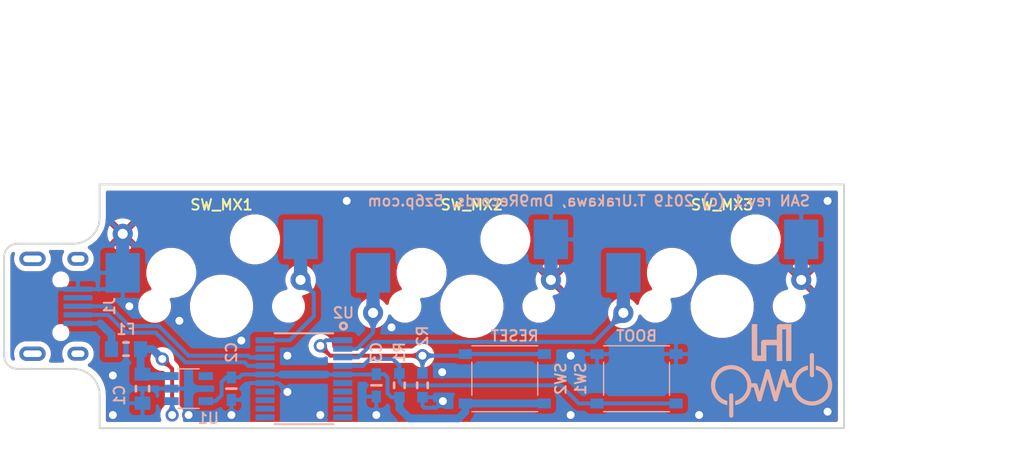
<source format=kicad_pcb>
(kicad_pcb (version 20171130) (host pcbnew "(5.1.0)-1")

  (general
    (thickness 1.6)
    (drawings 29)
    (tracks 129)
    (zones 0)
    (modules 16)
    (nets 12)
  )

  (page A4)
  (layers
    (0 F.Cu signal)
    (31 B.Cu signal)
    (32 B.Adhes user)
    (33 F.Adhes user)
    (34 B.Paste user)
    (35 F.Paste user)
    (36 B.SilkS user)
    (37 F.SilkS user)
    (38 B.Mask user)
    (39 F.Mask user)
    (40 Dwgs.User user)
    (41 Cmts.User user)
    (42 Eco1.User user)
    (43 Eco2.User user)
    (44 Edge.Cuts user)
    (45 Margin user)
    (46 B.CrtYd user)
    (47 F.CrtYd user)
    (48 B.Fab user)
    (49 F.Fab user)
  )

  (setup
    (last_trace_width 0.3)
    (user_trace_width 0.6)
    (user_trace_width 1)
    (trace_clearance 0.2)
    (zone_clearance 0.4)
    (zone_45_only no)
    (trace_min 0.2)
    (via_size 1)
    (via_drill 0.6)
    (via_min_size 0.4)
    (via_min_drill 0.3)
    (user_via 0.8 0.6)
    (user_via 1.2 0.8)
    (uvia_size 0.3)
    (uvia_drill 0.1)
    (uvias_allowed no)
    (uvia_min_size 0.2)
    (uvia_min_drill 0.1)
    (edge_width 0.15)
    (segment_width 0.2)
    (pcb_text_width 0.15)
    (pcb_text_size 1 1)
    (mod_edge_width 0.15)
    (mod_text_size 1 1)
    (mod_text_width 0.15)
    (pad_size 1.524 1.524)
    (pad_drill 0.762)
    (pad_to_mask_clearance 0.2)
    (solder_mask_min_width 0.25)
    (aux_axis_origin 33.5 38)
    (grid_origin 50 50)
    (visible_elements 7FFDFFFF)
    (pcbplotparams
      (layerselection 0x01100_7ffffffe)
      (usegerberextensions false)
      (usegerberattributes false)
      (usegerberadvancedattributes false)
      (creategerberjobfile false)
      (excludeedgelayer true)
      (linewidth 0.100000)
      (plotframeref false)
      (viasonmask false)
      (mode 1)
      (useauxorigin true)
      (hpglpennumber 1)
      (hpglpenspeed 20)
      (hpglpendiameter 15.000000)
      (psnegative false)
      (psa4output false)
      (plotreference true)
      (plotvalue true)
      (plotinvisibletext false)
      (padsonsilk false)
      (subtractmaskfromsilk false)
      (outputformat 3)
      (mirror false)
      (drillshape 0)
      (scaleselection 1)
      (outputdirectory "dxf/"))
  )

  (net 0 "")
  (net 1 +3V3)
  (net 2 GND)
  (net 3 VBUS)
  (net 4 "Net-(R1-Pad2)")
  (net 5 /SW3)
  (net 6 "Net-(C1-Pad1)")
  (net 7 /USB_D-)
  (net 8 /USB_D+)
  (net 9 /SW1)
  (net 10 "Net-(R2-Pad1)")
  (net 11 /SW2)

  (net_class Default "これはデフォルトのネット クラスです。"
    (clearance 0.2)
    (trace_width 0.3)
    (via_dia 1)
    (via_drill 0.6)
    (uvia_dia 0.3)
    (uvia_drill 0.1)
    (add_net +3V3)
    (add_net /SW1)
    (add_net /SW2)
    (add_net /SW3)
    (add_net /USB_D+)
    (add_net /USB_D-)
    (add_net GND)
    (add_net "Net-(C1-Pad1)")
    (add_net "Net-(R1-Pad2)")
    (add_net "Net-(R2-Pad1)")
    (add_net VBUS)
  )

  (module dm9_silks:logo_hsgw_3mm (layer B.Cu) (tedit 0) (tstamp 5D5E1015)
    (at 91.75 52.75 180)
    (fp_text reference G*** (at 0 0 180) (layer B.SilkS) hide
      (effects (font (size 1.524 1.524) (thickness 0.3)) (justify mirror))
    )
    (fp_text value LOGO (at 0.75 0 180) (layer B.SilkS) hide
      (effects (font (size 1.524 1.524) (thickness 0.3)) (justify mirror))
    )
    (fp_poly (pts (xy -1.029335 1.398945) (xy -0.55753 1.39827) (xy -0.54102 1.392318) (xy -0.512192 1.379717)
      (xy -0.485595 1.363702) (xy -0.462037 1.344851) (xy -0.442329 1.323746) (xy -0.438499 1.318735)
      (xy -0.427984 1.302302) (xy -0.418052 1.282937) (xy -0.409723 1.262769) (xy -0.405675 1.250313)
      (xy -0.400078 1.23063) (xy -0.398662 0.20066) (xy 0.110656 0.20066) (xy 0.171079 0.200657)
      (xy 0.226633 0.200647) (xy 0.277529 0.200628) (xy 0.323979 0.200599) (xy 0.366192 0.200558)
      (xy 0.40438 0.200503) (xy 0.438755 0.200433) (xy 0.469527 0.200346) (xy 0.496906 0.200241)
      (xy 0.521105 0.200116) (xy 0.542334 0.199969) (xy 0.560805 0.199799) (xy 0.576727 0.199605)
      (xy 0.590313 0.199384) (xy 0.601773 0.199135) (xy 0.611318 0.198856) (xy 0.61916 0.198547)
      (xy 0.625509 0.198204) (xy 0.630576 0.197827) (xy 0.634572 0.197415) (xy 0.637709 0.196964)
      (xy 0.639392 0.19665) (xy 0.669958 0.187834) (xy 0.6982 0.174644) (xy 0.723809 0.157368)
      (xy 0.746475 0.136296) (xy 0.765891 0.111717) (xy 0.781746 0.083918) (xy 0.793732 0.05319)
      (xy 0.794104 0.051979) (xy 0.794642 0.050033) (xy 0.795138 0.047738) (xy 0.795592 0.044884)
      (xy 0.796009 0.041259) (xy 0.796388 0.036653) (xy 0.796734 0.030854) (xy 0.797047 0.023652)
      (xy 0.79733 0.014835) (xy 0.797586 0.004192) (xy 0.797815 -0.008488) (xy 0.798021 -0.023415)
      (xy 0.798205 -0.040801) (xy 0.79837 -0.060857) (xy 0.798517 -0.083795) (xy 0.798649 -0.109824)
      (xy 0.798768 -0.139156) (xy 0.798876 -0.172002) (xy 0.798975 -0.208573) (xy 0.799067 -0.24908)
      (xy 0.799154 -0.293734) (xy 0.799239 -0.342747) (xy 0.799324 -0.396329) (xy 0.79941 -0.454691)
      (xy 0.799447 -0.480695) (xy 0.800183 -0.99822) (xy 1.09728 -0.99822) (xy 1.09728 1.39954)
      (xy 1.501183 1.39954) (xy 1.500526 0.084455) (xy 1.49987 -1.23063) (xy 1.494156 -1.25095)
      (xy 1.482996 -1.281928) (xy 1.467848 -1.309971) (xy 1.448914 -1.334833) (xy 1.426397 -1.356265)
      (xy 1.400499 -1.374022) (xy 1.38811 -1.380594) (xy 1.383307 -1.383013) (xy 1.379098 -1.385231)
      (xy 1.375259 -1.387256) (xy 1.37156 -1.389098) (xy 1.367776 -1.390764) (xy 1.363679 -1.392265)
      (xy 1.359044 -1.39361) (xy 1.353643 -1.394806) (xy 1.347249 -1.395865) (xy 1.339636 -1.396794)
      (xy 1.330577 -1.397602) (xy 1.319845 -1.398299) (xy 1.307213 -1.398894) (xy 1.292455 -1.399395)
      (xy 1.275344 -1.399812) (xy 1.255653 -1.400153) (xy 1.233155 -1.400429) (xy 1.207623 -1.400647)
      (xy 1.178831 -1.400817) (xy 1.146552 -1.400948) (xy 1.110559 -1.401049) (xy 1.070625 -1.401129)
      (xy 1.026524 -1.401197) (xy 0.978029 -1.401262) (xy 0.924913 -1.401333) (xy 0.866949 -1.40142)
      (xy 0.865505 -1.401422) (xy 0.39878 -1.402172) (xy 0.39878 -0.20066) (xy -0.39878 -0.20066)
      (xy -0.39878 -1.40208) (xy -0.80264 -1.40208) (xy -0.80264 0.99822) (xy -1.09982 0.99822)
      (xy -1.09982 -1.40208) (xy -1.50114 -1.40208) (xy -1.50114 1.399618) (xy -1.029335 1.398945)) (layer B.SilkS) (width 0.01))
  )

  (module dm9_silks:logo_dm9_5mm (layer B.Cu) (tedit 0) (tstamp 5D5E0EA8)
    (at 91.75 56 180)
    (fp_text reference G*** (at 0 0 180) (layer B.SilkS) hide
      (effects (font (size 1.524 1.524) (thickness 0.3)) (justify mirror))
    )
    (fp_text value LOGO (at 0.75 0 180) (layer B.SilkS) hide
      (effects (font (size 1.524 1.524) (thickness 0.3)) (justify mirror))
    )
    (fp_poly (pts (xy -3.032209 2.449911) (xy -3.018955 2.447433) (xy -3.00524 2.442964) (xy -3.004622 2.442732)
      (xy -2.979121 2.429408) (xy -2.954835 2.410003) (xy -2.934261 2.386803) (xy -2.922245 2.367239)
      (xy -2.910417 2.343151) (xy -2.910417 0.721784) (xy -2.922245 0.697696) (xy -2.940805 0.66911)
      (xy -2.965223 0.645579) (xy -2.994122 0.62776) (xy -3.026126 0.616313) (xy -3.059857 0.611896)
      (xy -3.093937 0.615167) (xy -3.094566 0.615305) (xy -3.1294 0.627008) (xy -3.159257 0.64556)
      (xy -3.184127 0.670952) (xy -3.203718 0.702605) (xy -3.215216 0.726017) (xy -3.215216 2.338917)
      (xy -3.203693 2.362358) (xy -3.185575 2.392414) (xy -3.163562 2.415878) (xy -3.136241 2.434254)
      (xy -3.136163 2.434296) (xy -3.122266 2.441289) (xy -3.110352 2.445723) (xy -3.097459 2.448304)
      (xy -3.080623 2.449738) (xy -3.069166 2.450271) (xy -3.04796 2.450741) (xy -3.032209 2.449911)) (layer B.SilkS) (width 0.01))
    (fp_poly (pts (xy 3.115758 1.529923) (xy 3.166176 1.528691) (xy 3.21152 1.526384) (xy 3.253471 1.522811)
      (xy 3.293711 1.517785) (xy 3.333922 1.511116) (xy 3.375785 1.502616) (xy 3.420982 1.492095)
      (xy 3.439477 1.487504) (xy 3.547715 1.455959) (xy 3.652651 1.416784) (xy 3.753934 1.370276)
      (xy 3.85121 1.316731) (xy 3.94413 1.256447) (xy 4.032341 1.189719) (xy 4.115493 1.116843)
      (xy 4.193232 1.038118) (xy 4.265209 0.953838) (xy 4.331071 0.8643) (xy 4.390466 0.769801)
      (xy 4.443044 0.670638) (xy 4.46539 0.622301) (xy 4.506997 0.517684) (xy 4.540635 0.410857)
      (xy 4.566314 0.302304) (xy 4.584046 0.192512) (xy 4.593842 0.081965) (xy 4.595713 -0.028852)
      (xy 4.58967 -0.139453) (xy 4.575725 -0.249354) (xy 4.553888 -0.358068) (xy 4.52417 -0.465111)
      (xy 4.486583 -0.569997) (xy 4.441138 -0.672241) (xy 4.435471 -0.683683) (xy 4.388838 -0.770463)
      (xy 4.338513 -0.851396) (xy 4.283338 -0.928083) (xy 4.222152 -1.002123) (xy 4.153798 -1.075118)
      (xy 4.146964 -1.081981) (xy 4.077217 -1.148218) (xy 4.007325 -1.207363) (xy 3.935588 -1.260646)
      (xy 3.860307 -1.309299) (xy 3.779783 -1.354553) (xy 3.748617 -1.370533) (xy 3.678298 -1.403605)
      (xy 3.607132 -1.432628) (xy 3.533203 -1.458271) (xy 3.454594 -1.481202) (xy 3.377142 -1.500332)
      (xy 3.3655 -1.502994) (xy 3.3655 -1.182871) (xy 3.412766 -1.169138) (xy 3.492951 -1.142197)
      (xy 3.573739 -1.108069) (xy 3.653339 -1.067688) (xy 3.729963 -1.021989) (xy 3.801822 -0.971907)
      (xy 3.82544 -0.953576) (xy 3.900353 -0.888395) (xy 3.969712 -0.817174) (xy 4.033149 -0.740514)
      (xy 4.090296 -0.659014) (xy 4.140785 -0.573274) (xy 4.184246 -0.483896) (xy 4.220311 -0.391478)
      (xy 4.248611 -0.296622) (xy 4.260379 -0.245359) (xy 4.275286 -0.1538) (xy 4.283172 -0.059294)
      (xy 4.284035 0.03637) (xy 4.277871 0.131405) (xy 4.26468 0.224023) (xy 4.260975 0.243208)
      (xy 4.23695 0.340762) (xy 4.205076 0.435591) (xy 4.165664 0.527234) (xy 4.119021 0.615232)
      (xy 4.065459 0.699123) (xy 4.005285 0.778447) (xy 3.938811 0.852744) (xy 3.866345 0.921553)
      (xy 3.788196 0.984414) (xy 3.74015 1.018125) (xy 3.653197 1.071005) (xy 3.562615 1.116244)
      (xy 3.468386 1.153847) (xy 3.370493 1.183822) (xy 3.268919 1.206174) (xy 3.237328 1.211456)
      (xy 3.204557 1.215467) (xy 3.165593 1.218485) (xy 3.122417 1.220496) (xy 3.077011 1.221488)
      (xy 3.031355 1.221449) (xy 2.987432 1.220366) (xy 2.947222 1.218227) (xy 2.912707 1.215018)
      (xy 2.90195 1.213583) (xy 2.798484 1.194365) (xy 2.69928 1.167838) (xy 2.604257 1.133962)
      (xy 2.513332 1.092693) (xy 2.426421 1.04399) (xy 2.343443 0.987811) (xy 2.264313 0.924113)
      (xy 2.188949 0.852854) (xy 2.186455 0.850301) (xy 2.118565 0.774946) (xy 2.058094 0.695787)
      (xy 2.004961 0.612652) (xy 1.959084 0.525374) (xy 1.920381 0.433785) (xy 1.888772 0.337715)
      (xy 1.864175 0.236996) (xy 1.849104 0.150284) (xy 1.847162 0.131388) (xy 1.845641 0.105692)
      (xy 1.844541 0.074847) (xy 1.843861 0.040504) (xy 1.843602 0.004315) (xy 1.843763 -0.032068)
      (xy 1.844345 -0.066994) (xy 1.845348 -0.09881) (xy 1.846771 -0.125865) (xy 1.848614 -0.146507)
      (xy 1.849113 -0.150283) (xy 1.868185 -0.254547) (xy 1.894731 -0.355044) (xy 1.928648 -0.451594)
      (xy 1.969835 -0.544016) (xy 2.018193 -0.632129) (xy 2.073619 -0.715753) (xy 2.136012 -0.794707)
      (xy 2.205272 -0.868811) (xy 2.281298 -0.937883) (xy 2.296344 -0.950297) (xy 2.358352 -0.996835)
      (xy 2.426189 -1.040788) (xy 2.497918 -1.081137) (xy 2.571601 -1.116863) (xy 2.6453 -1.146947)
      (xy 2.711919 -1.168898) (xy 2.760134 -1.182799) (xy 2.760133 -1.342897) (xy 2.760133 -1.502994)
      (xy 2.748492 -1.500332) (xy 2.667524 -1.48029) (xy 2.592924 -1.458482) (xy 2.522657 -1.43419)
      (xy 2.454691 -1.406697) (xy 2.38699 -1.375287) (xy 2.370667 -1.367142) (xy 2.271014 -1.312119)
      (xy 2.176513 -1.250501) (xy 2.087405 -1.18259) (xy 2.00393 -1.108689) (xy 1.926329 -1.029099)
      (xy 1.854842 -0.944123) (xy 1.789711 -0.854063) (xy 1.731177 -0.75922) (xy 1.679479 -0.659897)
      (xy 1.634859 -0.556395) (xy 1.597557 -0.449018) (xy 1.575261 -0.369053) (xy 1.569969 -0.347392)
      (xy 1.565268 -0.326692) (xy 1.560896 -0.305509) (xy 1.55659 -0.282403) (xy 1.552089 -0.255931)
      (xy 1.547129 -0.224651) (xy 1.541449 -0.187122) (xy 1.538344 -0.166158) (xy 1.536317 -0.1524)
      (xy 1.343782 -0.1524) (xy 1.204521 -0.639715) (xy 1.186584 -0.702379) (xy 1.169176 -0.76299)
      (xy 1.15245 -0.821027) (xy 1.13656 -0.875966) (xy 1.121658 -0.927286) (xy 1.107897 -0.974465)
      (xy 1.095431 -1.016978) (xy 1.084413 -1.054305) (xy 1.074995 -1.085921) (xy 1.067331 -1.111306)
      (xy 1.061574 -1.129936) (xy 1.057877 -1.141289) (xy 1.05664 -1.14454) (xy 1.038835 -1.171723)
      (xy 1.015636 -1.193487) (xy 0.988291 -1.209657) (xy 0.958052 -1.220061) (xy 0.926168 -1.224526)
      (xy 0.893889 -1.222877) (xy 0.862466 -1.214941) (xy 0.833149 -1.200545) (xy 0.807188 -1.179515)
      (xy 0.806875 -1.179194) (xy 0.795455 -1.165807) (xy 0.785504 -1.151378) (xy 0.781374 -1.143717)
      (xy 0.779452 -1.13798) (xy 0.775324 -1.124496) (xy 0.769105 -1.10366) (xy 0.760909 -1.07587)
      (xy 0.750851 -1.041519) (xy 0.739045 -1.001005) (xy 0.725605 -0.954723) (xy 0.710646 -0.903068)
      (xy 0.694282 -0.846437) (xy 0.676628 -0.785224) (xy 0.657798 -0.719827) (xy 0.637906 -0.65064)
      (xy 0.617068 -0.57806) (xy 0.595396 -0.502481) (xy 0.573007 -0.4243) (xy 0.550014 -0.343913)
      (xy 0.540253 -0.30976) (xy 0.306904 0.506963) (xy 0.072663 -0.312726) (xy 0.049405 -0.39405)
      (xy 0.026698 -0.473323) (xy 0.004656 -0.55015) (xy -0.016606 -0.624137) (xy -0.036975 -0.69489)
      (xy -0.056334 -0.762014) (xy -0.074571 -0.825116) (xy -0.09157 -0.883801) (xy -0.107218 -0.937674)
      (xy -0.121399 -0.986343) (xy -0.134 -1.029411) (xy -0.144905 -1.066485) (xy -0.154001 -1.09717)
      (xy -0.161173 -1.121073) (xy -0.166307 -1.1378) (xy -0.169288 -1.146954) (xy -0.169897 -1.148499)
      (xy -0.187755 -1.174205) (xy -0.211495 -1.195152) (xy -0.239719 -1.210904) (xy -0.27103 -1.221029)
      (xy -0.30403 -1.22509) (xy -0.337321 -1.222654) (xy -0.369508 -1.213287) (xy -0.373181 -1.211698)
      (xy -0.394996 -1.198834) (xy -0.415911 -1.181125) (xy -0.433169 -1.161152) (xy -0.441178 -1.14806)
      (xy -0.443334 -1.142015) (xy -0.44769 -1.128225) (xy -0.454132 -1.107089) (xy -0.462543 -1.079005)
      (xy -0.472807 -1.044371) (xy -0.484808 -1.003587) (xy -0.498431 -0.95705) (xy -0.513559 -0.90516)
      (xy -0.530078 -0.848314) (xy -0.547869 -0.786912) (xy -0.566819 -0.721351) (xy -0.58681 -0.652031)
      (xy -0.607727 -0.57935) (xy -0.629455 -0.503706) (xy -0.651876 -0.425498) (xy -0.674876 -0.345125)
      (xy -0.68372 -0.31418) (xy -0.706799 -0.233462) (xy -0.729279 -0.154968) (xy -0.751049 -0.07908)
      (xy -0.771996 -0.006183) (xy -0.792011 0.06334) (xy -0.81098 0.129106) (xy -0.828794 0.190731)
      (xy -0.84534 0.247831) (xy -0.860507 0.300022) (xy -0.874184 0.346922) (xy -0.886259 0.388145)
      (xy -0.896622 0.42331) (xy -0.90516 0.452031) (xy -0.911762 0.473926) (xy -0.916317 0.48861)
      (xy -0.918713 0.495701) (xy -0.919052 0.496319) (xy -0.920672 0.491818) (xy -0.924405 0.479842)
      (xy -0.930056 0.461064) (xy -0.93743 0.436155) (xy -0.946328 0.405785) (xy -0.956556 0.370627)
      (xy -0.967916 0.331352) (xy -0.980214 0.288631) (xy -0.993251 0.243135) (xy -1.000908 0.216327)
      (xy -1.015848 0.164225) (xy -1.029933 0.115639) (xy -1.042988 0.071144) (xy -1.054839 0.031317)
      (xy -1.065312 -0.003267) (xy -1.074232 -0.032032) (xy -1.081425 -0.054402) (xy -1.086716 -0.069802)
      (xy -1.089931 -0.077656) (xy -1.090062 -0.077889) (xy -1.109856 -0.103973) (xy -1.135847 -0.126367)
      (xy -1.1557 -0.138356) (xy -1.178983 -0.150283) (xy -1.35734 -0.151513) (xy -1.535698 -0.152743)
      (xy -1.540698 -0.193846) (xy -1.557861 -0.300403) (xy -1.583207 -0.406313) (xy -1.616454 -0.51091)
      (xy -1.657319 -0.613525) (xy -1.705519 -0.713492) (xy -1.76077 -0.810144) (xy -1.82279 -0.902814)
      (xy -1.86521 -0.958849) (xy -1.884331 -0.981681) (xy -1.90848 -1.008545) (xy -1.936362 -1.038158)
      (xy -1.966682 -1.069235) (xy -1.998145 -1.100495) (xy -2.029457 -1.130651) (xy -2.059321 -1.158422)
      (xy -2.086444 -1.182522) (xy -2.109529 -1.201668) (xy -2.112433 -1.203933) (xy -2.207633 -1.272328)
      (xy -2.305837 -1.33281) (xy -2.40703 -1.385375) (xy -2.511198 -1.430015) (xy -2.618326 -1.466725)
      (xy -2.728398 -1.495498) (xy -2.841401 -1.516329) (xy -2.885017 -1.52215) (xy -2.912888 -1.524812)
      (xy -2.947148 -1.527018) (xy -2.985784 -1.528732) (xy -3.026785 -1.529915) (xy -3.068136 -1.530526)
      (xy -3.107828 -1.530529) (xy -3.143846 -1.529884) (xy -3.174179 -1.528553) (xy -3.183466 -1.527886)
      (xy -3.29716 -1.514376) (xy -3.408777 -1.492699) (xy -3.518061 -1.462958) (xy -3.624759 -1.425255)
      (xy -3.728615 -1.379693) (xy -3.829376 -1.326373) (xy -3.926785 -1.265396) (xy -4.02059 -1.196867)
      (xy -4.031998 -1.187815) (xy -4.056049 -1.167524) (xy -4.084035 -1.142207) (xy -4.114474 -1.113345)
      (xy -4.145884 -1.08242) (xy -4.176784 -1.050914) (xy -4.205692 -1.020307) (xy -4.231126 -0.992082)
      (xy -4.249487 -0.970353) (xy -4.31856 -0.878409) (xy -4.38028 -0.782455) (xy -4.434513 -0.682819)
      (xy -4.481126 -0.579831) (xy -4.519984 -0.473817) (xy -4.550954 -0.365108) (xy -4.573903 -0.254032)
      (xy -4.588695 -0.140916) (xy -4.589105 -0.136472) (xy -4.591145 -0.105742) (xy -4.592373 -0.068978)
      (xy -4.59283 -0.027958) (xy -4.592557 0.01554) (xy -4.591594 0.059739) (xy -4.589983 0.10286)
      (xy -4.587763 0.143125) (xy -4.584976 0.178758) (xy -4.581662 0.207979) (xy -4.581127 0.211667)
      (xy -4.570597 0.27552) (xy -4.558838 0.33401) (xy -4.545127 0.390226) (xy -4.528743 0.447258)
      (xy -4.518524 0.479496) (xy -4.479634 0.585337) (xy -4.433438 0.687207) (xy -4.380262 0.784807)
      (xy -4.320431 0.877834) (xy -4.25427 0.965987) (xy -4.182104 1.048965) (xy -4.104259 1.126466)
      (xy -4.02106 1.198188) (xy -3.932831 1.263831) (xy -3.839899 1.323092) (xy -3.742588 1.375671)
      (xy -3.641223 1.421266) (xy -3.53613 1.459575) (xy -3.42833 1.490127) (xy -3.408119 1.494963)
      (xy -3.39067 1.498952) (xy -3.377749 1.501703) (xy -3.37112 1.502826) (xy -3.370898 1.502834)
      (xy -3.369454 1.501222) (xy -3.368277 1.495937) (xy -3.367342 1.486304) (xy -3.366626 1.471648)
      (xy -3.366107 1.451296) (xy -3.365762 1.424571) (xy -3.365567 1.390801) (xy -3.3655 1.349309)
      (xy -3.3655 1.186158) (xy -3.396191 1.177203) (xy -3.486074 1.146923) (xy -3.575294 1.108939)
      (xy -3.662429 1.063981) (xy -3.746056 1.012777) (xy -3.818466 0.960937) (xy -3.840024 0.943207)
      (xy -3.865541 0.920444) (xy -3.89355 0.894115) (xy -3.922585 0.865687) (xy -3.95118 0.836626)
      (xy -3.977867 0.808398) (xy -4.00118 0.782472) (xy -4.019653 0.760313) (xy -4.021636 0.757767)
      (xy -4.072133 0.687379) (xy -4.118461 0.612899) (xy -4.159749 0.535986) (xy -4.195125 0.4583)
      (xy -4.223719 0.381502) (xy -4.23062 0.359625) (xy -4.256198 0.260619) (xy -4.273523 0.160508)
      (xy -4.282564 0.059771) (xy -4.283291 -0.041115) (xy -4.275673 -0.141673) (xy -4.266821 -0.2032)
      (xy -4.245849 -0.301703) (xy -4.217155 -0.397199) (xy -4.181056 -0.489325) (xy -4.137871 -0.577721)
      (xy -4.08792 -0.662027) (xy -4.031521 -0.741883) (xy -3.968992 -0.816929) (xy -3.900653 -0.886803)
      (xy -3.826822 -0.951145) (xy -3.747818 -1.009595) (xy -3.663959 -1.061793) (xy -3.575565 -1.107378)
      (xy -3.482955 -1.14599) (xy -3.411901 -1.169859) (xy -3.315252 -1.19472) (xy -3.216939 -1.211445)
      (xy -3.117607 -1.220042) (xy -3.017901 -1.22052) (xy -2.918467 -1.212888) (xy -2.81995 -1.197156)
      (xy -2.722996 -1.173331) (xy -2.679251 -1.159708) (xy -2.584417 -1.123942) (xy -2.49437 -1.081291)
      (xy -2.408801 -1.031564) (xy -2.327398 -0.974568) (xy -2.24985 -0.910111) (xy -2.201013 -0.863772)
      (xy -2.164815 -0.826721) (xy -2.133538 -0.792438) (xy -2.105307 -0.75864) (xy -2.078248 -0.723045)
      (xy -2.050486 -0.683368) (xy -2.040033 -0.667758) (xy -1.988972 -0.58323) (xy -1.945321 -0.495108)
      (xy -1.909134 -0.403961) (xy -1.880467 -0.310362) (xy -1.859375 -0.21488) (xy -1.845912 -0.118085)
      (xy -1.840134 -0.020549) (xy -1.842096 0.077157) (xy -1.851853 0.174465) (xy -1.869459 0.270802)
      (xy -1.89497 0.365599) (xy -1.928441 0.458284) (xy -1.930864 0.464151) (xy -1.973796 0.556607)
      (xy -2.023567 0.644448) (xy -2.079826 0.727353) (xy -2.142223 0.805005) (xy -2.210406 0.877082)
      (xy -2.284025 0.943266) (xy -2.362728 1.003236) (xy -2.446166 1.056675) (xy -2.533986 1.103261)
      (xy -2.625838 1.142676) (xy -2.706219 1.17012) (xy -2.753783 1.184521) (xy -2.754892 1.343677)
      (xy -2.75511 1.391341) (xy -2.755039 1.430544) (xy -2.754679 1.461286) (xy -2.754031 1.483569)
      (xy -2.753094 1.497392) (xy -2.751869 1.502757) (xy -2.751683 1.502834) (xy -2.744077 1.501739)
      (xy -2.729959 1.49873) (xy -2.710955 1.494221) (xy -2.688692 1.488624) (xy -2.664798 1.482353)
      (xy -2.6409 1.47582) (xy -2.618625 1.46944) (xy -2.60985 1.466816) (xy -2.504324 1.430344)
      (xy -2.401936 1.386089) (xy -2.303036 1.334261) (xy -2.207975 1.275071) (xy -2.117102 1.20873)
      (xy -2.030768 1.13545) (xy -1.98102 1.087967) (xy -1.902141 1.003539) (xy -1.830534 0.914843)
      (xy -1.766268 0.821998) (xy -1.70941 0.725125) (xy -1.66003 0.624342) (xy -1.618194 0.519769)
      (xy -1.583972 0.411525) (xy -1.575081 0.377882) (xy -1.568446 0.349585) (xy -1.561384 0.316032)
      (xy -1.554386 0.279882) (xy -1.547949 0.243798) (xy -1.542564 0.210438) (xy -1.538725 0.182463)
      (xy -1.53855 0.180975) (xy -1.535724 0.156634) (xy -1.342325 0.156634) (xy -1.333905 0.185209)
      (xy -1.331638 0.193027) (xy -1.327206 0.208432) (xy -1.320768 0.230867) (xy -1.312482 0.259777)
      (xy -1.302508 0.294608) (xy -1.291004 0.334803) (xy -1.27813 0.379807) (xy -1.264044 0.429065)
      (xy -1.248906 0.482022) (xy -1.232873 0.538122) (xy -1.216106 0.596809) (xy -1.198762 0.657529)
      (xy -1.193862 0.674685) (xy -1.176465 0.735514) (xy -1.159625 0.794218) (xy -1.143498 0.850266)
      (xy -1.128237 0.903126) (xy -1.114 0.952267) (xy -1.10094 0.997157) (xy -1.089214 1.037264)
      (xy -1.078975 1.072056) (xy -1.07038 1.101003) (xy -1.063584 1.123572) (xy -1.058741 1.139231)
      (xy -1.056007 1.147449) (xy -1.0556 1.148426) (xy -1.041767 1.16866) (xy -1.022391 1.188394)
      (xy -1.00016 1.205147) (xy -0.985242 1.213361) (xy -0.97184 1.219131) (xy -0.960172 1.222729)
      (xy -0.947454 1.224643) (xy -0.930901 1.225362) (xy -0.916517 1.225419) (xy -0.895766 1.225077)
      (xy -0.880816 1.223892) (xy -0.869009 1.221402) (xy -0.857685 1.217141) (xy -0.850847 1.213945)
      (xy -0.827258 1.1994) (xy -0.805386 1.180331) (xy -0.787898 1.15924) (xy -0.781957 1.14935)
      (xy -0.779931 1.143644) (xy -0.775699 1.13019) (xy -0.769377 1.109385) (xy -0.76108 1.081623)
      (xy -0.750922 1.047302) (xy -0.739018 1.006814) (xy -0.725484 0.960558) (xy -0.710435 0.908927)
      (xy -0.693985 0.852317) (xy -0.67625 0.791124) (xy -0.657344 0.725743) (xy -0.637383 0.656569)
      (xy -0.616482 0.583999) (xy -0.594755 0.508427) (xy -0.572318 0.43025) (xy -0.549285 0.349861)
      (xy -0.539418 0.315384) (xy -0.516273 0.234549) (xy -0.493731 0.155964) (xy -0.471904 0.080011)
      (xy -0.450902 0.007069) (xy -0.430836 -0.062479) (xy -0.411818 -0.128255) (xy -0.393957 -0.189876)
      (xy -0.377366 -0.246962) (xy -0.362155 -0.299132) (xy -0.348435 -0.346006) (xy -0.336316 -0.387202)
      (xy -0.325911 -0.42234) (xy -0.317329 -0.451039) (xy -0.310682 -0.472918) (xy -0.30608 -0.487596)
      (xy -0.303635 -0.494694) (xy -0.303262 -0.4953) (xy -0.301875 -0.490654) (xy -0.298277 -0.478257)
      (xy -0.29258 -0.458498) (xy -0.284896 -0.431769) (xy -0.275336 -0.398458) (xy -0.264012 -0.358958)
      (xy -0.251035 -0.313656) (xy -0.236518 -0.262945) (xy -0.220571 -0.207214) (xy -0.203308 -0.146853)
      (xy -0.184838 -0.082253) (xy -0.165275 -0.013805) (xy -0.144729 0.058103) (xy -0.123313 0.133079)
      (xy -0.101137 0.210733) (xy -0.078315 0.290675) (xy -0.06945 0.321734) (xy -0.046355 0.40259)
      (xy -0.023817 0.481382) (xy -0.001951 0.557715) (xy 0.019129 0.631193) (xy 0.039308 0.70142)
      (xy 0.058472 0.768001) (xy 0.076507 0.830539) (xy 0.093297 0.888639) (xy 0.108728 0.941905)
      (xy 0.122686 0.989941) (xy 0.135056 1.032352) (xy 0.145723 1.06874) (xy 0.154572 1.098712)
      (xy 0.161491 1.121871) (xy 0.166362 1.13782) (xy 0.169073 1.146165) (xy 0.169499 1.147234)
      (xy 0.188399 1.175136) (xy 0.213801 1.198245) (xy 0.236097 1.211614) (xy 0.2499 1.218093)
      (xy 0.261243 1.222181) (xy 0.272892 1.224424) (xy 0.287616 1.225365) (xy 0.306917 1.22555)
      (xy 0.327107 1.225339) (xy 0.341602 1.224343) (xy 0.353166 1.222018) (xy 0.364569 1.217818)
      (xy 0.377736 1.211614) (xy 0.407237 1.192728) (xy 0.431045 1.168265) (xy 0.444335 1.147234)
      (xy 0.446237 1.141734) (xy 0.450341 1.128486) (xy 0.456533 1.107887) (xy 0.464698 1.080331)
      (xy 0.474722 1.046215) (xy 0.486489 1.005934) (xy 0.499886 0.959885) (xy 0.514798 0.908463)
      (xy 0.531111 0.852064) (xy 0.548709 0.791084) (xy 0.567478 0.725918) (xy 0.587304 0.656963)
      (xy 0.608072 0.584614) (xy 0.629667 0.509267) (xy 0.651975 0.431317) (xy 0.674882 0.351161)
      (xy 0.683283 0.321734) (xy 0.706324 0.241021) (xy 0.728759 0.162447) (xy 0.750479 0.086402)
      (xy 0.77137 0.013276) (xy 0.791322 -0.05654) (xy 0.810222 -0.122656) (xy 0.82796 -0.184682)
      (xy 0.844423 -0.242228) (xy 0.859499 -0.294903) (xy 0.873077 -0.342317) (xy 0.885046 -0.384079)
      (xy 0.895293 -0.4198) (xy 0.903707 -0.44909) (xy 0.910176 -0.471557) (xy 0.914589 -0.486812)
      (xy 0.916834 -0.494465) (xy 0.917095 -0.4953) (xy 0.918627 -0.492408) (xy 0.922274 -0.482003)
      (xy 0.927845 -0.464717) (xy 0.935148 -0.441184) (xy 0.943994 -0.412037) (xy 0.95419 -0.377909)
      (xy 0.965547 -0.339433) (xy 0.977872 -0.297243) (xy 0.990976 -0.251971) (xy 1.001009 -0.217041)
      (xy 1.0194 -0.153079) (xy 1.035653 -0.097126) (xy 1.04982 -0.049013) (xy 1.061953 -0.008571)
      (xy 1.072104 0.024368) (xy 1.080326 0.049975) (xy 1.086668 0.068419) (xy 1.091185 0.079868)
      (xy 1.093088 0.083525) (xy 1.114853 0.110279) (xy 1.141252 0.131068) (xy 1.159934 0.141297)
      (xy 1.18745 0.154517) (xy 1.361916 0.155752) (xy 1.536383 0.156986) (xy 1.538501 0.170568)
      (xy 1.539921 0.179769) (xy 1.542306 0.195309) (xy 1.545343 0.215158) (xy 1.548723 0.237286)
      (xy 1.549364 0.241489) (xy 1.570235 0.350507) (xy 1.599132 0.457436) (xy 1.635777 0.561823)
      (xy 1.679889 0.663217) (xy 1.731188 0.761163) (xy 1.789395 0.855209) (xy 1.854228 0.944901)
      (xy 1.925409 1.029787) (xy 2.002656 1.109414) (xy 2.085691 1.183328) (xy 2.172793 1.250057)
      (xy 2.268006 1.312465) (xy 2.367211 1.367548) (xy 2.469929 1.415084) (xy 2.575683 1.454849)
      (xy 2.67335 1.483884) (xy 2.722345 1.496198) (xy 2.76681 1.506223) (xy 2.808505 1.514173)
      (xy 2.849193 1.520258) (xy 2.890633 1.524692) (xy 2.934587 1.527687) (xy 2.982815 1.529453)
      (xy 3.03708 1.530204) (xy 3.058583 1.530267) (xy 3.115758 1.529923)) (layer B.SilkS) (width 0.01))
    (fp_poly (pts (xy 3.073776 -0.61089) (xy 3.10978 -0.617134) (xy 3.14201 -0.630763) (xy 3.169794 -0.651331)
      (xy 3.192457 -0.67839) (xy 3.202834 -0.696563) (xy 3.215217 -0.721783) (xy 3.216319 -1.521708)
      (xy 3.216461 -1.620067) (xy 3.216599 -1.710321) (xy 3.216722 -1.792832) (xy 3.216817 -1.867963)
      (xy 3.216873 -1.936074) (xy 3.21688 -1.997529) (xy 3.216827 -2.05269) (xy 3.2167 -2.101917)
      (xy 3.216491 -2.145574) (xy 3.216186 -2.184022) (xy 3.215776 -2.217623) (xy 3.215248 -2.246739)
      (xy 3.214592 -2.271732) (xy 3.213796 -2.292964) (xy 3.212849 -2.310798) (xy 3.211739 -2.325594)
      (xy 3.210456 -2.337716) (xy 3.208988 -2.347525) (xy 3.207323 -2.355382) (xy 3.205452 -2.361651)
      (xy 3.203361 -2.366692) (xy 3.201041 -2.370869) (xy 3.198479 -2.374542) (xy 3.195664 -2.378074)
      (xy 3.192586 -2.381828) (xy 3.189411 -2.385922) (xy 3.177229 -2.400409) (xy 3.163073 -2.414506)
      (xy 3.155594 -2.420817) (xy 3.130144 -2.435704) (xy 3.100329 -2.44571) (xy 3.068802 -2.450358)
      (xy 3.038216 -2.449169) (xy 3.020483 -2.445164) (xy 2.987791 -2.430788) (xy 2.958804 -2.410115)
      (xy 2.935043 -2.384444) (xy 2.919808 -2.359062) (xy 2.910417 -2.338916) (xy 2.909315 -1.538991)
      (xy 2.909172 -1.440632) (xy 2.909034 -1.350378) (xy 2.908912 -1.267867) (xy 2.908817 -1.192736)
      (xy 2.90876 -1.124625) (xy 2.908753 -1.06317) (xy 2.908807 -1.008009) (xy 2.908933 -0.958782)
      (xy 2.909143 -0.915125) (xy 2.909447 -0.876677) (xy 2.909858 -0.843076) (xy 2.910385 -0.81396)
      (xy 2.911042 -0.788967) (xy 2.911838 -0.767735) (xy 2.912785 -0.749901) (xy 2.913895 -0.735105)
      (xy 2.915178 -0.722983) (xy 2.916646 -0.713174) (xy 2.91831 -0.705317) (xy 2.920182 -0.699048)
      (xy 2.922273 -0.694007) (xy 2.924593 -0.68983) (xy 2.927155 -0.686157) (xy 2.929969 -0.682625)
      (xy 2.933047 -0.678871) (xy 2.936222 -0.674777) (xy 2.961312 -0.64729) (xy 2.990202 -0.627359)
      (xy 3.022695 -0.615074) (xy 3.058594 -0.610527) (xy 3.073776 -0.61089)) (layer B.SilkS) (width 0.01))
  )

  (module SMKJP:SW_kailh_MX_socket_repairable_small (layer F.Cu) (tedit 5D5E05A1) (tstamp 5D5D416E)
    (at 88 50)
    (descr "Cherry MX keyswitch, MX1A, 1.00u, PCB mount, http://cherryamericas.com/wp-body/uploads/2014/12/mx_cat.pdf")
    (tags "cherry mx keyswitch MX1A 1.00u PCB")
    (path /5C81D72D)
    (fp_text reference SW_MX3 (at 0 -7.7) (layer F.SilkS)
      (effects (font (size 0.8 0.8) (thickness 0.15)))
    )
    (fp_text value SW_Push (at 0 7.874) (layer F.Fab) hide
      (effects (font (size 1 1) (thickness 0.15)))
    )
    (fp_line (start -7.8 7.8) (end -7.8 -7.8) (layer Cmts.User) (width 0.15))
    (fp_line (start 7.8 7.8) (end -7.8 7.8) (layer Cmts.User) (width 0.15))
    (fp_line (start 7.8 -7.8) (end 7.8 7.8) (layer Cmts.User) (width 0.15))
    (fp_line (start -7.8 -7.8) (end 7.8 -7.8) (layer Cmts.User) (width 0.15))
    (fp_line (start -7 -7) (end 7 -7) (layer Dwgs.User) (width 0.1))
    (fp_line (start 7 7) (end 7 -7) (layer Dwgs.User) (width 0.1))
    (fp_line (start -7 7) (end 7 7) (layer Dwgs.User) (width 0.1))
    (fp_line (start -7 7) (end -7 -7) (layer Dwgs.User) (width 0.1))
    (fp_line (start -9.5 9.5) (end -9.5 -9.5) (layer F.Fab) (width 0.1))
    (fp_line (start 9.5 9.5) (end -9.5 9.5) (layer F.Fab) (width 0.1))
    (fp_line (start 9.5 -9.5) (end 9.5 9.5) (layer F.Fab) (width 0.1))
    (fp_line (start -9.5 -9.5) (end 9.5 -9.5) (layer F.Fab) (width 0.1))
    (pad 2 thru_hole circle (at 6 -2) (size 1.524 1.524) (drill 0.762) (layers *.Cu *.Mask)
      (net 2 GND))
    (pad 1 thru_hole circle (at -7.5 0.5) (size 1.524 1.524) (drill 0.762) (layers *.Cu *.Mask)
      (net 5 /SW3))
    (pad 2 smd rect (at 6 -5.08) (size 2.6 3) (layers B.Cu B.Paste B.Mask)
      (net 2 GND))
    (pad 1 smd rect (at -7.5 -2.54) (size 2.6 3) (layers B.Cu B.Paste B.Mask)
      (net 5 /SW3))
    (pad "" np_thru_hole circle (at 2.54 -5.08) (size 3 3) (drill 3) (layers *.Cu *.Mask))
    (pad "" np_thru_hole circle (at -3.81 -2.54) (size 3 3) (drill 3) (layers *.Cu *.Mask))
    (pad "" np_thru_hole circle (at 0 0) (size 4 4) (drill 4) (layers *.Cu *.Mask))
    (pad "" np_thru_hole circle (at -5.08 0) (size 1.7 1.7) (drill 1.7) (layers *.Cu *.Mask))
    (pad "" np_thru_hole circle (at 5.08 0) (size 1.7 1.7) (drill 1.7) (layers *.Cu *.Mask))
    (model ${KISYS3DMOD}/SMKJP.3dshapes/cherry_mx.step
      (at (xyz 0 0 0))
      (scale (xyz 1 1 1))
      (rotate (xyz 0 0 0))
    )
    (model ${KISYS3DMOD}/SMKJP.3dshapes/kailh_socket_mx.step
      (offset (xyz -0.7 3.9 -1.8))
      (scale (xyz 1 1 1))
      (rotate (xyz 0 0 0))
    )
  )

  (module dm9_rc:C2012_hand (layer B.Cu) (tedit 58A5D89A) (tstamp 5D5D4098)
    (at 44 56.25)
    (path /5C815486)
    (fp_text reference C1 (at -1.75 0.5 -270) (layer B.SilkS)
      (effects (font (size 0.8 0.8) (thickness 0.15)) (justify mirror))
    )
    (fp_text value 10u (at 0 -1.27) (layer B.Fab)
      (effects (font (size 1 1) (thickness 0.15)) (justify mirror))
    )
    (fp_line (start -0.5 0.2) (end -0.5 -0.2) (layer B.SilkS) (width 0.2))
    (fp_line (start 0.5 0.2) (end 0.5 -0.2) (layer B.SilkS) (width 0.2))
    (pad 2 smd rect (at 0 1.1) (size 1.2 1) (layers B.Cu B.Paste B.Mask)
      (net 2 GND))
    (pad 1 smd rect (at 0 -1.1) (size 1.2 1) (layers B.Cu B.Paste B.Mask)
      (net 6 "Net-(C1-Pad1)"))
  )

  (module dm9_conn:USB-microB-LCSC-U-F-M5DD-W-2 (layer B.Cu) (tedit 5D5DF35C) (tstamp 5D5D40C7)
    (at 33.5 50 270)
    (path /5C80EC67)
    (fp_text reference J1 (at 0 -8 270) (layer B.SilkS)
      (effects (font (size 0.8 0.8) (thickness 0.15)) (justify mirror))
    )
    (fp_text value USB_OTG (at 0 1.3 270) (layer B.Fab)
      (effects (font (size 1 1) (thickness 0.15)) (justify mirror))
    )
    (fp_line (start -3.7 0) (end -3.7 -0.9) (layer B.Fab) (width 0.1))
    (fp_line (start 3.7 0) (end 3.7 -0.9) (layer B.Fab) (width 0.1))
    (fp_line (start -3.7 0) (end 3.7 0) (layer B.Fab) (width 0.1))
    (pad 5 smd rect (at -1.3 -5.6 270) (size 0.4 2.2) (layers B.Cu B.Paste B.Mask)
      (net 2 GND))
    (pad 4 smd rect (at -0.65 -5.6 270) (size 0.4 2.2) (layers B.Cu B.Paste B.Mask))
    (pad 1 smd rect (at 1.3 -5.6 270) (size 0.4 2.2) (layers B.Cu B.Paste B.Mask)
      (net 3 VBUS))
    (pad 2 smd rect (at 0.65 -5.6 270) (size 0.4 2.2) (layers B.Cu B.Paste B.Mask)
      (net 7 /USB_D-))
    (pad 3 smd rect (at 0 -5.6 270) (size 0.4 2.2) (layers B.Cu B.Paste B.Mask)
      (net 8 /USB_D+))
    (pad "" thru_hole oval (at 3.6 -5.6 270) (size 1.05 1.6) (drill oval 0.5 1) (layers *.Cu *.Mask))
    (pad "" thru_hole oval (at -3.6 -5.6 270) (size 1.05 1.6) (drill oval 0.5 1) (layers *.Cu *.Mask))
    (pad "" np_thru_hole circle (at 2 -4.3 270) (size 0.5 0.5) (drill 0.5) (layers *.Cu *.Mask))
    (pad "" np_thru_hole circle (at -2 -4.3 270) (size 0.5 0.5) (drill 0.5) (layers *.Cu *.Mask))
    (pad 6 thru_hole oval (at 3.6 -2.15 270) (size 1.09 2) (drill oval 0.5 1.4) (layers *.Cu *.Mask))
    (pad "" thru_hole oval (at -3.6 -2.15 270) (size 1.09 2) (drill oval 0.5 1.4) (layers *.Cu *.Mask))
  )

  (module Housings_SSOP:TSSOP-20_4.4x6.5mm_Pitch0.65mm (layer B.Cu) (tedit 5D5D7481) (tstamp 5D5D4180)
    (at 56.25 55.5 180)
    (descr "20-Lead Plastic Thin Shrink Small Outline (ST)-4.4 mm Body [TSSOP] (see Microchip Packaging Specification 00000049BS.pdf)")
    (tags "SSOP 0.65")
    (path /5C80D8FB)
    (attr smd)
    (fp_text reference U2 (at -3 5 180) (layer B.SilkS)
      (effects (font (size 0.8 0.8) (thickness 0.15)) (justify mirror))
    )
    (fp_text value STM32F042F6Px (at 0 -4.3 180) (layer B.Fab)
      (effects (font (size 1 1) (thickness 0.15)) (justify mirror))
    )
    (fp_line (start -1.2 3.25) (end 2.2 3.25) (layer B.Fab) (width 0.15))
    (fp_line (start 2.2 3.25) (end 2.2 -3.25) (layer B.Fab) (width 0.15))
    (fp_line (start 2.2 -3.25) (end -2.2 -3.25) (layer B.Fab) (width 0.15))
    (fp_line (start -2.2 -3.25) (end -2.2 2.25) (layer B.Fab) (width 0.15))
    (fp_line (start -2.2 2.25) (end -1.2 3.25) (layer B.Fab) (width 0.15))
    (fp_line (start -3.95 3.55) (end -3.95 -3.55) (layer B.CrtYd) (width 0.05))
    (fp_line (start 3.95 3.55) (end 3.95 -3.55) (layer B.CrtYd) (width 0.05))
    (fp_line (start -3.95 3.55) (end 3.95 3.55) (layer B.CrtYd) (width 0.05))
    (fp_line (start -3.95 -3.55) (end 3.95 -3.55) (layer B.CrtYd) (width 0.05))
    (fp_line (start -2.225 -3.45) (end 2.225 -3.45) (layer B.SilkS) (width 0.15))
    (fp_line (start -2.225 3.45) (end 2.225 3.45) (layer B.SilkS) (width 0.15))
    (fp_circle (center -3 4) (end -2.75 4) (layer B.SilkS) (width 0.2))
    (pad 1 smd rect (at -2.95 2.925 180) (size 1.45 0.45) (layers B.Cu B.Paste B.Mask)
      (net 10 "Net-(R2-Pad1)"))
    (pad 2 smd rect (at -2.95 2.275 180) (size 1.45 0.45) (layers B.Cu B.Paste B.Mask)
      (net 11 /SW2))
    (pad 3 smd rect (at -2.95 1.625 180) (size 1.45 0.45) (layers B.Cu B.Paste B.Mask)
      (net 5 /SW3))
    (pad 4 smd rect (at -2.95 0.975 180) (size 1.45 0.45) (layers B.Cu B.Paste B.Mask)
      (net 4 "Net-(R1-Pad2)"))
    (pad 5 smd rect (at -2.95 0.325 180) (size 1.45 0.45) (layers B.Cu B.Paste B.Mask)
      (net 1 +3V3))
    (pad 6 smd rect (at -2.95 -0.325 180) (size 1.45 0.45) (layers B.Cu B.Paste B.Mask))
    (pad 7 smd rect (at -2.95 -0.975 180) (size 1.45 0.45) (layers B.Cu B.Paste B.Mask))
    (pad 8 smd rect (at -2.95 -1.625 180) (size 1.45 0.45) (layers B.Cu B.Paste B.Mask))
    (pad 9 smd rect (at -2.95 -2.275 180) (size 1.45 0.45) (layers B.Cu B.Paste B.Mask))
    (pad 10 smd rect (at -2.95 -2.925 180) (size 1.45 0.45) (layers B.Cu B.Paste B.Mask))
    (pad 11 smd rect (at 2.95 -2.925 180) (size 1.45 0.45) (layers B.Cu B.Paste B.Mask))
    (pad 12 smd rect (at 2.95 -2.275 180) (size 1.45 0.45) (layers B.Cu B.Paste B.Mask))
    (pad 13 smd rect (at 2.95 -1.625 180) (size 1.45 0.45) (layers B.Cu B.Paste B.Mask))
    (pad 14 smd rect (at 2.95 -0.975 180) (size 1.45 0.45) (layers B.Cu B.Paste B.Mask))
    (pad 15 smd rect (at 2.95 -0.325 180) (size 1.45 0.45) (layers B.Cu B.Paste B.Mask)
      (net 2 GND))
    (pad 16 smd rect (at 2.95 0.325 180) (size 1.45 0.45) (layers B.Cu B.Paste B.Mask)
      (net 1 +3V3))
    (pad 17 smd rect (at 2.95 0.975 180) (size 1.45 0.45) (layers B.Cu B.Paste B.Mask)
      (net 7 /USB_D-))
    (pad 18 smd rect (at 2.95 1.625 180) (size 1.45 0.45) (layers B.Cu B.Paste B.Mask)
      (net 8 /USB_D+))
    (pad 19 smd rect (at 2.95 2.275 180) (size 1.45 0.45) (layers B.Cu B.Paste B.Mask))
    (pad 20 smd rect (at 2.95 2.925 180) (size 1.45 0.45) (layers B.Cu B.Paste B.Mask)
      (net 9 /SW1))
    (model ${KISYS3DMOD}/Housings_SSOP.3dshapes/TSSOP-20_4.4x6.5mm_Pitch0.65mm.wrl
      (at (xyz 0 0 0))
      (scale (xyz 1 1 1))
      (rotate (xyz 0 0 0))
    )
  )

  (module SMKJP:SW_kailh_MX_socket_repairable_small (layer F.Cu) (tedit 5D5D31DC) (tstamp 5D5D4120)
    (at 50 50)
    (descr "Cherry MX keyswitch, MX1A, 1.00u, PCB mount, http://cherryamericas.com/wp-body/uploads/2014/12/mx_cat.pdf")
    (tags "cherry mx keyswitch MX1A 1.00u PCB")
    (path /5C81AC9C)
    (fp_text reference SW_MX1 (at 0 -7.7) (layer F.SilkS)
      (effects (font (size 0.8 0.8) (thickness 0.15)))
    )
    (fp_text value SW_Push (at 0 7.874) (layer F.Fab) hide
      (effects (font (size 1 1) (thickness 0.15)))
    )
    (fp_line (start -7.8 7.8) (end -7.8 -7.8) (layer Cmts.User) (width 0.15))
    (fp_line (start 7.8 7.8) (end -7.8 7.8) (layer Cmts.User) (width 0.15))
    (fp_line (start 7.8 -7.8) (end 7.8 7.8) (layer Cmts.User) (width 0.15))
    (fp_line (start -7.8 -7.8) (end 7.8 -7.8) (layer Cmts.User) (width 0.15))
    (fp_line (start -7 -7) (end 7 -7) (layer Dwgs.User) (width 0.1))
    (fp_line (start 7 7) (end 7 -7) (layer Dwgs.User) (width 0.1))
    (fp_line (start -7 7) (end 7 7) (layer Dwgs.User) (width 0.1))
    (fp_line (start -7 7) (end -7 -7) (layer Dwgs.User) (width 0.1))
    (fp_line (start -9.5 9.5) (end -9.5 -9.5) (layer F.Fab) (width 0.1))
    (fp_line (start 9.5 9.5) (end -9.5 9.5) (layer F.Fab) (width 0.1))
    (fp_line (start 9.5 -9.5) (end 9.5 9.5) (layer F.Fab) (width 0.1))
    (fp_line (start -9.5 -9.5) (end 9.5 -9.5) (layer F.Fab) (width 0.1))
    (pad 2 thru_hole circle (at 6 -2) (size 1.524 1.524) (drill 0.762) (layers *.Cu *.Mask)
      (net 9 /SW1))
    (pad 1 thru_hole circle (at -7.5 -5.5) (size 1.524 1.524) (drill 0.762) (layers *.Cu *.Mask)
      (net 2 GND))
    (pad 2 smd rect (at 6 -5.08) (size 2.6 3) (layers B.Cu B.Paste B.Mask)
      (net 9 /SW1))
    (pad 1 smd rect (at -7.5 -2.54) (size 2.6 3) (layers B.Cu B.Paste B.Mask)
      (net 2 GND))
    (pad "" np_thru_hole circle (at 2.54 -5.08) (size 3 3) (drill 3) (layers *.Cu *.Mask))
    (pad "" np_thru_hole circle (at -3.81 -2.54) (size 3 3) (drill 3) (layers *.Cu *.Mask))
    (pad "" np_thru_hole circle (at 0 0) (size 4 4) (drill 4) (layers *.Cu *.Mask))
    (pad "" np_thru_hole circle (at -5.08 0) (size 1.7 1.7) (drill 1.7) (layers *.Cu *.Mask))
    (pad "" np_thru_hole circle (at 5.08 0) (size 1.7 1.7) (drill 1.7) (layers *.Cu *.Mask))
    (model ${KISYS3DMOD}/SMKJP.3dshapes/cherry_mx.step
      (at (xyz 0 0 0))
      (scale (xyz 1 1 1))
      (rotate (xyz 0 0 0))
    )
    (model ${KISYS3DMOD}/SMKJP.3dshapes/kailh_socket_mx.step
      (offset (xyz -0.7 3.9 -1.8))
      (scale (xyz 1 1 1))
      (rotate (xyz 0 0 0))
    )
  )

  (module SMKJP:SW_kailh_MX_socket_repairable_small (layer F.Cu) (tedit 5D5D6969) (tstamp 5D5D4147)
    (at 69 50)
    (descr "Cherry MX keyswitch, MX1A, 1.00u, PCB mount, http://cherryamericas.com/wp-body/uploads/2014/12/mx_cat.pdf")
    (tags "cherry mx keyswitch MX1A 1.00u PCB")
    (path /5C81D6FD)
    (fp_text reference SW_MX2 (at 0 -7.7) (layer F.SilkS)
      (effects (font (size 0.8 0.8) (thickness 0.15)))
    )
    (fp_text value SW_Push (at 0 7.874) (layer F.Fab) hide
      (effects (font (size 1 1) (thickness 0.15)))
    )
    (fp_line (start -7.8 7.8) (end -7.8 -7.8) (layer Cmts.User) (width 0.15))
    (fp_line (start 7.8 7.8) (end -7.8 7.8) (layer Cmts.User) (width 0.15))
    (fp_line (start 7.8 -7.8) (end 7.8 7.8) (layer Cmts.User) (width 0.15))
    (fp_line (start -7.8 -7.8) (end 7.8 -7.8) (layer Cmts.User) (width 0.15))
    (fp_line (start -7 -7) (end 7 -7) (layer Dwgs.User) (width 0.1))
    (fp_line (start 7 7) (end 7 -7) (layer Dwgs.User) (width 0.1))
    (fp_line (start -7 7) (end 7 7) (layer Dwgs.User) (width 0.1))
    (fp_line (start -7 7) (end -7 -7) (layer Dwgs.User) (width 0.1))
    (fp_line (start -9.5 9.5) (end -9.5 -9.5) (layer F.Fab) (width 0.1))
    (fp_line (start 9.5 9.5) (end -9.5 9.5) (layer F.Fab) (width 0.1))
    (fp_line (start 9.5 -9.5) (end 9.5 9.5) (layer F.Fab) (width 0.1))
    (fp_line (start -9.5 -9.5) (end 9.5 -9.5) (layer F.Fab) (width 0.1))
    (pad 2 thru_hole circle (at 6 -2) (size 1.524 1.524) (drill 0.762) (layers *.Cu *.Mask)
      (net 2 GND))
    (pad 1 thru_hole circle (at -7.5 0.5) (size 1.524 1.524) (drill 0.762) (layers *.Cu *.Mask)
      (net 11 /SW2))
    (pad 2 smd rect (at 6 -5.08) (size 2.6 3) (layers B.Cu B.Paste B.Mask)
      (net 2 GND))
    (pad 1 smd rect (at -7.5 -2.54) (size 2.6 3) (layers B.Cu B.Paste B.Mask)
      (net 11 /SW2))
    (pad "" np_thru_hole circle (at 2.54 -5.08) (size 3 3) (drill 3) (layers *.Cu *.Mask))
    (pad "" np_thru_hole circle (at -3.81 -2.54) (size 3 3) (drill 3) (layers *.Cu *.Mask))
    (pad "" np_thru_hole circle (at 0 0) (size 4 4) (drill 4) (layers *.Cu *.Mask))
    (pad "" np_thru_hole circle (at -5.08 0) (size 1.7 1.7) (drill 1.7) (layers *.Cu *.Mask))
    (pad "" np_thru_hole circle (at 5.08 0) (size 1.7 1.7) (drill 1.7) (layers *.Cu *.Mask))
    (model ${KISYS3DMOD}/SMKJP.3dshapes/cherry_mx.step
      (at (xyz 0 0 0))
      (scale (xyz 1 1 1))
      (rotate (xyz 0 0 0))
    )
    (model ${KISYS3DMOD}/SMKJP.3dshapes/kailh_socket_mx.step
      (offset (xyz -0.7 3.9 -1.8))
      (scale (xyz 1 1 1))
      (rotate (xyz 0 0 0))
    )
  )

  (module dm9_rc:C2012_hand (layer B.Cu) (tedit 58A5D89A) (tstamp 5D5D40B5)
    (at 42.75 53.25 270)
    (path /5C80F3DE)
    (fp_text reference F1 (at -1.5 0) (layer B.SilkS)
      (effects (font (size 0.8 0.8) (thickness 0.15)) (justify mirror))
    )
    (fp_text value 100mA (at 1.7 0 180) (layer B.Fab)
      (effects (font (size 1 1) (thickness 0.15)) (justify mirror))
    )
    (fp_line (start -0.5 0.2) (end -0.5 -0.2) (layer B.SilkS) (width 0.2))
    (fp_line (start 0.5 0.2) (end 0.5 -0.2) (layer B.SilkS) (width 0.2))
    (pad 2 smd rect (at 0 1.1 270) (size 1.2 1) (layers B.Cu B.Paste B.Mask)
      (net 3 VBUS))
    (pad 1 smd rect (at 0 -1.1 270) (size 1.2 1) (layers B.Cu B.Paste B.Mask)
      (net 6 "Net-(C1-Pad1)"))
  )

  (module dm9_smd_ic:SOT-23-5 (layer B.Cu) (tedit 5BF95BA3) (tstamp 5D5D417D)
    (at 47.5 56.25)
    (descr "5-pin SOT23 package")
    (tags SOT-23-5)
    (path /5C812D7F)
    (attr smd)
    (fp_text reference U1 (at 1.5 2.25) (layer B.SilkS)
      (effects (font (size 0.8 0.8) (thickness 0.15)) (justify mirror))
    )
    (fp_text value TLV70012_SOT23-5 (at 0 -2.5) (layer B.Fab)
      (effects (font (size 1 1) (thickness 0.15)) (justify mirror))
    )
    (fp_line (start -1.9 -1.5) (end -1.9 1.5) (layer B.CrtYd) (width 0.01))
    (fp_line (start 1.9 -1.5) (end -1.9 -1.5) (layer B.CrtYd) (width 0.01))
    (fp_line (start 1.9 1.5) (end 1.9 -1.5) (layer B.CrtYd) (width 0.01))
    (fp_line (start -1.9 1.5) (end 1.9 1.5) (layer B.CrtYd) (width 0.01))
    (fp_line (start -0.8 -1.5) (end 0.8 -1.5) (layer B.SilkS) (width 0.1))
    (fp_line (start -0.8 1.5) (end 0.8 1.5) (layer B.SilkS) (width 0.1))
    (pad 5 smd rect (at 1.3 0.95) (size 1.1 0.6) (layers B.Cu B.Paste B.Mask)
      (net 1 +3V3))
    (pad 4 smd rect (at 1.3 -0.95) (size 1.1 0.6) (layers B.Cu B.Paste B.Mask))
    (pad 3 smd rect (at -1.3 -0.95) (size 1.1 0.6) (layers B.Cu B.Paste B.Mask)
      (net 6 "Net-(C1-Pad1)"))
    (pad 2 smd rect (at -1.3 0) (size 1.1 0.6) (layers B.Cu B.Paste B.Mask)
      (net 2 GND))
    (pad 1 smd rect (at -1.3 0.95) (size 1.1 0.6) (layers B.Cu B.Paste B.Mask)
      (net 6 "Net-(C1-Pad1)"))
    (model ${KISYS3DMOD}/TO_SOT_Packages_SMD.3dshapes/SOT-23-5.wrl
      (at (xyz 0 0 0))
      (scale (xyz 1 1 1))
      (rotate (xyz 0 0 0))
    )
  )

  (module dm9_switches:TACT_5.1x5.1 (layer B.Cu) (tedit 5CB742F5) (tstamp 5D5D40F9)
    (at 71.5 55.5)
    (path /5D825959)
    (fp_text reference SW2 (at 4.25 0 270) (layer B.SilkS)
      (effects (font (size 0.8 0.8) (thickness 0.15)) (justify mirror))
    )
    (fp_text value SW_Push (at 0 3.5) (layer B.Fab)
      (effects (font (size 1 1) (thickness 0.15)) (justify mirror))
    )
    (fp_circle (center 0 0) (end -1 0) (layer B.Fab) (width 0.12))
    (fp_line (start 2.5 2.5) (end -2.5 2.5) (layer B.CrtYd) (width 0.12))
    (fp_line (start 2.5 -2.5) (end 2.5 2.5) (layer B.CrtYd) (width 0.12))
    (fp_line (start -2.5 -2.5) (end 2.5 -2.5) (layer B.CrtYd) (width 0.12))
    (fp_line (start -2.5 2.5) (end -2.5 -2.5) (layer B.CrtYd) (width 0.12))
    (fp_line (start 2.5 1.25) (end 2.5 -1.25) (layer B.SilkS) (width 0.1))
    (fp_line (start -2.5 -1.25) (end -2.5 1.25) (layer B.SilkS) (width 0.1))
    (fp_line (start -2.5 -2.5) (end 2.5 -2.5) (layer B.SilkS) (width 0.1))
    (fp_line (start -2.5 2.5) (end 2.5 2.5) (layer B.SilkS) (width 0.1))
    (pad 2 smd rect (at -3 -1.875) (size 1 0.75) (layers B.Cu B.Paste B.Mask)
      (net 10 "Net-(R2-Pad1)"))
    (pad 1 smd rect (at 3 1.875) (size 1 0.75) (layers B.Cu B.Paste B.Mask)
      (net 1 +3V3))
    (pad 2 smd rect (at 3 -1.875) (size 1 0.75) (layers B.Cu B.Paste B.Mask)
      (net 10 "Net-(R2-Pad1)"))
    (pad 1 smd rect (at -3 1.875) (size 1 0.75) (layers B.Cu B.Paste B.Mask)
      (net 1 +3V3))
    (model ${KISYS3DMOD}/Button_Switch_SMD.3dshapes/SW_SPST_TL3342.step
      (at (xyz 0 0 0))
      (scale (xyz 1 1 1))
      (rotate (xyz 0 0 0))
    )
  )

  (module dm9_switches:TACT_5.1x5.1 (layer B.Cu) (tedit 5CB742F5) (tstamp 5D5D40E8)
    (at 81.5 55.5 180)
    (path /5C80D963)
    (fp_text reference SW1 (at 4.25 0 90) (layer B.SilkS)
      (effects (font (size 0.8 0.8) (thickness 0.15)) (justify mirror))
    )
    (fp_text value SW_Push (at 0 3.5 180) (layer B.Fab)
      (effects (font (size 1 1) (thickness 0.15)) (justify mirror))
    )
    (fp_circle (center 0 0) (end -1 0) (layer B.Fab) (width 0.12))
    (fp_line (start 2.5 2.5) (end -2.5 2.5) (layer B.CrtYd) (width 0.12))
    (fp_line (start 2.5 -2.5) (end 2.5 2.5) (layer B.CrtYd) (width 0.12))
    (fp_line (start -2.5 -2.5) (end 2.5 -2.5) (layer B.CrtYd) (width 0.12))
    (fp_line (start -2.5 2.5) (end -2.5 -2.5) (layer B.CrtYd) (width 0.12))
    (fp_line (start 2.5 1.25) (end 2.5 -1.25) (layer B.SilkS) (width 0.1))
    (fp_line (start -2.5 -1.25) (end -2.5 1.25) (layer B.SilkS) (width 0.1))
    (fp_line (start -2.5 -2.5) (end 2.5 -2.5) (layer B.SilkS) (width 0.1))
    (fp_line (start -2.5 2.5) (end 2.5 2.5) (layer B.SilkS) (width 0.1))
    (pad 2 smd rect (at -3 -1.875 180) (size 1 0.75) (layers B.Cu B.Paste B.Mask)
      (net 4 "Net-(R1-Pad2)"))
    (pad 1 smd rect (at 3 1.875 180) (size 1 0.75) (layers B.Cu B.Paste B.Mask)
      (net 2 GND))
    (pad 2 smd rect (at 3 -1.875 180) (size 1 0.75) (layers B.Cu B.Paste B.Mask)
      (net 4 "Net-(R1-Pad2)"))
    (pad 1 smd rect (at -3 1.875 180) (size 1 0.75) (layers B.Cu B.Paste B.Mask)
      (net 2 GND))
    (model ${KISYS3DMOD}/Button_Switch_SMD.3dshapes/SW_SPST_TL3342.step
      (at (xyz 0 0 0))
      (scale (xyz 1 1 1))
      (rotate (xyz 0 0 0))
    )
  )

  (module dm9_rc:R1608_Hand (layer B.Cu) (tedit 5BFA36A8) (tstamp 5D5D40D7)
    (at 65.25 56 270)
    (path /5C82C195)
    (fp_text reference R2 (at -3.75 0 270) (layer B.SilkS)
      (effects (font (size 0.8 0.8) (thickness 0.15)) (justify mirror))
    )
    (fp_text value 10k (at 0 -1.524 270) (layer B.Fab)
      (effects (font (size 1 1) (thickness 0.15)) (justify mirror))
    )
    (fp_line (start -0.2 0.4) (end 0.2 0.4) (layer B.SilkS) (width 0.2032))
    (fp_line (start -0.2 -0.4) (end 0.2 -0.4) (layer B.SilkS) (width 0.2032))
    (pad 1 smd rect (at -0.9 0 270) (size 0.8 0.8) (layers B.Cu B.Paste B.Mask)
      (net 10 "Net-(R2-Pad1)") (solder_mask_margin 0.1))
    (pad 2 smd rect (at 0.9 0 270) (size 0.8 0.8) (layers B.Cu B.Paste B.Mask)
      (net 2 GND) (solder_mask_margin 0.1))
    (model ${KISYS3DMOD}/Resistor_SMD.3dshapes/R_0603_1608Metric.step
      (at (xyz 0 0 0))
      (scale (xyz 1 1 1))
      (rotate (xyz 0 0 0))
    )
  )

  (module dm9_rc:R1608_Hand (layer B.Cu) (tedit 5BFA36A8) (tstamp 5D5D40CF)
    (at 63.5 56 90)
    (path /5C80DA45)
    (fp_text reference R1 (at 2.5 0 90) (layer B.SilkS)
      (effects (font (size 0.8 0.8) (thickness 0.15)) (justify mirror))
    )
    (fp_text value 10k (at 0 -1.524 90) (layer B.Fab)
      (effects (font (size 1 1) (thickness 0.15)) (justify mirror))
    )
    (fp_line (start -0.2 0.4) (end 0.2 0.4) (layer B.SilkS) (width 0.2032))
    (fp_line (start -0.2 -0.4) (end 0.2 -0.4) (layer B.SilkS) (width 0.2032))
    (pad 1 smd rect (at -0.9 0 90) (size 0.8 0.8) (layers B.Cu B.Paste B.Mask)
      (net 1 +3V3) (solder_mask_margin 0.1))
    (pad 2 smd rect (at 0.9 0 90) (size 0.8 0.8) (layers B.Cu B.Paste B.Mask)
      (net 4 "Net-(R1-Pad2)") (solder_mask_margin 0.1))
    (model ${KISYS3DMOD}/Resistor_SMD.3dshapes/R_0603_1608Metric.step
      (at (xyz 0 0 0))
      (scale (xyz 1 1 1))
      (rotate (xyz 0 0 0))
    )
  )

  (module dm9_rc:C1608_Hand (layer B.Cu) (tedit 5BFA3611) (tstamp 5D5D40A6)
    (at 61.75 56 270)
    (path /5C80DF7F)
    (fp_text reference C3 (at -2.5 0 270) (layer B.SilkS)
      (effects (font (size 0.8 0.8) (thickness 0.15)) (justify mirror))
    )
    (fp_text value 0.1u (at 0 -1.27 270) (layer B.Fab)
      (effects (font (size 1 1) (thickness 0.15)) (justify mirror))
    )
    (fp_line (start 0 0.381) (end 0 -0.381) (layer B.SilkS) (width 0.2032))
    (pad 2 smd rect (at 0.85 0 270) (size 0.9 0.7) (layers B.Cu B.Paste B.Mask)
      (net 2 GND) (solder_mask_margin 0.1))
    (pad 1 smd rect (at -0.85 0 270) (size 0.9 0.7) (layers B.Cu B.Paste B.Mask)
      (net 1 +3V3) (solder_mask_margin 0.1))
    (model ${KISYS3DMOD}/Resistor_SMD.3dshapes/R_0603_1608Metric.step
      (at (xyz 0 0 0))
      (scale (xyz 1 1 1))
      (rotate (xyz 0 0 0))
    )
  )

  (module dm9_rc:C1608_Hand (layer B.Cu) (tedit 5BFA3611) (tstamp 5D5D409F)
    (at 50.75 56.25 270)
    (path /5C8154E2)
    (fp_text reference C2 (at -2.75 0 270) (layer B.SilkS)
      (effects (font (size 0.8 0.8) (thickness 0.15)) (justify mirror))
    )
    (fp_text value 0.1u (at 0 -1.27 270) (layer B.Fab)
      (effects (font (size 1 1) (thickness 0.15)) (justify mirror))
    )
    (fp_line (start 0 0.381) (end 0 -0.381) (layer B.SilkS) (width 0.2032))
    (pad 2 smd rect (at 0.85 0 270) (size 0.9 0.7) (layers B.Cu B.Paste B.Mask)
      (net 2 GND) (solder_mask_margin 0.1))
    (pad 1 smd rect (at -0.85 0 270) (size 0.9 0.7) (layers B.Cu B.Paste B.Mask)
      (net 1 +3V3) (solder_mask_margin 0.1))
    (model ${KISYS3DMOD}/Resistor_SMD.3dshapes/R_0603_1608Metric.step
      (at (xyz 0 0 0))
      (scale (xyz 1 1 1))
      (rotate (xyz 0 0 0))
    )
  )

  (gr_text "SAN rev.1 (c) 2019 T.Urakawa, Dm9Records, 5z6p.com" (at 94.75 42) (layer B.SilkS)
    (effects (font (size 0.8 0.8) (thickness 0.15)) (justify left mirror))
  )
  (gr_text BOOT (at 81.5 52.25) (layer B.SilkS) (tstamp 5D5D795F)
    (effects (font (size 0.8 0.8) (thickness 0.15)) (justify mirror))
  )
  (gr_text RESET (at 72.25 52.25) (layer B.SilkS)
    (effects (font (size 0.8 0.8) (thickness 0.15)) (justify mirror))
  )
  (gr_circle (center 81.5 55.5) (end 81.5 57) (layer Dwgs.User) (width 0.15))
  (gr_circle (center 71.5 55.5) (end 71.5 57) (layer Dwgs.User) (width 0.15))
  (dimension 24 (width 0.15) (layer Cmts.User)
    (gr_text "24.000 mm" (at 109.55 50 270) (layer Cmts.User)
      (effects (font (size 1 1) (thickness 0.15)))
    )
    (feature1 (pts (xy 104.5 62) (xy 108.836421 62)))
    (feature2 (pts (xy 104.5 38) (xy 108.836421 38)))
    (crossbar (pts (xy 108.25 38) (xy 108.25 62)))
    (arrow1a (pts (xy 108.25 62) (xy 107.663579 60.873496)))
    (arrow1b (pts (xy 108.25 62) (xy 108.836421 60.873496)))
    (arrow2a (pts (xy 108.25 38) (xy 107.663579 39.126504)))
    (arrow2b (pts (xy 108.25 38) (xy 108.836421 39.126504)))
  )
  (dimension 71 (width 0.15) (layer Cmts.User)
    (gr_text "71.000 mm" (at 69 27.45) (layer Cmts.User)
      (effects (font (size 1 1) (thickness 0.15)))
    )
    (feature1 (pts (xy 104.5 38) (xy 104.5 28.163579)))
    (feature2 (pts (xy 33.5 38) (xy 33.5 28.163579)))
    (crossbar (pts (xy 33.5 28.75) (xy 104.5 28.75)))
    (arrow1a (pts (xy 104.5 28.75) (xy 103.373496 29.336421)))
    (arrow1b (pts (xy 104.5 28.75) (xy 103.373496 28.163579)))
    (arrow2a (pts (xy 33.5 28.75) (xy 34.626504 29.336421)))
    (arrow2b (pts (xy 33.5 28.75) (xy 34.626504 28.163579)))
  )
  (gr_circle (center 101 41.5) (end 102.75 41.5) (layer Dwgs.User) (width 0.15) (tstamp 5D5D7126))
  (gr_circle (center 101 58.5) (end 102.75 58.5) (layer Dwgs.User) (width 0.15) (tstamp 5D5D7121))
  (gr_circle (center 37 58.5) (end 38.75 58.5) (layer Dwgs.User) (width 0.15) (tstamp 5D5D711C))
  (gr_arc (start 34.5 53.75) (end 33.5 53.75) (angle -90) (layer Edge.Cuts) (width 0.15) (tstamp 5D5D708C))
  (gr_arc (start 34.5 46.25) (end 34.5 45.25) (angle -90) (layer Edge.Cuts) (width 0.15) (tstamp 5D5D7084))
  (gr_line (start 40.75 56.75) (end 40.75 59.25) (layer Edge.Cuts) (width 0.15) (tstamp 5D5D706E))
  (gr_arc (start 38.75 56.750001) (end 40.75 56.75) (angle -90) (layer Edge.Cuts) (width 0.15) (tstamp 5D5D7062))
  (gr_line (start 34.5 54.75) (end 38.749999 54.750001) (layer Edge.Cuts) (width 0.15) (tstamp 5D5D7056))
  (gr_arc (start 38.75 43.25) (end 38.75 45.25) (angle -90) (layer Edge.Cuts) (width 0.15))
  (gr_line (start 40.75 40.75) (end 40.75 43.25) (layer Edge.Cuts) (width 0.15))
  (gr_line (start 34.5 45.25) (end 38.75 45.25) (layer Edge.Cuts) (width 0.15))
  (gr_circle (center 37 41.5) (end 38.75 41.5) (layer Dwgs.User) (width 0.15))
  (gr_line (start 33.5 62) (end 33.5 38) (layer Dwgs.User) (width 0.15) (tstamp 5D5D7016))
  (gr_line (start 104.5 62) (end 33.5 62) (layer Dwgs.User) (width 0.15))
  (gr_line (start 104.5 38) (end 104.5 62) (layer Dwgs.User) (width 0.15))
  (gr_line (start 33.5 38) (end 104.5 38) (layer Dwgs.User) (width 0.15))
  (dimension 7 (width 0.15) (layer Cmts.User)
    (gr_text "7.000 mm" (at 101 34.7) (layer Cmts.User)
      (effects (font (size 1 1) (thickness 0.15)))
    )
    (feature1 (pts (xy 104.5 40.5) (xy 104.5 35.413579)))
    (feature2 (pts (xy 97.5 40.5) (xy 97.5 35.413579)))
    (crossbar (pts (xy 97.5 36) (xy 104.5 36)))
    (arrow1a (pts (xy 104.5 36) (xy 103.373496 36.586421)))
    (arrow1b (pts (xy 104.5 36) (xy 103.373496 35.413579)))
    (arrow2a (pts (xy 97.5 36) (xy 98.626504 36.586421)))
    (arrow2b (pts (xy 97.5 36) (xy 98.626504 35.413579)))
  )
  (dimension 7 (width 0.15) (layer Cmts.User)
    (gr_text "7.000 mm" (at 37 33.7) (layer Cmts.User)
      (effects (font (size 1 1) (thickness 0.15)))
    )
    (feature1 (pts (xy 33.5 40.5) (xy 33.5 34.413579)))
    (feature2 (pts (xy 40.5 40.5) (xy 40.5 34.413579)))
    (crossbar (pts (xy 40.5 35) (xy 33.5 35)))
    (arrow1a (pts (xy 33.5 35) (xy 34.626504 34.413579)))
    (arrow1b (pts (xy 33.5 35) (xy 34.626504 35.586421)))
    (arrow2a (pts (xy 40.5 35) (xy 39.373496 34.413579)))
    (arrow2b (pts (xy 40.5 35) (xy 39.373496 35.586421)))
  )
  (gr_line (start 97.25 40.75) (end 40.75 40.75) (layer Edge.Cuts) (width 0.15) (tstamp 5D5D5700))
  (gr_line (start 97.25 59.25) (end 97.25 40.75) (layer Edge.Cuts) (width 0.15))
  (gr_line (start 40.75 59.25) (end 97.25 59.25) (layer Edge.Cuts) (width 0.15))
  (gr_line (start 33.5 46.25) (end 33.5 53.75) (layer Edge.Cuts) (width 0.15))

  (segment (start 48.8 57.2) (end 49.55 57.2) (width 0.3) (layer B.Cu) (net 1))
  (segment (start 49.55 57.2) (end 50 56.75) (width 0.3) (layer B.Cu) (net 1))
  (segment (start 50 56.75) (end 50 55.75) (width 0.3) (layer B.Cu) (net 1))
  (segment (start 50.35 55.4) (end 50.75 55.4) (width 0.3) (layer B.Cu) (net 1))
  (segment (start 50 55.75) (end 50.35 55.4) (width 0.3) (layer B.Cu) (net 1))
  (segment (start 51.35 55.4) (end 50.75 55.4) (width 0.3) (layer B.Cu) (net 1))
  (segment (start 53.3 55.175) (end 51.575 55.175) (width 0.3) (layer B.Cu) (net 1))
  (segment (start 51.575 55.175) (end 51.35 55.4) (width 0.3) (layer B.Cu) (net 1))
  (segment (start 54.575 55.175) (end 57.925 55.175) (width 0.6) (layer B.Cu) (net 1))
  (segment (start 54.575 55.175) (end 59.2 55.175) (width 0.3) (layer B.Cu) (net 1))
  (segment (start 53.3 55.175) (end 54.575 55.175) (width 0.3) (layer B.Cu) (net 1))
  (segment (start 61.725 55.175) (end 61.75 55.15) (width 0.3) (layer B.Cu) (net 1))
  (segment (start 59.2 55.175) (end 61.725 55.175) (width 0.3) (layer B.Cu) (net 1))
  (segment (start 68.5 57.375) (end 74.5 57.375) (width 0.6) (layer B.Cu) (net 1))
  (segment (start 63.5 57.75) (end 63.5 56.9) (width 0.6) (layer B.Cu) (net 1))
  (segment (start 64.25 58.5) (end 63.5 57.75) (width 0.6) (layer B.Cu) (net 1))
  (segment (start 68 58.5) (end 64.25 58.5) (width 0.6) (layer B.Cu) (net 1))
  (segment (start 68.5 57.375) (end 68.5 58) (width 0.6) (layer B.Cu) (net 1))
  (segment (start 68.5 58) (end 68 58.5) (width 0.6) (layer B.Cu) (net 1))
  (segment (start 62.9 56.9) (end 63.5 56.9) (width 0.3) (layer B.Cu) (net 1))
  (segment (start 62.6 56.6) (end 62.9 56.9) (width 0.3) (layer B.Cu) (net 1))
  (segment (start 62.6 55.4) (end 62.6 56.6) (width 0.3) (layer B.Cu) (net 1))
  (segment (start 61.75 55.15) (end 62.35 55.15) (width 0.3) (layer B.Cu) (net 1))
  (segment (start 62.35 55.15) (end 62.6 55.4) (width 0.3) (layer B.Cu) (net 1))
  (via (at 41.75 58.25) (size 1) (drill 0.6) (layers F.Cu B.Cu) (net 2))
  (via (at 41.75 55.25) (size 1) (drill 0.6) (layers F.Cu B.Cu) (net 2))
  (segment (start 75 48) (end 75 44.92) (width 1) (layer B.Cu) (net 2))
  (segment (start 94 48) (end 94 44.92) (width 1) (layer B.Cu) (net 2))
  (segment (start 42.5 44.5) (end 42.5 47.46) (width 1) (layer B.Cu) (net 2))
  (segment (start 52.175 55.825) (end 53.3 55.825) (width 0.3) (layer B.Cu) (net 2))
  (segment (start 51.75 56.25) (end 52.175 55.825) (width 0.3) (layer B.Cu) (net 2))
  (segment (start 51.4 57.1) (end 51.75 56.75) (width 0.3) (layer B.Cu) (net 2))
  (segment (start 51.75 56.75) (end 51.75 56.25) (width 0.3) (layer B.Cu) (net 2))
  (segment (start 50.75 57.1) (end 51.4 57.1) (width 0.3) (layer B.Cu) (net 2))
  (via (at 66.75 55) (size 1) (drill 0.6) (layers F.Cu B.Cu) (net 2))
  (via (at 76.5 53.75) (size 1) (drill 0.6) (layers F.Cu B.Cu) (net 2))
  (via (at 76.5 58.25) (size 1) (drill 0.6) (layers F.Cu B.Cu) (net 2))
  (via (at 86.25 58.25) (size 1) (drill 0.6) (layers F.Cu B.Cu) (net 2))
  (via (at 96 58) (size 1) (drill 0.6) (layers F.Cu B.Cu) (net 2))
  (via (at 96 42) (size 1) (drill 0.6) (layers F.Cu B.Cu) (net 2))
  (via (at 59.5 42) (size 1) (drill 0.6) (layers F.Cu B.Cu) (net 2))
  (via (at 43 50) (size 1) (drill 0.6) (layers F.Cu B.Cu) (net 2))
  (via (at 50.75 58.25) (size 1) (drill 0.6) (layers F.Cu B.Cu) (net 2))
  (via (at 55 56.5) (size 1) (drill 0.6) (layers F.Cu B.Cu) (net 2))
  (via (at 61.75 58.25) (size 1) (drill 0.6) (layers F.Cu B.Cu) (net 2))
  (via (at 57.5 58.25) (size 1) (drill 0.6) (layers F.Cu B.Cu) (net 2))
  (segment (start 54.325 55.825) (end 55 56.5) (width 0.3) (layer B.Cu) (net 2))
  (segment (start 53.3 55.825) (end 54.325 55.825) (width 0.3) (layer B.Cu) (net 2))
  (via (at 55 53.75) (size 1) (drill 0.6) (layers F.Cu B.Cu) (net 2))
  (via (at 51.5 52.6) (size 1) (drill 0.6) (layers F.Cu B.Cu) (net 2))
  (via (at 46.8 51.1) (size 1) (drill 0.6) (layers F.Cu B.Cu) (net 2))
  (via (at 47.5 58.25) (size 1) (drill 0.6) (layers F.Cu B.Cu) (net 2))
  (segment (start 41.26 48.7) (end 42.5 47.46) (width 0.3) (layer B.Cu) (net 2))
  (segment (start 40.6 48.7) (end 41.26 48.7) (width 0.3) (layer B.Cu) (net 2))
  (segment (start 39.1 48.7) (end 40.6 48.7) (width 0.3) (layer B.Cu) (net 2))
  (segment (start 40.6 48.7) (end 40.6 47.9) (width 0.3) (layer B.Cu) (net 2))
  (segment (start 40.6 47.9) (end 40.6 47) (width 0.3) (layer B.Cu) (net 2))
  (via (at 66.8 57.2) (size 1) (drill 0.6) (layers F.Cu B.Cu) (net 2))
  (segment (start 65.25 56.9) (end 65.25 57.55) (width 0.3) (layer B.Cu) (net 2))
  (segment (start 65.25 57.55) (end 65.4 57.7) (width 0.3) (layer B.Cu) (net 2))
  (segment (start 66.3 57.7) (end 66.8 57.2) (width 0.3) (layer B.Cu) (net 2))
  (segment (start 65.4 57.7) (end 66.3 57.7) (width 0.3) (layer B.Cu) (net 2))
  (via (at 62.9 51.6) (size 1) (drill 0.6) (layers F.Cu B.Cu) (net 2))
  (segment (start 39.1 48.7) (end 37.05 48.7) (width 0.3) (layer B.Cu) (net 2))
  (segment (start 37.05 48.7) (end 36.75 49) (width 0.3) (layer B.Cu) (net 2))
  (segment (start 39.1 51.3) (end 40.8 51.3) (width 0.3) (layer B.Cu) (net 3))
  (segment (start 41.65 53.25) (end 41.65 52.15) (width 0.6) (layer B.Cu) (net 3))
  (segment (start 40.8 51.3) (end 41.65 52.15) (width 0.6) (layer B.Cu) (net 3))
  (segment (start 63.5 54.5) (end 63.5 55.1) (width 0.3) (layer B.Cu) (net 4))
  (segment (start 63 54) (end 63.5 54.5) (width 0.3) (layer B.Cu) (net 4))
  (segment (start 61.25 54) (end 63 54) (width 0.3) (layer B.Cu) (net 4))
  (segment (start 59.2 54.525) (end 60.725 54.525) (width 0.3) (layer B.Cu) (net 4))
  (segment (start 60.725 54.525) (end 61.25 54) (width 0.3) (layer B.Cu) (net 4))
  (segment (start 63.5 55.1) (end 63.5 55.75) (width 0.3) (layer B.Cu) (net 4))
  (segment (start 63.5 55.75) (end 63.75 56) (width 0.3) (layer B.Cu) (net 4))
  (segment (start 63.75 56) (end 75.75 56) (width 0.3) (layer B.Cu) (net 4))
  (segment (start 77.125 57.375) (end 78.5 57.375) (width 0.3) (layer B.Cu) (net 4))
  (segment (start 75.75 56) (end 77.125 57.375) (width 0.3) (layer B.Cu) (net 4))
  (segment (start 78.5 57.375) (end 84.5 57.375) (width 0.3) (layer B.Cu) (net 4))
  (segment (start 80.5 50.5) (end 80.5 47.46) (width 1) (layer B.Cu) (net 5))
  (segment (start 78.3 52.7) (end 80.5 50.5) (width 0.3) (layer B.Cu) (net 5))
  (segment (start 61.55 52.7) (end 78.3 52.7) (width 0.3) (layer B.Cu) (net 5))
  (segment (start 59.2 53.875) (end 60.375 53.875) (width 0.3) (layer B.Cu) (net 5))
  (segment (start 60.375 53.875) (end 61.55 52.7) (width 0.3) (layer B.Cu) (net 5))
  (segment (start 43.85 55) (end 44 55.15) (width 0.6) (layer B.Cu) (net 6))
  (segment (start 43.85 53.25) (end 43.85 55) (width 0.6) (layer B.Cu) (net 6))
  (segment (start 44.15 55.3) (end 44 55.15) (width 0.6) (layer B.Cu) (net 6))
  (segment (start 46.2 55.3) (end 44.15 55.3) (width 0.6) (layer B.Cu) (net 6))
  (via (at 45.5 54) (size 1) (drill 0.6) (layers F.Cu B.Cu) (net 6))
  (segment (start 43.85 53.25) (end 44.75 53.25) (width 0.6) (layer B.Cu) (net 6))
  (segment (start 44.75 53.25) (end 45.5 54) (width 0.6) (layer B.Cu) (net 6))
  (via (at 46.25 58.25) (size 1) (drill 0.6) (layers F.Cu B.Cu) (net 6))
  (segment (start 45.5 54) (end 46.25 54.75) (width 0.3) (layer F.Cu) (net 6))
  (segment (start 46.25 54.75) (end 46.25 58.25) (width 0.3) (layer F.Cu) (net 6))
  (segment (start 46.25 57.25) (end 46.2 57.2) (width 0.3) (layer B.Cu) (net 6))
  (segment (start 46.25 58.25) (end 46.25 57.25) (width 0.3) (layer B.Cu) (net 6))
  (segment (start 39.1 50.65) (end 41.4 50.65) (width 0.3) (layer B.Cu) (net 7))
  (segment (start 41.4 50.65) (end 42.75 52) (width 0.3) (layer B.Cu) (net 7))
  (segment (start 42.75 52) (end 45 52) (width 0.3) (layer B.Cu) (net 7))
  (segment (start 45 52) (end 47.25 54.25) (width 0.3) (layer B.Cu) (net 7))
  (segment (start 47.25 54.25) (end 51.75 54.25) (width 0.3) (layer B.Cu) (net 7))
  (segment (start 52.025 54.525) (end 53.3 54.525) (width 0.3) (layer B.Cu) (net 7))
  (segment (start 51.75 54.25) (end 52.025 54.525) (width 0.3) (layer B.Cu) (net 7))
  (segment (start 53.3 53.875) (end 52.125 53.875) (width 0.3) (layer B.Cu) (net 8))
  (segment (start 52.125 53.875) (end 52 53.75) (width 0.3) (layer B.Cu) (net 8))
  (segment (start 52 53.75) (end 47.5 53.75) (width 0.3) (layer B.Cu) (net 8))
  (segment (start 47.5 53.75) (end 45.25 51.5) (width 0.3) (layer B.Cu) (net 8))
  (segment (start 45.25 51.5) (end 43 51.5) (width 0.3) (layer B.Cu) (net 8))
  (segment (start 41.5 50) (end 39.1 50) (width 0.3) (layer B.Cu) (net 8))
  (segment (start 43 51.5) (end 41.5 50) (width 0.3) (layer B.Cu) (net 8))
  (segment (start 56 48) (end 56 44.92) (width 1) (layer B.Cu) (net 9))
  (segment (start 57 49) (end 56 48) (width 0.3) (layer B.Cu) (net 9))
  (segment (start 57 50.75) (end 57 49) (width 0.3) (layer B.Cu) (net 9))
  (segment (start 53.3 52.575) (end 55.175 52.575) (width 0.3) (layer B.Cu) (net 9))
  (segment (start 55.175 52.575) (end 57 50.75) (width 0.3) (layer B.Cu) (net 9))
  (via (at 57.5 53) (size 1) (drill 0.6) (layers F.Cu B.Cu) (net 10))
  (segment (start 59.2 52.575) (end 57.925 52.575) (width 0.3) (layer B.Cu) (net 10))
  (segment (start 57.925 52.575) (end 57.5 53) (width 0.3) (layer B.Cu) (net 10))
  (via (at 65.25 53.75) (size 1) (drill 0.6) (layers F.Cu B.Cu) (net 10))
  (segment (start 65.25 53.75) (end 65.25 55.1) (width 0.3) (layer B.Cu) (net 10))
  (segment (start 68.375 53.75) (end 68.5 53.625) (width 0.3) (layer B.Cu) (net 10))
  (segment (start 65.25 53.75) (end 68.375 53.75) (width 0.3) (layer B.Cu) (net 10))
  (segment (start 68.5 53.625) (end 74.5 53.625) (width 0.3) (layer B.Cu) (net 10))
  (segment (start 57.5 53) (end 58.25 53.75) (width 0.3) (layer F.Cu) (net 10))
  (segment (start 58.25 53.75) (end 65.25 53.75) (width 0.3) (layer F.Cu) (net 10))
  (segment (start 61.5 50.5) (end 61.5 47.46) (width 1) (layer B.Cu) (net 11))
  (segment (start 61.5 52) (end 61.5 50.5) (width 0.3) (layer B.Cu) (net 11))
  (segment (start 59.2 53.225) (end 60.275 53.225) (width 0.3) (layer B.Cu) (net 11))
  (segment (start 60.275 53.225) (end 61.5 52) (width 0.3) (layer B.Cu) (net 11))

  (zone (net 2) (net_name GND) (layer F.Cu) (tstamp 0) (hatch edge 0.508)
    (connect_pads thru_hole_only (clearance 0.4))
    (min_thickness 0.254)
    (fill yes (arc_segments 32) (thermal_gap 0.508) (thermal_bridge_width 0.508))
    (polygon
      (pts
        (xy 33.5 40.75) (xy 97.25 40.75) (xy 97.25 59.25) (xy 33.5 59.25)
      )
    )
    (filled_polygon
      (pts
        (xy 96.648 58.648) (xy 47.19676 58.648) (xy 47.237533 58.549565) (xy 47.277 58.351151) (xy 47.277 58.148849)
        (xy 47.237533 57.950435) (xy 47.160115 57.763533) (xy 47.047723 57.595326) (xy 46.977184 57.524787) (xy 46.958985 57.50555)
        (xy 46.951369 57.496123) (xy 46.945774 57.487918) (xy 46.941514 57.480396) (xy 46.93803 57.47282) (xy 46.934962 57.464341)
        (xy 46.932181 57.454078) (xy 46.92977 57.441162) (xy 46.928012 57.424902) (xy 46.927 57.395843) (xy 46.927 54.783241)
        (xy 46.930274 54.749999) (xy 46.927 54.716757) (xy 46.927 54.716748) (xy 46.917204 54.617285) (xy 46.878492 54.48967)
        (xy 46.815628 54.372059) (xy 46.774761 54.322263) (xy 46.752223 54.294801) (xy 46.752222 54.2948) (xy 46.731026 54.268973)
        (xy 46.7052 54.247778) (xy 46.582708 54.125286) (xy 46.56286 54.104005) (xy 46.552607 54.091267) (xy 46.545175 54.080423)
        (xy 46.539887 54.071205) (xy 46.536056 54.063031) (xy 46.533166 54.055217) (xy 46.530857 54.046882) (xy 46.529011 54.037122)
        (xy 46.527733 54.025088) (xy 46.527 53.998636) (xy 46.527 53.898849) (xy 46.487533 53.700435) (xy 46.410115 53.513533)
        (xy 46.297723 53.345326) (xy 46.154674 53.202277) (xy 45.986467 53.089885) (xy 45.799565 53.012467) (xy 45.601151 52.973)
        (xy 45.398849 52.973) (xy 45.200435 53.012467) (xy 45.013533 53.089885) (xy 44.845326 53.202277) (xy 44.702277 53.345326)
        (xy 44.589885 53.513533) (xy 44.512467 53.700435) (xy 44.473 53.898849) (xy 44.473 54.101151) (xy 44.512467 54.299565)
        (xy 44.589885 54.486467) (xy 44.702277 54.654674) (xy 44.845326 54.797723) (xy 45.013533 54.910115) (xy 45.200435 54.987533)
        (xy 45.398849 55.027) (xy 45.498636 55.027) (xy 45.525088 55.027733) (xy 45.537122 55.029011) (xy 45.546882 55.030857)
        (xy 45.555217 55.033166) (xy 45.563031 55.036056) (xy 45.571205 55.039887) (xy 45.573 55.040917) (xy 45.573001 57.395821)
        (xy 45.571988 57.424902) (xy 45.57023 57.441162) (xy 45.567819 57.454078) (xy 45.565038 57.464341) (xy 45.56197 57.47282)
        (xy 45.558486 57.480396) (xy 45.554226 57.487918) (xy 45.548631 57.496123) (xy 45.541015 57.50555) (xy 45.522816 57.524787)
        (xy 45.452277 57.595326) (xy 45.339885 57.763533) (xy 45.262467 57.950435) (xy 45.223 58.148849) (xy 45.223 58.351151)
        (xy 45.262467 58.549565) (xy 45.30324 58.648) (xy 41.352 58.648) (xy 41.352 56.720434) (xy 41.349386 56.693896)
        (xy 41.349473 56.681475) (xy 41.348653 56.67311) (xy 41.307852 56.284917) (xy 41.296888 56.231506) (xy 41.286657 56.177874)
        (xy 41.284228 56.169828) (xy 41.168804 55.796953) (xy 41.147636 55.746597) (xy 41.12722 55.696065) (xy 41.123275 55.688644)
        (xy 41.123275 55.688643) (xy 41.123272 55.688639) (xy 40.937624 55.345289) (xy 40.907093 55.300025) (xy 40.877235 55.254398)
        (xy 40.871923 55.247884) (xy 40.623116 54.947129) (xy 40.584392 54.908674) (xy 40.546225 54.8697) (xy 40.539749 54.864342)
        (xy 40.237263 54.617641) (xy 40.191819 54.587448) (xy 40.146797 54.556621) (xy 40.139403 54.552623) (xy 39.977438 54.466505)
        (xy 40.122476 54.347476) (xy 40.253938 54.187288) (xy 40.351624 54.004531) (xy 40.411778 53.806228) (xy 40.43209 53.6)
        (xy 40.411778 53.393772) (xy 40.351624 53.195469) (xy 40.253938 53.012712) (xy 40.160494 52.898849) (xy 56.473 52.898849)
        (xy 56.473 53.101151) (xy 56.512467 53.299565) (xy 56.589885 53.486467) (xy 56.702277 53.654674) (xy 56.845326 53.797723)
        (xy 57.013533 53.910115) (xy 57.200435 53.987533) (xy 57.398849 54.027) (xy 57.498636 54.027) (xy 57.525088 54.027733)
        (xy 57.537122 54.029011) (xy 57.546882 54.030857) (xy 57.555217 54.033166) (xy 57.563031 54.036056) (xy 57.571205 54.039887)
        (xy 57.580423 54.045175) (xy 57.591267 54.052607) (xy 57.604005 54.06286) (xy 57.625286 54.082708) (xy 57.747774 54.205196)
        (xy 57.768973 54.231027) (xy 57.872059 54.315628) (xy 57.98967 54.378492) (xy 58.117285 54.417204) (xy 58.216748 54.427)
        (xy 58.216757 54.427) (xy 58.249999 54.430274) (xy 58.283241 54.427) (xy 64.395843 54.427) (xy 64.424902 54.428012)
        (xy 64.441162 54.42977) (xy 64.454078 54.432181) (xy 64.464341 54.434962) (xy 64.47282 54.43803) (xy 64.480396 54.441514)
        (xy 64.487918 54.445774) (xy 64.496123 54.451369) (xy 64.50555 54.458985) (xy 64.524787 54.477184) (xy 64.595326 54.547723)
        (xy 64.763533 54.660115) (xy 64.950435 54.737533) (xy 65.148849 54.777) (xy 65.351151 54.777) (xy 65.549565 54.737533)
        (xy 65.736467 54.660115) (xy 65.904674 54.547723) (xy 66.047723 54.404674) (xy 66.160115 54.236467) (xy 66.237533 54.049565)
        (xy 66.277 53.851151) (xy 66.277 53.648849) (xy 66.237533 53.450435) (xy 66.160115 53.263533) (xy 66.047723 53.095326)
        (xy 65.904674 52.952277) (xy 65.736467 52.839885) (xy 65.549565 52.762467) (xy 65.351151 52.723) (xy 65.148849 52.723)
        (xy 64.950435 52.762467) (xy 64.763533 52.839885) (xy 64.595326 52.952277) (xy 64.524787 53.022816) (xy 64.50555 53.041015)
        (xy 64.496123 53.048631) (xy 64.487918 53.054226) (xy 64.480396 53.058486) (xy 64.47282 53.06197) (xy 64.464341 53.065038)
        (xy 64.454078 53.067819) (xy 64.441162 53.07023) (xy 64.424902 53.071988) (xy 64.395843 53.073) (xy 58.540917 53.073)
        (xy 58.539887 53.071205) (xy 58.536056 53.063031) (xy 58.533166 53.055217) (xy 58.530857 53.046882) (xy 58.529011 53.037122)
        (xy 58.527733 53.025088) (xy 58.527 52.998636) (xy 58.527 52.898849) (xy 58.487533 52.700435) (xy 58.410115 52.513533)
        (xy 58.297723 52.345326) (xy 58.154674 52.202277) (xy 57.986467 52.089885) (xy 57.799565 52.012467) (xy 57.601151 51.973)
        (xy 57.398849 51.973) (xy 57.200435 52.012467) (xy 57.013533 52.089885) (xy 56.845326 52.202277) (xy 56.702277 52.345326)
        (xy 56.589885 52.513533) (xy 56.512467 52.700435) (xy 56.473 52.898849) (xy 40.160494 52.898849) (xy 40.122476 52.852524)
        (xy 39.962288 52.721062) (xy 39.779531 52.623376) (xy 39.581228 52.563222) (xy 39.426679 52.548) (xy 38.773321 52.548)
        (xy 38.618772 52.563222) (xy 38.420469 52.623376) (xy 38.237712 52.721062) (xy 38.077524 52.852524) (xy 37.946062 53.012712)
        (xy 37.848376 53.195469) (xy 37.788222 53.393772) (xy 37.76791 53.6) (xy 37.788222 53.806228) (xy 37.848376 54.004531)
        (xy 37.925063 54.148002) (xy 37.027614 54.148001) (xy 37.10019 54.012221) (xy 37.161488 53.810149) (xy 37.182186 53.6)
        (xy 37.161488 53.389851) (xy 37.10019 53.187779) (xy 37.000647 53.001548) (xy 36.866686 52.838314) (xy 36.703452 52.704353)
        (xy 36.517221 52.60481) (xy 36.315149 52.543512) (xy 36.157654 52.528) (xy 35.142346 52.528) (xy 34.984851 52.543512)
        (xy 34.782779 52.60481) (xy 34.596548 52.704353) (xy 34.433314 52.838314) (xy 34.299353 53.001548) (xy 34.19981 53.187779)
        (xy 34.138512 53.389851) (xy 34.117814 53.6) (xy 34.138512 53.810149) (xy 34.195889 53.999294) (xy 34.172437 53.970946)
        (xy 34.135761 53.903115) (xy 34.112957 53.829446) (xy 34.102 53.725202) (xy 34.102 51.923472) (xy 37.023 51.923472)
        (xy 37.023 52.076528) (xy 37.052859 52.226643) (xy 37.111431 52.368048) (xy 37.196464 52.495309) (xy 37.304691 52.603536)
        (xy 37.431952 52.688569) (xy 37.573357 52.747141) (xy 37.723472 52.777) (xy 37.876528 52.777) (xy 38.026643 52.747141)
        (xy 38.168048 52.688569) (xy 38.295309 52.603536) (xy 38.403536 52.495309) (xy 38.488569 52.368048) (xy 38.547141 52.226643)
        (xy 38.577 52.076528) (xy 38.577 51.923472) (xy 38.547141 51.773357) (xy 38.488569 51.631952) (xy 38.403536 51.504691)
        (xy 38.295309 51.396464) (xy 38.168048 51.311431) (xy 38.026643 51.252859) (xy 37.876528 51.223) (xy 37.723472 51.223)
        (xy 37.573357 51.252859) (xy 37.431952 51.311431) (xy 37.304691 51.396464) (xy 37.196464 51.504691) (xy 37.111431 51.631952)
        (xy 37.052859 51.773357) (xy 37.023 51.923472) (xy 34.102 51.923472) (xy 34.102 49.864377) (xy 43.543 49.864377)
        (xy 43.543 50.135623) (xy 43.595917 50.401656) (xy 43.699718 50.652254) (xy 43.850414 50.877787) (xy 44.042213 51.069586)
        (xy 44.267746 51.220282) (xy 44.518344 51.324083) (xy 44.784377 51.377) (xy 45.055623 51.377) (xy 45.321656 51.324083)
        (xy 45.572254 51.220282) (xy 45.797787 51.069586) (xy 45.989586 50.877787) (xy 46.140282 50.652254) (xy 46.244083 50.401656)
        (xy 46.297 50.135623) (xy 46.297 49.864377) (xy 46.274471 49.751112) (xy 47.473 49.751112) (xy 47.473 50.248888)
        (xy 47.570111 50.737099) (xy 47.760602 51.196983) (xy 48.037151 51.610869) (xy 48.389131 51.962849) (xy 48.803017 52.239398)
        (xy 49.262901 52.429889) (xy 49.751112 52.527) (xy 50.248888 52.527) (xy 50.737099 52.429889) (xy 51.196983 52.239398)
        (xy 51.610869 51.962849) (xy 51.962849 51.610869) (xy 52.239398 51.196983) (xy 52.429889 50.737099) (xy 52.527 50.248888)
        (xy 52.527 49.864377) (xy 53.703 49.864377) (xy 53.703 50.135623) (xy 53.755917 50.401656) (xy 53.859718 50.652254)
        (xy 54.010414 50.877787) (xy 54.202213 51.069586) (xy 54.427746 51.220282) (xy 54.678344 51.324083) (xy 54.944377 51.377)
        (xy 55.215623 51.377) (xy 55.481656 51.324083) (xy 55.732254 51.220282) (xy 55.957787 51.069586) (xy 56.149586 50.877787)
        (xy 56.300282 50.652254) (xy 56.404083 50.401656) (xy 56.409774 50.373045) (xy 60.211 50.373045) (xy 60.211 50.626955)
        (xy 60.260535 50.875987) (xy 60.357703 51.11057) (xy 60.498768 51.32169) (xy 60.67831 51.501232) (xy 60.88943 51.642297)
        (xy 61.124013 51.739465) (xy 61.373045 51.789) (xy 61.626955 51.789) (xy 61.875987 51.739465) (xy 62.11057 51.642297)
        (xy 62.32169 51.501232) (xy 62.501232 51.32169) (xy 62.642297 51.11057) (xy 62.739465 50.875987) (xy 62.764641 50.749418)
        (xy 62.850414 50.877787) (xy 63.042213 51.069586) (xy 63.267746 51.220282) (xy 63.518344 51.324083) (xy 63.784377 51.377)
        (xy 64.055623 51.377) (xy 64.321656 51.324083) (xy 64.572254 51.220282) (xy 64.797787 51.069586) (xy 64.989586 50.877787)
        (xy 65.140282 50.652254) (xy 65.244083 50.401656) (xy 65.297 50.135623) (xy 65.297 49.864377) (xy 65.274471 49.751112)
        (xy 66.473 49.751112) (xy 66.473 50.248888) (xy 66.570111 50.737099) (xy 66.760602 51.196983) (xy 67.037151 51.610869)
        (xy 67.389131 51.962849) (xy 67.803017 52.239398) (xy 68.262901 52.429889) (xy 68.751112 52.527) (xy 69.248888 52.527)
        (xy 69.737099 52.429889) (xy 70.196983 52.239398) (xy 70.610869 51.962849) (xy 70.962849 51.610869) (xy 71.239398 51.196983)
        (xy 71.429889 50.737099) (xy 71.527 50.248888) (xy 71.527 49.864377) (xy 72.703 49.864377) (xy 72.703 50.135623)
        (xy 72.755917 50.401656) (xy 72.859718 50.652254) (xy 73.010414 50.877787) (xy 73.202213 51.069586) (xy 73.427746 51.220282)
        (xy 73.678344 51.324083) (xy 73.944377 51.377) (xy 74.215623 51.377) (xy 74.481656 51.324083) (xy 74.732254 51.220282)
        (xy 74.957787 51.069586) (xy 75.149586 50.877787) (xy 75.300282 50.652254) (xy 75.404083 50.401656) (xy 75.409774 50.373045)
        (xy 79.211 50.373045) (xy 79.211 50.626955) (xy 79.260535 50.875987) (xy 79.357703 51.11057) (xy 79.498768 51.32169)
        (xy 79.67831 51.501232) (xy 79.88943 51.642297) (xy 80.124013 51.739465) (xy 80.373045 51.789) (xy 80.626955 51.789)
        (xy 80.875987 51.739465) (xy 81.11057 51.642297) (xy 81.32169 51.501232) (xy 81.501232 51.32169) (xy 81.642297 51.11057)
        (xy 81.739465 50.875987) (xy 81.764641 50.749418) (xy 81.850414 50.877787) (xy 82.042213 51.069586) (xy 82.267746 51.220282)
        (xy 82.518344 51.324083) (xy 82.784377 51.377) (xy 83.055623 51.377) (xy 83.321656 51.324083) (xy 83.572254 51.220282)
        (xy 83.797787 51.069586) (xy 83.989586 50.877787) (xy 84.140282 50.652254) (xy 84.244083 50.401656) (xy 84.297 50.135623)
        (xy 84.297 49.864377) (xy 84.274471 49.751112) (xy 85.473 49.751112) (xy 85.473 50.248888) (xy 85.570111 50.737099)
        (xy 85.760602 51.196983) (xy 86.037151 51.610869) (xy 86.389131 51.962849) (xy 86.803017 52.239398) (xy 87.262901 52.429889)
        (xy 87.751112 52.527) (xy 88.248888 52.527) (xy 88.737099 52.429889) (xy 89.196983 52.239398) (xy 89.610869 51.962849)
        (xy 89.962849 51.610869) (xy 90.239398 51.196983) (xy 90.429889 50.737099) (xy 90.527 50.248888) (xy 90.527 49.864377)
        (xy 91.703 49.864377) (xy 91.703 50.135623) (xy 91.755917 50.401656) (xy 91.859718 50.652254) (xy 92.010414 50.877787)
        (xy 92.202213 51.069586) (xy 92.427746 51.220282) (xy 92.678344 51.324083) (xy 92.944377 51.377) (xy 93.215623 51.377)
        (xy 93.481656 51.324083) (xy 93.732254 51.220282) (xy 93.957787 51.069586) (xy 94.149586 50.877787) (xy 94.300282 50.652254)
        (xy 94.404083 50.401656) (xy 94.457 50.135623) (xy 94.457 49.864377) (xy 94.404083 49.598344) (xy 94.307994 49.366365)
        (xy 94.344133 49.360922) (xy 94.603023 49.267636) (xy 94.71898 49.205656) (xy 94.78596 48.965565) (xy 94 48.179605)
        (xy 93.985858 48.193748) (xy 93.806253 48.014143) (xy 93.820395 48) (xy 94.179605 48) (xy 94.965565 48.78596)
        (xy 95.205656 48.71898) (xy 95.322756 48.469952) (xy 95.389023 48.202865) (xy 95.40191 47.927983) (xy 95.360922 47.655867)
        (xy 95.267636 47.396977) (xy 95.205656 47.28102) (xy 94.965565 47.21404) (xy 94.179605 48) (xy 93.820395 48)
        (xy 93.034435 47.21404) (xy 92.794344 47.28102) (xy 92.677244 47.530048) (xy 92.610977 47.797135) (xy 92.59809 48.072017)
        (xy 92.639078 48.344133) (xy 92.732364 48.603023) (xy 92.762391 48.659199) (xy 92.678344 48.675917) (xy 92.427746 48.779718)
        (xy 92.202213 48.930414) (xy 92.010414 49.122213) (xy 91.859718 49.347746) (xy 91.755917 49.598344) (xy 91.703 49.864377)
        (xy 90.527 49.864377) (xy 90.527 49.751112) (xy 90.429889 49.262901) (xy 90.239398 48.803017) (xy 89.962849 48.389131)
        (xy 89.610869 48.037151) (xy 89.196983 47.760602) (xy 88.737099 47.570111) (xy 88.248888 47.473) (xy 87.751112 47.473)
        (xy 87.262901 47.570111) (xy 86.803017 47.760602) (xy 86.389131 48.037151) (xy 86.037151 48.389131) (xy 85.760602 48.803017)
        (xy 85.570111 49.262901) (xy 85.473 49.751112) (xy 84.274471 49.751112) (xy 84.244083 49.598344) (xy 84.197963 49.487)
        (xy 84.389642 49.487) (xy 84.781254 49.409104) (xy 85.150145 49.256304) (xy 85.482137 49.034474) (xy 85.764474 48.752137)
        (xy 85.986304 48.420145) (xy 86.139104 48.051254) (xy 86.217 47.659642) (xy 86.217 47.260358) (xy 86.172062 47.034435)
        (xy 93.21404 47.034435) (xy 94 47.820395) (xy 94.78596 47.034435) (xy 94.71898 46.794344) (xy 94.469952 46.677244)
        (xy 94.202865 46.610977) (xy 93.927983 46.59809) (xy 93.655867 46.639078) (xy 93.396977 46.732364) (xy 93.28102 46.794344)
        (xy 93.21404 47.034435) (xy 86.172062 47.034435) (xy 86.139104 46.868746) (xy 85.986304 46.499855) (xy 85.764474 46.167863)
        (xy 85.482137 45.885526) (xy 85.150145 45.663696) (xy 84.781254 45.510896) (xy 84.389642 45.433) (xy 83.990358 45.433)
        (xy 83.598746 45.510896) (xy 83.229855 45.663696) (xy 82.897863 45.885526) (xy 82.615526 46.167863) (xy 82.393696 46.499855)
        (xy 82.240896 46.868746) (xy 82.163 47.260358) (xy 82.163 47.659642) (xy 82.240896 48.051254) (xy 82.393696 48.420145)
        (xy 82.559171 48.667796) (xy 82.518344 48.675917) (xy 82.267746 48.779718) (xy 82.042213 48.930414) (xy 81.850414 49.122213)
        (xy 81.699718 49.347746) (xy 81.595917 49.598344) (xy 81.561939 49.769165) (xy 81.501232 49.67831) (xy 81.32169 49.498768)
        (xy 81.11057 49.357703) (xy 80.875987 49.260535) (xy 80.626955 49.211) (xy 80.373045 49.211) (xy 80.124013 49.260535)
        (xy 79.88943 49.357703) (xy 79.67831 49.498768) (xy 79.498768 49.67831) (xy 79.357703 49.88943) (xy 79.260535 50.124013)
        (xy 79.211 50.373045) (xy 75.409774 50.373045) (xy 75.457 50.135623) (xy 75.457 49.864377) (xy 75.404083 49.598344)
        (xy 75.307994 49.366365) (xy 75.344133 49.360922) (xy 75.603023 49.267636) (xy 75.71898 49.205656) (xy 75.78596 48.965565)
        (xy 75 48.179605) (xy 74.985858 48.193748) (xy 74.806253 48.014143) (xy 74.820395 48) (xy 75.179605 48)
        (xy 75.965565 48.78596) (xy 76.205656 48.71898) (xy 76.322756 48.469952) (xy 76.389023 48.202865) (xy 76.40191 47.927983)
        (xy 76.360922 47.655867) (xy 76.267636 47.396977) (xy 76.205656 47.28102) (xy 75.965565 47.21404) (xy 75.179605 48)
        (xy 74.820395 48) (xy 74.034435 47.21404) (xy 73.794344 47.28102) (xy 73.677244 47.530048) (xy 73.610977 47.797135)
        (xy 73.59809 48.072017) (xy 73.639078 48.344133) (xy 73.732364 48.603023) (xy 73.762391 48.659199) (xy 73.678344 48.675917)
        (xy 73.427746 48.779718) (xy 73.202213 48.930414) (xy 73.010414 49.122213) (xy 72.859718 49.347746) (xy 72.755917 49.598344)
        (xy 72.703 49.864377) (xy 71.527 49.864377) (xy 71.527 49.751112) (xy 71.429889 49.262901) (xy 71.239398 48.803017)
        (xy 70.962849 48.389131) (xy 70.610869 48.037151) (xy 70.196983 47.760602) (xy 69.737099 47.570111) (xy 69.248888 47.473)
        (xy 68.751112 47.473) (xy 68.262901 47.570111) (xy 67.803017 47.760602) (xy 67.389131 48.037151) (xy 67.037151 48.389131)
        (xy 66.760602 48.803017) (xy 66.570111 49.262901) (xy 66.473 49.751112) (xy 65.274471 49.751112) (xy 65.244083 49.598344)
        (xy 65.197963 49.487) (xy 65.389642 49.487) (xy 65.781254 49.409104) (xy 66.150145 49.256304) (xy 66.482137 49.034474)
        (xy 66.764474 48.752137) (xy 66.986304 48.420145) (xy 67.139104 48.051254) (xy 67.217 47.659642) (xy 67.217 47.260358)
        (xy 67.172062 47.034435) (xy 74.21404 47.034435) (xy 75 47.820395) (xy 75.78596 47.034435) (xy 75.71898 46.794344)
        (xy 75.469952 46.677244) (xy 75.202865 46.610977) (xy 74.927983 46.59809) (xy 74.655867 46.639078) (xy 74.396977 46.732364)
        (xy 74.28102 46.794344) (xy 74.21404 47.034435) (xy 67.172062 47.034435) (xy 67.139104 46.868746) (xy 66.986304 46.499855)
        (xy 66.764474 46.167863) (xy 66.482137 45.885526) (xy 66.150145 45.663696) (xy 65.781254 45.510896) (xy 65.389642 45.433)
        (xy 64.990358 45.433) (xy 64.598746 45.510896) (xy 64.229855 45.663696) (xy 63.897863 45.885526) (xy 63.615526 46.167863)
        (xy 63.393696 46.499855) (xy 63.240896 46.868746) (xy 63.163 47.260358) (xy 63.163 47.659642) (xy 63.240896 48.051254)
        (xy 63.393696 48.420145) (xy 63.559171 48.667796) (xy 63.518344 48.675917) (xy 63.267746 48.779718) (xy 63.042213 48.930414)
        (xy 62.850414 49.122213) (xy 62.699718 49.347746) (xy 62.595917 49.598344) (xy 62.561939 49.769165) (xy 62.501232 49.67831)
        (xy 62.32169 49.498768) (xy 62.11057 49.357703) (xy 61.875987 49.260535) (xy 61.626955 49.211) (xy 61.373045 49.211)
        (xy 61.124013 49.260535) (xy 60.88943 49.357703) (xy 60.67831 49.498768) (xy 60.498768 49.67831) (xy 60.357703 49.88943)
        (xy 60.260535 50.124013) (xy 60.211 50.373045) (xy 56.409774 50.373045) (xy 56.457 50.135623) (xy 56.457 49.864377)
        (xy 56.404083 49.598344) (xy 56.300282 49.347746) (xy 56.2453 49.26546) (xy 56.375987 49.239465) (xy 56.61057 49.142297)
        (xy 56.82169 49.001232) (xy 57.001232 48.82169) (xy 57.142297 48.61057) (xy 57.239465 48.375987) (xy 57.289 48.126955)
        (xy 57.289 47.873045) (xy 57.239465 47.624013) (xy 57.142297 47.38943) (xy 57.001232 47.17831) (xy 56.82169 46.998768)
        (xy 56.61057 46.857703) (xy 56.375987 46.760535) (xy 56.126955 46.711) (xy 55.873045 46.711) (xy 55.624013 46.760535)
        (xy 55.38943 46.857703) (xy 55.17831 46.998768) (xy 54.998768 47.17831) (xy 54.857703 47.38943) (xy 54.760535 47.624013)
        (xy 54.711 47.873045) (xy 54.711 48.126955) (xy 54.760535 48.375987) (xy 54.857703 48.61057) (xy 54.875202 48.63676)
        (xy 54.678344 48.675917) (xy 54.427746 48.779718) (xy 54.202213 48.930414) (xy 54.010414 49.122213) (xy 53.859718 49.347746)
        (xy 53.755917 49.598344) (xy 53.703 49.864377) (xy 52.527 49.864377) (xy 52.527 49.751112) (xy 52.429889 49.262901)
        (xy 52.239398 48.803017) (xy 51.962849 48.389131) (xy 51.610869 48.037151) (xy 51.196983 47.760602) (xy 50.737099 47.570111)
        (xy 50.248888 47.473) (xy 49.751112 47.473) (xy 49.262901 47.570111) (xy 48.803017 47.760602) (xy 48.389131 48.037151)
        (xy 48.037151 48.389131) (xy 47.760602 48.803017) (xy 47.570111 49.262901) (xy 47.473 49.751112) (xy 46.274471 49.751112)
        (xy 46.244083 49.598344) (xy 46.197963 49.487) (xy 46.389642 49.487) (xy 46.781254 49.409104) (xy 47.150145 49.256304)
        (xy 47.482137 49.034474) (xy 47.764474 48.752137) (xy 47.986304 48.420145) (xy 48.139104 48.051254) (xy 48.217 47.659642)
        (xy 48.217 47.260358) (xy 48.139104 46.868746) (xy 47.986304 46.499855) (xy 47.764474 46.167863) (xy 47.482137 45.885526)
        (xy 47.150145 45.663696) (xy 46.781254 45.510896) (xy 46.389642 45.433) (xy 45.990358 45.433) (xy 45.598746 45.510896)
        (xy 45.229855 45.663696) (xy 44.897863 45.885526) (xy 44.615526 46.167863) (xy 44.393696 46.499855) (xy 44.240896 46.868746)
        (xy 44.163 47.260358) (xy 44.163 47.659642) (xy 44.240896 48.051254) (xy 44.393696 48.420145) (xy 44.559171 48.667796)
        (xy 44.518344 48.675917) (xy 44.267746 48.779718) (xy 44.042213 48.930414) (xy 43.850414 49.122213) (xy 43.699718 49.347746)
        (xy 43.595917 49.598344) (xy 43.543 49.864377) (xy 34.102 49.864377) (xy 34.102 47.923472) (xy 37.023 47.923472)
        (xy 37.023 48.076528) (xy 37.052859 48.226643) (xy 37.111431 48.368048) (xy 37.196464 48.495309) (xy 37.304691 48.603536)
        (xy 37.431952 48.688569) (xy 37.573357 48.747141) (xy 37.723472 48.777) (xy 37.876528 48.777) (xy 38.026643 48.747141)
        (xy 38.168048 48.688569) (xy 38.295309 48.603536) (xy 38.403536 48.495309) (xy 38.488569 48.368048) (xy 38.547141 48.226643)
        (xy 38.577 48.076528) (xy 38.577 47.923472) (xy 38.547141 47.773357) (xy 38.488569 47.631952) (xy 38.403536 47.504691)
        (xy 38.295309 47.396464) (xy 38.168048 47.311431) (xy 38.026643 47.252859) (xy 37.876528 47.223) (xy 37.723472 47.223)
        (xy 37.573357 47.252859) (xy 37.431952 47.311431) (xy 37.304691 47.396464) (xy 37.196464 47.504691) (xy 37.111431 47.631952)
        (xy 37.052859 47.773357) (xy 37.023 47.923472) (xy 34.102 47.923472) (xy 34.102 46.279444) (xy 34.112412 46.173255)
        (xy 34.134701 46.099433) (xy 34.170901 46.031349) (xy 34.195886 46.000715) (xy 34.138512 46.189851) (xy 34.117814 46.4)
        (xy 34.138512 46.610149) (xy 34.19981 46.812221) (xy 34.299353 46.998452) (xy 34.433314 47.161686) (xy 34.596548 47.295647)
        (xy 34.782779 47.39519) (xy 34.984851 47.456488) (xy 35.142346 47.472) (xy 36.157654 47.472) (xy 36.315149 47.456488)
        (xy 36.517221 47.39519) (xy 36.703452 47.295647) (xy 36.866686 47.161686) (xy 37.000647 46.998452) (xy 37.10019 46.812221)
        (xy 37.161488 46.610149) (xy 37.182186 46.4) (xy 37.161488 46.189851) (xy 37.10019 45.987779) (xy 37.027614 45.852)
        (xy 37.925062 45.852) (xy 37.848376 45.995469) (xy 37.788222 46.193772) (xy 37.76791 46.4) (xy 37.788222 46.606228)
        (xy 37.848376 46.804531) (xy 37.946062 46.987288) (xy 38.077524 47.147476) (xy 38.237712 47.278938) (xy 38.420469 47.376624)
        (xy 38.618772 47.436778) (xy 38.773321 47.452) (xy 39.426679 47.452) (xy 39.581228 47.436778) (xy 39.779531 47.376624)
        (xy 39.962288 47.278938) (xy 40.122476 47.147476) (xy 40.253938 46.987288) (xy 40.351624 46.804531) (xy 40.411778 46.606228)
        (xy 40.43209 46.4) (xy 40.411778 46.193772) (xy 40.351624 45.995469) (xy 40.253938 45.812712) (xy 40.122476 45.652524)
        (xy 39.977423 45.533483) (xy 40.103035 45.465565) (xy 41.71404 45.465565) (xy 41.78102 45.705656) (xy 42.030048 45.822756)
        (xy 42.297135 45.889023) (xy 42.572017 45.90191) (xy 42.844133 45.860922) (xy 43.103023 45.767636) (xy 43.21898 45.705656)
        (xy 43.28596 45.465565) (xy 42.5 44.679605) (xy 41.71404 45.465565) (xy 40.103035 45.465565) (xy 40.154711 45.437624)
        (xy 40.199975 45.407093) (xy 40.245602 45.377235) (xy 40.252116 45.371923) (xy 40.552871 45.123117) (xy 40.591344 45.084374)
        (xy 40.630299 45.046226) (xy 40.635657 45.03975) (xy 40.882358 44.737265) (xy 40.912551 44.691821) (xy 40.943378 44.646799)
        (xy 40.947376 44.639406) (xy 41.109199 44.335062) (xy 41.09809 44.572017) (xy 41.139078 44.844133) (xy 41.232364 45.103023)
        (xy 41.294344 45.21898) (xy 41.534435 45.28596) (xy 42.320395 44.5) (xy 42.679605 44.5) (xy 43.465565 45.28596)
        (xy 43.705656 45.21898) (xy 43.822756 44.969952) (xy 43.884682 44.720358) (xy 50.513 44.720358) (xy 50.513 45.119642)
        (xy 50.590896 45.511254) (xy 50.743696 45.880145) (xy 50.965526 46.212137) (xy 51.247863 46.494474) (xy 51.579855 46.716304)
        (xy 51.948746 46.869104) (xy 52.340358 46.947) (xy 52.739642 46.947) (xy 53.131254 46.869104) (xy 53.500145 46.716304)
        (xy 53.832137 46.494474) (xy 54.114474 46.212137) (xy 54.336304 45.880145) (xy 54.489104 45.511254) (xy 54.567 45.119642)
        (xy 54.567 44.720358) (xy 69.513 44.720358) (xy 69.513 45.119642) (xy 69.590896 45.511254) (xy 69.743696 45.880145)
        (xy 69.965526 46.212137) (xy 70.247863 46.494474) (xy 70.579855 46.716304) (xy 70.948746 46.869104) (xy 71.340358 46.947)
        (xy 71.739642 46.947) (xy 72.131254 46.869104) (xy 72.500145 46.716304) (xy 72.832137 46.494474) (xy 73.114474 46.212137)
        (xy 73.336304 45.880145) (xy 73.489104 45.511254) (xy 73.567 45.119642) (xy 73.567 44.720358) (xy 88.513 44.720358)
        (xy 88.513 45.119642) (xy 88.590896 45.511254) (xy 88.743696 45.880145) (xy 88.965526 46.212137) (xy 89.247863 46.494474)
        (xy 89.579855 46.716304) (xy 89.948746 46.869104) (xy 90.340358 46.947) (xy 90.739642 46.947) (xy 91.131254 46.869104)
        (xy 91.500145 46.716304) (xy 91.832137 46.494474) (xy 92.114474 46.212137) (xy 92.336304 45.880145) (xy 92.489104 45.511254)
        (xy 92.567 45.119642) (xy 92.567 44.720358) (xy 92.489104 44.328746) (xy 92.336304 43.959855) (xy 92.114474 43.627863)
        (xy 91.832137 43.345526) (xy 91.500145 43.123696) (xy 91.131254 42.970896) (xy 90.739642 42.893) (xy 90.340358 42.893)
        (xy 89.948746 42.970896) (xy 89.579855 43.123696) (xy 89.247863 43.345526) (xy 88.965526 43.627863) (xy 88.743696 43.959855)
        (xy 88.590896 44.328746) (xy 88.513 44.720358) (xy 73.567 44.720358) (xy 73.489104 44.328746) (xy 73.336304 43.959855)
        (xy 73.114474 43.627863) (xy 72.832137 43.345526) (xy 72.500145 43.123696) (xy 72.131254 42.970896) (xy 71.739642 42.893)
        (xy 71.340358 42.893) (xy 70.948746 42.970896) (xy 70.579855 43.123696) (xy 70.247863 43.345526) (xy 69.965526 43.627863)
        (xy 69.743696 43.959855) (xy 69.590896 44.328746) (xy 69.513 44.720358) (xy 54.567 44.720358) (xy 54.489104 44.328746)
        (xy 54.336304 43.959855) (xy 54.114474 43.627863) (xy 53.832137 43.345526) (xy 53.500145 43.123696) (xy 53.131254 42.970896)
        (xy 52.739642 42.893) (xy 52.340358 42.893) (xy 51.948746 42.970896) (xy 51.579855 43.123696) (xy 51.247863 43.345526)
        (xy 50.965526 43.627863) (xy 50.743696 43.959855) (xy 50.590896 44.328746) (xy 50.513 44.720358) (xy 43.884682 44.720358)
        (xy 43.889023 44.702865) (xy 43.90191 44.427983) (xy 43.860922 44.155867) (xy 43.767636 43.896977) (xy 43.705656 43.78102)
        (xy 43.465565 43.71404) (xy 42.679605 44.5) (xy 42.320395 44.5) (xy 41.534435 43.71404) (xy 41.294448 43.780991)
        (xy 41.298813 43.758949) (xy 41.310158 43.705573) (xy 41.311037 43.697214) (xy 41.326997 43.534435) (xy 41.71404 43.534435)
        (xy 42.5 44.320395) (xy 43.28596 43.534435) (xy 43.21898 43.294344) (xy 42.969952 43.177244) (xy 42.702865 43.110977)
        (xy 42.427983 43.09809) (xy 42.155867 43.139078) (xy 41.896977 43.232364) (xy 41.78102 43.294344) (xy 41.71404 43.534435)
        (xy 41.326997 43.534435) (xy 41.349127 43.308745) (xy 41.349127 43.308737) (xy 41.352 43.279566) (xy 41.352 41.352)
        (xy 96.648001 41.352)
      )
    )
  )
  (zone (net 2) (net_name GND) (layer B.Cu) (tstamp 5D5E5473) (hatch edge 0.508)
    (connect_pads (clearance 0.4))
    (min_thickness 0.254)
    (fill yes (arc_segments 32) (thermal_gap 0.4) (thermal_bridge_width 0.3))
    (polygon
      (pts
        (xy 33.5 40.75) (xy 97.25 40.75) (xy 97.25 59.25) (xy 33.5 59.25)
      )
    )
    (filled_polygon
      (pts
        (xy 60.959696 55.894202) (xy 61.025552 55.974448) (xy 61.056687 56) (xy 61.025552 56.025552) (xy 60.959695 56.105798)
        (xy 60.91076 56.19735) (xy 60.880625 56.29669) (xy 60.87045 56.4) (xy 60.873 56.69525) (xy 61.00475 56.827)
        (xy 61.727 56.827) (xy 61.727 56.807) (xy 61.773 56.807) (xy 61.773 56.827) (xy 61.793 56.827)
        (xy 61.793 56.873) (xy 61.773 56.873) (xy 61.773 57.69525) (xy 61.90475 57.827) (xy 62.1 57.82955)
        (xy 62.20331 57.819375) (xy 62.30265 57.78924) (xy 62.394202 57.740305) (xy 62.474448 57.674448) (xy 62.540305 57.594202)
        (xy 62.58924 57.50265) (xy 62.589531 57.501692) (xy 62.618536 57.517196) (xy 62.659696 57.594202) (xy 62.673 57.610413)
        (xy 62.673 57.709386) (xy 62.669 57.75) (xy 62.673 57.790614) (xy 62.673 57.790623) (xy 62.684966 57.912119)
        (xy 62.732255 58.068009) (xy 62.762422 58.124448) (xy 62.809048 58.211679) (xy 62.856398 58.269374) (xy 62.912394 58.337606)
        (xy 62.943952 58.363505) (xy 63.228447 58.648) (xy 60.454549 58.648) (xy 60.454549 58.2) (xy 60.4447 58.1)
        (xy 60.454549 58) (xy 60.454549 57.55) (xy 60.4447 57.45) (xy 60.454549 57.35) (xy 60.454549 57.3)
        (xy 60.87045 57.3) (xy 60.880625 57.40331) (xy 60.91076 57.50265) (xy 60.959695 57.594202) (xy 61.025552 57.674448)
        (xy 61.105798 57.740305) (xy 61.19735 57.78924) (xy 61.29669 57.819375) (xy 61.4 57.82955) (xy 61.59525 57.827)
        (xy 61.727 57.69525) (xy 61.727 56.873) (xy 61.00475 56.873) (xy 60.873 57.00475) (xy 60.87045 57.3)
        (xy 60.454549 57.3) (xy 60.454549 56.9) (xy 60.4447 56.8) (xy 60.454549 56.7) (xy 60.454549 56.25)
        (xy 60.4447 56.15) (xy 60.454549 56.05) (xy 60.454549 55.852) (xy 60.937139 55.852)
      )
    )
    (filled_polygon
      (pts
        (xy 96.648 58.648) (xy 69.021553 58.648) (xy 69.056048 58.613505) (xy 69.087606 58.587606) (xy 69.159503 58.5)
        (xy 69.190952 58.46168) (xy 69.24029 58.369375) (xy 69.267745 58.31801) (xy 69.302936 58.202) (xy 73.72768 58.202)
        (xy 73.79735 58.239239) (xy 73.89669 58.269374) (xy 74 58.279549) (xy 75 58.279549) (xy 75.10331 58.269374)
        (xy 75.20265 58.239239) (xy 75.294202 58.190304) (xy 75.374448 58.124448) (xy 75.440304 58.044202) (xy 75.489239 57.95265)
        (xy 75.519374 57.85331) (xy 75.529549 57.75) (xy 75.529549 57) (xy 75.519374 56.89669) (xy 75.489239 56.79735)
        (xy 75.440304 56.705798) (xy 75.41667 56.677) (xy 75.469578 56.677) (xy 76.622778 57.830201) (xy 76.643973 57.856027)
        (xy 76.669799 57.877222) (xy 76.669801 57.877224) (xy 76.747059 57.940628) (xy 76.86467 58.003492) (xy 76.992285 58.042204)
        (xy 77.125 58.055275) (xy 77.158252 58.052) (xy 77.566096 58.052) (xy 77.625552 58.124448) (xy 77.705798 58.190304)
        (xy 77.79735 58.239239) (xy 77.89669 58.269374) (xy 78 58.279549) (xy 79 58.279549) (xy 79.10331 58.269374)
        (xy 79.20265 58.239239) (xy 79.294202 58.190304) (xy 79.374448 58.124448) (xy 79.433904 58.052) (xy 83.566096 58.052)
        (xy 83.625552 58.124448) (xy 83.705798 58.190304) (xy 83.79735 58.239239) (xy 83.89669 58.269374) (xy 84 58.279549)
        (xy 85 58.279549) (xy 85.10331 58.269374) (xy 85.20265 58.239239) (xy 85.294202 58.190304) (xy 85.374448 58.124448)
        (xy 85.440304 58.044202) (xy 85.489239 57.95265) (xy 85.519374 57.85331) (xy 85.529549 57.75) (xy 85.529549 57)
        (xy 85.519374 56.89669) (xy 85.489239 56.79735) (xy 85.440304 56.705798) (xy 85.374448 56.625552) (xy 85.294202 56.559696)
        (xy 85.20265 56.510761) (xy 85.10331 56.480626) (xy 85 56.470451) (xy 84 56.470451) (xy 83.89669 56.480626)
        (xy 83.79735 56.510761) (xy 83.705798 56.559696) (xy 83.625552 56.625552) (xy 83.566096 56.698) (xy 79.433904 56.698)
        (xy 79.374448 56.625552) (xy 79.294202 56.559696) (xy 79.20265 56.510761) (xy 79.10331 56.480626) (xy 79 56.470451)
        (xy 78 56.470451) (xy 77.89669 56.480626) (xy 77.79735 56.510761) (xy 77.705798 56.559696) (xy 77.625552 56.625552)
        (xy 77.566096 56.698) (xy 77.405423 56.698) (xy 76.252224 55.544802) (xy 76.231027 55.518973) (xy 76.127941 55.434372)
        (xy 76.01033 55.371508) (xy 75.882715 55.332796) (xy 75.783252 55.323) (xy 75.783245 55.323) (xy 75.75 55.319726)
        (xy 75.716755 55.323) (xy 66.179549 55.323) (xy 66.179549 54.7) (xy 66.169374 54.59669) (xy 66.139239 54.49735)
        (xy 66.101683 54.427086) (xy 66.104157 54.427) (xy 67.689587 54.427) (xy 67.705798 54.440304) (xy 67.79735 54.489239)
        (xy 67.89669 54.519374) (xy 68 54.529549) (xy 69 54.529549) (xy 69.10331 54.519374) (xy 69.20265 54.489239)
        (xy 69.294202 54.440304) (xy 69.374448 54.374448) (xy 69.433904 54.302) (xy 73.566096 54.302) (xy 73.625552 54.374448)
        (xy 73.705798 54.440304) (xy 73.79735 54.489239) (xy 73.89669 54.519374) (xy 74 54.529549) (xy 75 54.529549)
        (xy 75.10331 54.519374) (xy 75.20265 54.489239) (xy 75.294202 54.440304) (xy 75.374448 54.374448) (xy 75.440304 54.294202)
        (xy 75.489239 54.20265) (xy 75.519374 54.10331) (xy 75.529549 54) (xy 77.47045 54) (xy 77.480625 54.10331)
        (xy 77.51076 54.20265) (xy 77.559695 54.294202) (xy 77.625552 54.374448) (xy 77.705798 54.440305) (xy 77.79735 54.48924)
        (xy 77.89669 54.519375) (xy 78 54.52955) (xy 78.34525 54.527) (xy 78.477 54.39525) (xy 78.477 53.648)
        (xy 78.523 53.648) (xy 78.523 54.39525) (xy 78.65475 54.527) (xy 79 54.52955) (xy 79.10331 54.519375)
        (xy 79.20265 54.48924) (xy 79.294202 54.440305) (xy 79.374448 54.374448) (xy 79.440305 54.294202) (xy 79.48924 54.20265)
        (xy 79.519375 54.10331) (xy 79.52955 54) (xy 83.47045 54) (xy 83.480625 54.10331) (xy 83.51076 54.20265)
        (xy 83.559695 54.294202) (xy 83.625552 54.374448) (xy 83.705798 54.440305) (xy 83.79735 54.48924) (xy 83.89669 54.519375)
        (xy 84 54.52955) (xy 84.34525 54.527) (xy 84.477 54.39525) (xy 84.477 53.648) (xy 84.523 53.648)
        (xy 84.523 54.39525) (xy 84.65475 54.527) (xy 85 54.52955) (xy 85.10331 54.519375) (xy 85.20265 54.48924)
        (xy 85.294202 54.440305) (xy 85.374448 54.374448) (xy 85.440305 54.294202) (xy 85.48924 54.20265) (xy 85.519375 54.10331)
        (xy 85.52955 54) (xy 85.527 53.77975) (xy 85.39525 53.648) (xy 84.523 53.648) (xy 84.477 53.648)
        (xy 83.60475 53.648) (xy 83.473 53.77975) (xy 83.47045 54) (xy 79.52955 54) (xy 79.527 53.77975)
        (xy 79.39525 53.648) (xy 78.523 53.648) (xy 78.477 53.648) (xy 77.60475 53.648) (xy 77.473 53.77975)
        (xy 77.47045 54) (xy 75.529549 54) (xy 75.529549 53.377) (xy 77.47192 53.377) (xy 77.473 53.47025)
        (xy 77.60475 53.602) (xy 78.477 53.602) (xy 78.477 53.582) (xy 78.523 53.582) (xy 78.523 53.602)
        (xy 79.39525 53.602) (xy 79.527 53.47025) (xy 79.52955 53.25) (xy 83.47045 53.25) (xy 83.473 53.47025)
        (xy 83.60475 53.602) (xy 84.477 53.602) (xy 84.477 52.85475) (xy 84.523 52.85475) (xy 84.523 53.602)
        (xy 85.39525 53.602) (xy 85.527 53.47025) (xy 85.52955 53.25) (xy 85.519375 53.14669) (xy 85.48924 53.04735)
        (xy 85.440305 52.955798) (xy 85.374448 52.875552) (xy 85.294202 52.809695) (xy 85.20265 52.76076) (xy 85.10331 52.730625)
        (xy 85 52.72045) (xy 84.65475 52.723) (xy 84.523 52.85475) (xy 84.477 52.85475) (xy 84.34525 52.723)
        (xy 84 52.72045) (xy 83.89669 52.730625) (xy 83.79735 52.76076) (xy 83.705798 52.809695) (xy 83.625552 52.875552)
        (xy 83.559695 52.955798) (xy 83.51076 53.04735) (xy 83.480625 53.14669) (xy 83.47045 53.25) (xy 79.52955 53.25)
        (xy 79.519375 53.14669) (xy 79.48924 53.04735) (xy 79.440305 52.955798) (xy 79.374448 52.875552) (xy 79.294202 52.809695)
        (xy 79.20265 52.76076) (xy 79.198056 52.759366) (xy 79.927456 52.029966) (xy 79.986899 51.974538) (xy 80.03919 51.93248)
        (xy 80.090956 51.897037) (xy 80.142522 51.867505) (xy 80.19442 51.843231) (xy 80.247404 51.823676) (xy 80.302304 51.808513)
        (xy 80.360052 51.797621) (xy 80.421494 51.791117) (xy 80.498245 51.789) (xy 80.626955 51.789) (xy 80.875987 51.739465)
        (xy 81.11057 51.642297) (xy 81.32169 51.501232) (xy 81.501232 51.32169) (xy 81.642297 51.11057) (xy 81.739465 50.875987)
        (xy 81.764641 50.749418) (xy 81.850414 50.877787) (xy 82.042213 51.069586) (xy 82.267746 51.220282) (xy 82.518344 51.324083)
        (xy 82.784377 51.377) (xy 83.055623 51.377) (xy 83.321656 51.324083) (xy 83.572254 51.220282) (xy 83.797787 51.069586)
        (xy 83.989586 50.877787) (xy 84.140282 50.652254) (xy 84.244083 50.401656) (xy 84.297 50.135623) (xy 84.297 49.864377)
        (xy 84.274471 49.751112) (xy 85.473 49.751112) (xy 85.473 50.248888) (xy 85.570111 50.737099) (xy 85.760602 51.196983)
        (xy 86.037151 51.610869) (xy 86.389131 51.962849) (xy 86.803017 52.239398) (xy 87.262901 52.429889) (xy 87.751112 52.527)
        (xy 88.248888 52.527) (xy 88.737099 52.429889) (xy 89.196983 52.239398) (xy 89.610869 51.962849) (xy 89.962849 51.610869)
        (xy 90.239398 51.196983) (xy 90.429889 50.737099) (xy 90.527 50.248888) (xy 90.527 49.751112) (xy 90.429889 49.262901)
        (xy 90.239398 48.803017) (xy 89.962849 48.389131) (xy 89.610869 48.037151) (xy 89.196983 47.760602) (xy 88.737099 47.570111)
        (xy 88.248888 47.473) (xy 87.751112 47.473) (xy 87.262901 47.570111) (xy 86.803017 47.760602) (xy 86.389131 48.037151)
        (xy 86.037151 48.389131) (xy 85.760602 48.803017) (xy 85.570111 49.262901) (xy 85.473 49.751112) (xy 84.274471 49.751112)
        (xy 84.244083 49.598344) (xy 84.197963 49.487) (xy 84.389642 49.487) (xy 84.781254 49.409104) (xy 85.150145 49.256304)
        (xy 85.482137 49.034474) (xy 85.764474 48.752137) (xy 85.986304 48.420145) (xy 86.139104 48.051254) (xy 86.217 47.659642)
        (xy 86.217 47.260358) (xy 86.139104 46.868746) (xy 85.986304 46.499855) (xy 85.764474 46.167863) (xy 85.482137 45.885526)
        (xy 85.150145 45.663696) (xy 84.781254 45.510896) (xy 84.389642 45.433) (xy 83.990358 45.433) (xy 83.598746 45.510896)
        (xy 83.229855 45.663696) (xy 82.897863 45.885526) (xy 82.615526 46.167863) (xy 82.393696 46.499855) (xy 82.329549 46.654719)
        (xy 82.329549 45.96) (xy 82.319374 45.85669) (xy 82.289239 45.75735) (xy 82.240304 45.665798) (xy 82.174448 45.585552)
        (xy 82.094202 45.519696) (xy 82.00265 45.470761) (xy 81.90331 45.440626) (xy 81.8 45.430451) (xy 79.2 45.430451)
        (xy 79.09669 45.440626) (xy 78.99735 45.470761) (xy 78.905798 45.519696) (xy 78.825552 45.585552) (xy 78.759696 45.665798)
        (xy 78.710761 45.75735) (xy 78.680626 45.85669) (xy 78.670451 45.96) (xy 78.670451 48.96) (xy 78.680626 49.06331)
        (xy 78.710761 49.16265) (xy 78.759696 49.254202) (xy 78.825552 49.334448) (xy 78.905798 49.400304) (xy 78.99735 49.449239)
        (xy 79.09669 49.479374) (xy 79.2 49.489549) (xy 79.473 49.489549) (xy 79.473 49.508273) (xy 79.472682 49.58348)
        (xy 79.471761 49.649021) (xy 79.470281 49.705475) (xy 79.469593 49.721974) (xy 79.357703 49.88943) (xy 79.260535 50.124013)
        (xy 79.211 50.373045) (xy 79.211 50.501746) (xy 79.208882 50.578504) (xy 79.202378 50.639947) (xy 79.191486 50.697695)
        (xy 79.176323 50.752595) (xy 79.156768 50.805579) (xy 79.132494 50.857477) (xy 79.102962 50.909043) (xy 79.067519 50.960809)
        (xy 79.025461 51.0131) (xy 78.970026 51.072551) (xy 78.019578 52.023) (xy 70.520846 52.023) (xy 70.610869 51.962849)
        (xy 70.962849 51.610869) (xy 71.239398 51.196983) (xy 71.429889 50.737099) (xy 71.527 50.248888) (xy 71.527 49.751112)
        (xy 71.429889 49.262901) (xy 71.239398 48.803017) (xy 70.962849 48.389131) (xy 70.610869 48.037151) (xy 70.196983 47.760602)
        (xy 69.737099 47.570111) (xy 69.248888 47.473) (xy 68.751112 47.473) (xy 68.262901 47.570111) (xy 67.803017 47.760602)
        (xy 67.389131 48.037151) (xy 67.037151 48.389131) (xy 66.760602 48.803017) (xy 66.570111 49.262901) (xy 66.473 49.751112)
        (xy 66.473 50.248888) (xy 66.570111 50.737099) (xy 66.760602 51.196983) (xy 67.037151 51.610869) (xy 67.389131 51.962849)
        (xy 67.479154 52.023) (xy 62.17801 52.023) (xy 62.180275 52) (xy 62.177514 51.971971) (xy 62.179839 51.90547)
        (xy 62.187073 51.838769) (xy 62.198617 51.777094) (xy 62.214198 51.719746) (xy 62.233735 51.665875) (xy 62.257365 51.614599)
        (xy 62.285463 51.565057) (xy 62.318606 51.516506) (xy 62.357446 51.468468) (xy 62.4102 51.412722) (xy 62.501232 51.32169)
        (xy 62.642297 51.11057) (xy 62.739465 50.875987) (xy 62.764641 50.749418) (xy 62.850414 50.877787) (xy 63.042213 51.069586)
        (xy 63.267746 51.220282) (xy 63.518344 51.324083) (xy 63.784377 51.377) (xy 64.055623 51.377) (xy 64.321656 51.324083)
        (xy 64.572254 51.220282) (xy 64.797787 51.069586) (xy 64.989586 50.877787) (xy 65.140282 50.652254) (xy 65.244083 50.401656)
        (xy 65.297 50.135623) (xy 65.297 49.864377) (xy 65.244083 49.598344) (xy 65.197963 49.487) (xy 65.389642 49.487)
        (xy 65.781254 49.409104) (xy 66.150145 49.256304) (xy 66.482137 49.034474) (xy 66.764474 48.752137) (xy 66.986304 48.420145)
        (xy 67.139104 48.051254) (xy 67.217 47.659642) (xy 67.217 47.260358) (xy 67.139104 46.868746) (xy 66.986304 46.499855)
        (xy 66.764474 46.167863) (xy 66.482137 45.885526) (xy 66.150145 45.663696) (xy 65.781254 45.510896) (xy 65.389642 45.433)
        (xy 64.990358 45.433) (xy 64.598746 45.510896) (xy 64.229855 45.663696) (xy 63.897863 45.885526) (xy 63.615526 46.167863)
        (xy 63.393696 46.499855) (xy 63.329549 46.654719) (xy 63.329549 45.96) (xy 63.319374 45.85669) (xy 63.289239 45.75735)
        (xy 63.240304 45.665798) (xy 63.174448 45.585552) (xy 63.094202 45.519696) (xy 63.00265 45.470761) (xy 62.90331 45.440626)
        (xy 62.8 45.430451) (xy 60.2 45.430451) (xy 60.09669 45.440626) (xy 59.99735 45.470761) (xy 59.905798 45.519696)
        (xy 59.825552 45.585552) (xy 59.759696 45.665798) (xy 59.710761 45.75735) (xy 59.680626 45.85669) (xy 59.670451 45.96)
        (xy 59.670451 48.96) (xy 59.680626 49.06331) (xy 59.710761 49.16265) (xy 59.759696 49.254202) (xy 59.825552 49.334448)
        (xy 59.905798 49.400304) (xy 59.99735 49.449239) (xy 60.09669 49.479374) (xy 60.2 49.489549) (xy 60.473 49.489549)
        (xy 60.473 49.508273) (xy 60.472682 49.58348) (xy 60.471761 49.649021) (xy 60.470281 49.705475) (xy 60.469593 49.721974)
        (xy 60.357703 49.88943) (xy 60.260535 50.124013) (xy 60.211 50.373045) (xy 60.211 50.626955) (xy 60.260535 50.875987)
        (xy 60.357703 51.11057) (xy 60.498768 51.32169) (xy 60.5898 51.412722) (xy 60.642554 51.468468) (xy 60.681394 51.516506)
        (xy 60.714537 51.565057) (xy 60.742635 51.614599) (xy 60.766265 51.665875) (xy 60.785802 51.719746) (xy 60.793713 51.748864)
        (xy 60.407617 52.134961) (xy 60.365304 52.055798) (xy 60.299448 51.975552) (xy 60.219202 51.909696) (xy 60.12765 51.860761)
        (xy 60.02831 51.830626) (xy 59.925 51.820451) (xy 58.475 51.820451) (xy 58.37169 51.830626) (xy 58.27235 51.860761)
        (xy 58.20268 51.898) (xy 57.958252 51.898) (xy 57.925 51.894725) (xy 57.891748 51.898) (xy 57.792285 51.907796)
        (xy 57.66467 51.946508) (xy 57.611322 51.975023) (xy 57.601151 51.973) (xy 57.398849 51.973) (xy 57.200435 52.012467)
        (xy 57.013533 52.089885) (xy 56.845326 52.202277) (xy 56.702277 52.345326) (xy 56.589885 52.513533) (xy 56.512467 52.700435)
        (xy 56.473 52.898849) (xy 56.473 53.101151) (xy 56.512467 53.299565) (xy 56.589885 53.486467) (xy 56.702277 53.654674)
        (xy 56.845326 53.797723) (xy 57.013533 53.910115) (xy 57.200435 53.987533) (xy 57.398849 54.027) (xy 57.601151 54.027)
        (xy 57.799565 53.987533) (xy 57.945451 53.927105) (xy 57.945451 54.1) (xy 57.9553 54.2) (xy 57.945451 54.3)
        (xy 57.945451 54.348) (xy 54.554549 54.348) (xy 54.554549 54.3) (xy 54.5447 54.2) (xy 54.554549 54.1)
        (xy 54.554549 53.65) (xy 54.5447 53.55) (xy 54.554549 53.45) (xy 54.554549 53.252) (xy 55.141755 53.252)
        (xy 55.175 53.255274) (xy 55.208245 53.252) (xy 55.208252 53.252) (xy 55.307715 53.242204) (xy 55.43533 53.203492)
        (xy 55.552941 53.140628) (xy 55.656027 53.056027) (xy 55.677226 53.030196) (xy 57.455206 51.252217) (xy 57.481026 51.231027)
        (xy 57.502218 51.205205) (xy 57.502224 51.205199) (xy 57.565628 51.127941) (xy 57.628492 51.01033) (xy 57.667204 50.882715)
        (xy 57.680275 50.75) (xy 57.677 50.716748) (xy 57.677 49.033252) (xy 57.680275 49) (xy 57.667204 48.867285)
        (xy 57.628492 48.73967) (xy 57.565628 48.622059) (xy 57.502224 48.544801) (xy 57.502222 48.544799) (xy 57.481027 48.518973)
        (xy 57.464852 48.505699) (xy 57.441168 48.480079) (xy 57.408646 48.438628) (xy 57.380837 48.396363) (xy 57.357105 48.35264)
        (xy 57.336967 48.306613) (xy 57.320186 48.257402) (xy 57.306743 48.204087) (xy 57.296846 48.145896) (xy 57.290855 48.082221)
        (xy 57.289 48.003111) (xy 57.289 47.873045) (xy 57.239465 47.624013) (xy 57.142297 47.38943) (xy 57.030406 47.221972)
        (xy 57.029718 47.205475) (xy 57.028238 47.149021) (xy 57.027317 47.08348) (xy 57.027 47.008362) (xy 57.027 46.949549)
        (xy 57.3 46.949549) (xy 57.40331 46.939374) (xy 57.50265 46.909239) (xy 57.594202 46.860304) (xy 57.674448 46.794448)
        (xy 57.740304 46.714202) (xy 57.789239 46.62265) (xy 57.819374 46.52331) (xy 57.829549 46.42) (xy 57.829549 44.720358)
        (xy 69.513 44.720358) (xy 69.513 45.119642) (xy 69.590896 45.511254) (xy 69.743696 45.880145) (xy 69.965526 46.212137)
        (xy 70.247863 46.494474) (xy 70.579855 46.716304) (xy 70.948746 46.869104) (xy 71.340358 46.947) (xy 71.739642 46.947)
        (xy 72.131254 46.869104) (xy 72.500145 46.716304) (xy 72.832137 46.494474) (xy 73.114474 46.212137) (xy 73.171004 46.127533)
        (xy 73.17045 46.42) (xy 73.180625 46.52331) (xy 73.21076 46.62265) (xy 73.259695 46.714202) (xy 73.325552 46.794448)
        (xy 73.405798 46.860305) (xy 73.49735 46.90924) (xy 73.59669 46.939375) (xy 73.7 46.94955) (xy 74.254675 46.948315)
        (xy 74.193714 47.161188) (xy 74.363826 47.3313) (xy 74.361717 47.354742) (xy 74.358226 47.381449) (xy 74.356703 47.389229)
        (xy 74.161188 47.193714) (xy 73.938777 47.257406) (xy 73.814295 47.47871) (xy 73.735379 47.720045) (xy 73.705062 47.972139)
        (xy 73.724509 48.225305) (xy 73.792972 48.469812) (xy 73.877418 48.636319) (xy 73.678344 48.675917) (xy 73.427746 48.779718)
        (xy 73.202213 48.930414) (xy 73.010414 49.122213) (xy 72.859718 49.347746) (xy 72.755917 49.598344) (xy 72.703 49.864377)
        (xy 72.703 50.135623) (xy 72.755917 50.401656) (xy 72.859718 50.652254) (xy 73.010414 50.877787) (xy 73.202213 51.069586)
        (xy 73.427746 51.220282) (xy 73.678344 51.324083) (xy 73.944377 51.377) (xy 74.215623 51.377) (xy 74.481656 51.324083)
        (xy 74.732254 51.220282) (xy 74.957787 51.069586) (xy 75.149586 50.877787) (xy 75.300282 50.652254) (xy 75.404083 50.401656)
        (xy 75.457 50.135623) (xy 75.457 49.864377) (xy 75.404083 49.598344) (xy 75.300282 49.347746) (xy 75.247795 49.269194)
        (xy 75.469812 49.207028) (xy 75.696264 49.09218) (xy 75.742594 49.061223) (xy 75.806286 48.838812) (xy 75.220422 48.252949)
        (xy 75.244212 48.211685) (xy 75.838812 48.806286) (xy 76.061223 48.742594) (xy 76.185705 48.52129) (xy 76.264621 48.279955)
        (xy 76.294938 48.027861) (xy 76.275491 47.774695) (xy 76.207028 47.530188) (xy 76.09218 47.303736) (xy 76.061223 47.257406)
        (xy 75.838812 47.193714) (xy 75.643296 47.38923) (xy 75.641773 47.381449) (xy 75.638282 47.354742) (xy 75.636173 47.331301)
        (xy 75.806286 47.161188) (xy 75.745325 46.948315) (xy 76.3 46.94955) (xy 76.40331 46.939375) (xy 76.50265 46.90924)
        (xy 76.594202 46.860305) (xy 76.674448 46.794448) (xy 76.740305 46.714202) (xy 76.78924 46.62265) (xy 76.819375 46.52331)
        (xy 76.82955 46.42) (xy 76.827 45.07475) (xy 76.69525 44.943) (xy 75.023 44.943) (xy 75.023 44.963)
        (xy 74.977 44.963) (xy 74.977 44.943) (xy 74.957 44.943) (xy 74.957 44.897) (xy 74.977 44.897)
        (xy 74.977 43.02475) (xy 75.023 43.02475) (xy 75.023 44.897) (xy 76.69525 44.897) (xy 76.827 44.76525)
        (xy 76.827085 44.720358) (xy 88.513 44.720358) (xy 88.513 45.119642) (xy 88.590896 45.511254) (xy 88.743696 45.880145)
        (xy 88.965526 46.212137) (xy 89.247863 46.494474) (xy 89.579855 46.716304) (xy 89.948746 46.869104) (xy 90.340358 46.947)
        (xy 90.739642 46.947) (xy 91.131254 46.869104) (xy 91.500145 46.716304) (xy 91.832137 46.494474) (xy 92.114474 46.212137)
        (xy 92.171004 46.127533) (xy 92.17045 46.42) (xy 92.180625 46.52331) (xy 92.21076 46.62265) (xy 92.259695 46.714202)
        (xy 92.325552 46.794448) (xy 92.405798 46.860305) (xy 92.49735 46.90924) (xy 92.59669 46.939375) (xy 92.7 46.94955)
        (xy 93.254675 46.948315) (xy 93.193714 47.161188) (xy 93.363826 47.3313) (xy 93.361717 47.354742) (xy 93.358226 47.381449)
        (xy 93.356703 47.389229) (xy 93.161188 47.193714) (xy 92.938777 47.257406) (xy 92.814295 47.47871) (xy 92.735379 47.720045)
        (xy 92.705062 47.972139) (xy 92.724509 48.225305) (xy 92.792972 48.469812) (xy 92.877418 48.636319) (xy 92.678344 48.675917)
        (xy 92.427746 48.779718) (xy 92.202213 48.930414) (xy 92.010414 49.122213) (xy 91.859718 49.347746) (xy 91.755917 49.598344)
        (xy 91.703 49.864377) (xy 91.703 50.135623) (xy 91.755917 50.401656) (xy 91.859718 50.652254) (xy 92.010414 50.877787)
        (xy 92.202213 51.069586) (xy 92.427746 51.220282) (xy 92.678344 51.324083) (xy 92.944377 51.377) (xy 93.215623 51.377)
        (xy 93.481656 51.324083) (xy 93.732254 51.220282) (xy 93.957787 51.069586) (xy 94.149586 50.877787) (xy 94.300282 50.652254)
        (xy 94.404083 50.401656) (xy 94.457 50.135623) (xy 94.457 49.864377) (xy 94.404083 49.598344) (xy 94.300282 49.347746)
        (xy 94.247795 49.269194) (xy 94.469812 49.207028) (xy 94.696264 49.09218) (xy 94.742594 49.061223) (xy 94.806286 48.838812)
        (xy 94.220422 48.252949) (xy 94.244212 48.211685) (xy 94.838812 48.806286) (xy 95.061223 48.742594) (xy 95.185705 48.52129)
        (xy 95.264621 48.279955) (xy 95.294938 48.027861) (xy 95.275491 47.774695) (xy 95.207028 47.530188) (xy 95.09218 47.303736)
        (xy 95.061223 47.257406) (xy 94.838812 47.193714) (xy 94.643296 47.38923) (xy 94.641773 47.381449) (xy 94.638282 47.354742)
        (xy 94.636173 47.331301) (xy 94.806286 47.161188) (xy 94.745325 46.948315) (xy 95.3 46.94955) (xy 95.40331 46.939375)
        (xy 95.50265 46.90924) (xy 95.594202 46.860305) (xy 95.674448 46.794448) (xy 95.740305 46.714202) (xy 95.78924 46.62265)
        (xy 95.819375 46.52331) (xy 95.82955 46.42) (xy 95.827 45.07475) (xy 95.69525 44.943) (xy 94.023 44.943)
        (xy 94.023 44.963) (xy 93.977 44.963) (xy 93.977 44.943) (xy 93.957 44.943) (xy 93.957 44.897)
        (xy 93.977 44.897) (xy 93.977 43.02475) (xy 94.023 43.02475) (xy 94.023 44.897) (xy 95.69525 44.897)
        (xy 95.827 44.76525) (xy 95.82955 43.42) (xy 95.819375 43.31669) (xy 95.78924 43.21735) (xy 95.740305 43.125798)
        (xy 95.674448 43.045552) (xy 95.594202 42.979695) (xy 95.50265 42.93076) (xy 95.40331 42.900625) (xy 95.3 42.89045)
        (xy 94.15475 42.893) (xy 94.023 43.02475) (xy 93.977 43.02475) (xy 93.84525 42.893) (xy 92.7 42.89045)
        (xy 92.59669 42.900625) (xy 92.49735 42.93076) (xy 92.405798 42.979695) (xy 92.325552 43.045552) (xy 92.259695 43.125798)
        (xy 92.21076 43.21735) (xy 92.180625 43.31669) (xy 92.17045 43.42) (xy 92.171004 43.712467) (xy 92.114474 43.627863)
        (xy 91.832137 43.345526) (xy 91.500145 43.123696) (xy 91.131254 42.970896) (xy 90.739642 42.893) (xy 90.340358 42.893)
        (xy 89.948746 42.970896) (xy 89.579855 43.123696) (xy 89.247863 43.345526) (xy 88.965526 43.627863) (xy 88.743696 43.959855)
        (xy 88.590896 44.328746) (xy 88.513 44.720358) (xy 76.827085 44.720358) (xy 76.82955 43.42) (xy 76.819375 43.31669)
        (xy 76.78924 43.21735) (xy 76.740305 43.125798) (xy 76.674448 43.045552) (xy 76.594202 42.979695) (xy 76.50265 42.93076)
        (xy 76.40331 42.900625) (xy 76.3 42.89045) (xy 75.15475 42.893) (xy 75.023 43.02475) (xy 74.977 43.02475)
        (xy 74.84525 42.893) (xy 73.7 42.89045) (xy 73.59669 42.900625) (xy 73.49735 42.93076) (xy 73.405798 42.979695)
        (xy 73.325552 43.045552) (xy 73.259695 43.125798) (xy 73.21076 43.21735) (xy 73.180625 43.31669) (xy 73.17045 43.42)
        (xy 73.171004 43.712467) (xy 73.114474 43.627863) (xy 72.832137 43.345526) (xy 72.500145 43.123696) (xy 72.131254 42.970896)
        (xy 71.739642 42.893) (xy 71.340358 42.893) (xy 70.948746 42.970896) (xy 70.579855 43.123696) (xy 70.247863 43.345526)
        (xy 69.965526 43.627863) (xy 69.743696 43.959855) (xy 69.590896 44.328746) (xy 69.513 44.720358) (xy 57.829549 44.720358)
        (xy 57.829549 43.42) (xy 57.819374 43.31669) (xy 57.789239 43.21735) (xy 57.740304 43.125798) (xy 57.674448 43.045552)
        (xy 57.594202 42.979696) (xy 57.50265 42.930761) (xy 57.40331 42.900626) (xy 57.3 42.890451) (xy 54.7 42.890451)
        (xy 54.59669 42.900626) (xy 54.49735 42.930761) (xy 54.405798 42.979696) (xy 54.325552 43.045552) (xy 54.259696 43.125798)
        (xy 54.210761 43.21735) (xy 54.180626 43.31669) (xy 54.170451 43.42) (xy 54.170451 43.711638) (xy 54.114474 43.627863)
        (xy 53.832137 43.345526) (xy 53.500145 43.123696) (xy 53.131254 42.970896) (xy 52.739642 42.893) (xy 52.340358 42.893)
        (xy 51.948746 42.970896) (xy 51.579855 43.123696) (xy 51.247863 43.345526) (xy 50.965526 43.627863) (xy 50.743696 43.959855)
        (xy 50.590896 44.328746) (xy 50.513 44.720358) (xy 50.513 45.119642) (xy 50.590896 45.511254) (xy 50.743696 45.880145)
        (xy 50.965526 46.212137) (xy 51.247863 46.494474) (xy 51.579855 46.716304) (xy 51.948746 46.869104) (xy 52.340358 46.947)
        (xy 52.739642 46.947) (xy 53.131254 46.869104) (xy 53.500145 46.716304) (xy 53.832137 46.494474) (xy 54.114474 46.212137)
        (xy 54.170451 46.128362) (xy 54.170451 46.42) (xy 54.180626 46.52331) (xy 54.210761 46.62265) (xy 54.259696 46.714202)
        (xy 54.325552 46.794448) (xy 54.405798 46.860304) (xy 54.49735 46.909239) (xy 54.59669 46.939374) (xy 54.7 46.949549)
        (xy 54.973 46.949549) (xy 54.973 47.008274) (xy 54.972682 47.08348) (xy 54.971761 47.149021) (xy 54.970281 47.205475)
        (xy 54.969593 47.221974) (xy 54.857703 47.38943) (xy 54.760535 47.624013) (xy 54.711 47.873045) (xy 54.711 48.126955)
        (xy 54.760535 48.375987) (xy 54.857703 48.61057) (xy 54.875202 48.63676) (xy 54.678344 48.675917) (xy 54.427746 48.779718)
        (xy 54.202213 48.930414) (xy 54.010414 49.122213) (xy 53.859718 49.347746) (xy 53.755917 49.598344) (xy 53.703 49.864377)
        (xy 53.703 50.135623) (xy 53.755917 50.401656) (xy 53.859718 50.652254) (xy 54.010414 50.877787) (xy 54.202213 51.069586)
        (xy 54.427746 51.220282) (xy 54.678344 51.324083) (xy 54.944377 51.377) (xy 55.215623 51.377) (xy 55.465227 51.327351)
        (xy 54.894578 51.898) (xy 54.29732 51.898) (xy 54.22765 51.860761) (xy 54.12831 51.830626) (xy 54.025 51.820451)
        (xy 52.575 51.820451) (xy 52.47169 51.830626) (xy 52.37235 51.860761) (xy 52.280798 51.909696) (xy 52.200552 51.975552)
        (xy 52.134696 52.055798) (xy 52.085761 52.14735) (xy 52.055626 52.24669) (xy 52.045451 52.35) (xy 52.045451 52.8)
        (xy 52.0553 52.9) (xy 52.045451 53) (xy 52.045451 53.074201) (xy 52.033252 53.073) (xy 52.033245 53.073)
        (xy 52 53.069726) (xy 51.966755 53.073) (xy 47.780423 53.073) (xy 45.785331 51.077909) (xy 45.797787 51.069586)
        (xy 45.989586 50.877787) (xy 46.140282 50.652254) (xy 46.244083 50.401656) (xy 46.297 50.135623) (xy 46.297 49.864377)
        (xy 46.274471 49.751112) (xy 47.473 49.751112) (xy 47.473 50.248888) (xy 47.570111 50.737099) (xy 47.760602 51.196983)
        (xy 48.037151 51.610869) (xy 48.389131 51.962849) (xy 48.803017 52.239398) (xy 49.262901 52.429889) (xy 49.751112 52.527)
        (xy 50.248888 52.527) (xy 50.737099 52.429889) (xy 51.196983 52.239398) (xy 51.610869 51.962849) (xy 51.962849 51.610869)
        (xy 52.239398 51.196983) (xy 52.429889 50.737099) (xy 52.527 50.248888) (xy 52.527 49.751112) (xy 52.429889 49.262901)
        (xy 52.239398 48.803017) (xy 51.962849 48.389131) (xy 51.610869 48.037151) (xy 51.196983 47.760602) (xy 50.737099 47.570111)
        (xy 50.248888 47.473) (xy 49.751112 47.473) (xy 49.262901 47.570111) (xy 48.803017 47.760602) (xy 48.389131 48.037151)
        (xy 48.037151 48.389131) (xy 47.760602 48.803017) (xy 47.570111 49.262901) (xy 47.473 49.751112) (xy 46.274471 49.751112)
        (xy 46.244083 49.598344) (xy 46.197963 49.487) (xy 46.389642 49.487) (xy 46.781254 49.409104) (xy 47.150145 49.256304)
        (xy 47.482137 49.034474) (xy 47.764474 48.752137) (xy 47.986304 48.420145) (xy 48.139104 48.051254) (xy 48.217 47.659642)
        (xy 48.217 47.260358) (xy 48.139104 46.868746) (xy 47.986304 46.499855) (xy 47.764474 46.167863) (xy 47.482137 45.885526)
        (xy 47.150145 45.663696) (xy 46.781254 45.510896) (xy 46.389642 45.433) (xy 45.990358 45.433) (xy 45.598746 45.510896)
        (xy 45.229855 45.663696) (xy 44.897863 45.885526) (xy 44.615526 46.167863) (xy 44.393696 46.499855) (xy 44.328227 46.657911)
        (xy 44.32955 45.96) (xy 44.319375 45.85669) (xy 44.28924 45.75735) (xy 44.240305 45.665798) (xy 44.174448 45.585552)
        (xy 44.094202 45.519695) (xy 44.00265 45.47076) (xy 43.90331 45.440625) (xy 43.8 45.43045) (xy 43.279712 45.431608)
        (xy 43.306286 45.338812) (xy 43.136173 45.168699) (xy 43.138282 45.145257) (xy 43.141773 45.11855) (xy 43.143296 45.11077)
        (xy 43.338812 45.306286) (xy 43.561223 45.242594) (xy 43.685705 45.02129) (xy 43.764621 44.779955) (xy 43.794938 44.527861)
        (xy 43.775491 44.274695) (xy 43.707028 44.030188) (xy 43.59218 43.803736) (xy 43.561223 43.757406) (xy 43.338812 43.693714)
        (xy 42.744212 44.288315) (xy 42.720422 44.247051) (xy 43.306286 43.661188) (xy 43.242594 43.438777) (xy 43.02129 43.314295)
        (xy 42.779955 43.235379) (xy 42.527861 43.205062) (xy 42.274695 43.224509) (xy 42.030188 43.292972) (xy 41.803736 43.40782)
        (xy 41.757406 43.438777) (xy 41.693714 43.661188) (xy 42.279578 44.247051) (xy 42.255788 44.288315) (xy 41.661188 43.693714)
        (xy 41.438777 43.757406) (xy 41.314295 43.97871) (xy 41.235379 44.220045) (xy 41.205062 44.472139) (xy 41.224509 44.725305)
        (xy 41.292972 44.969812) (xy 41.40782 45.196264) (xy 41.438777 45.242594) (xy 41.661188 45.306286) (xy 41.856703 45.110771)
        (xy 41.858226 45.11855) (xy 41.861717 45.145257) (xy 41.863827 45.1687) (xy 41.693714 45.338812) (xy 41.720288 45.431608)
        (xy 41.2 45.43045) (xy 41.09669 45.440625) (xy 40.99735 45.47076) (xy 40.905798 45.519695) (xy 40.825552 45.585552)
        (xy 40.759695 45.665798) (xy 40.71076 45.75735) (xy 40.680625 45.85669) (xy 40.67045 45.96) (xy 40.673 47.30525)
        (xy 40.80475 47.437) (xy 42.477 47.437) (xy 42.477 47.417) (xy 42.523 47.417) (xy 42.523 47.437)
        (xy 42.543 47.437) (xy 42.543 47.483) (xy 42.523 47.483) (xy 42.523 49.35525) (xy 42.65475 49.487)
        (xy 43.641127 49.489196) (xy 43.595917 49.598344) (xy 43.543 49.864377) (xy 43.543 50.135623) (xy 43.595917 50.401656)
        (xy 43.699718 50.652254) (xy 43.813807 50.823) (xy 43.280422 50.823) (xy 42.002226 49.544804) (xy 41.981027 49.518973)
        (xy 41.943159 49.487895) (xy 42.34525 49.487) (xy 42.477 49.35525) (xy 42.477 47.483) (xy 40.80475 47.483)
        (xy 40.673 47.61475) (xy 40.671768 48.264662) (xy 40.640305 48.205798) (xy 40.574448 48.125552) (xy 40.494202 48.059695)
        (xy 40.40265 48.01076) (xy 40.30331 47.980625) (xy 40.2 47.97045) (xy 39.25475 47.973) (xy 39.123 48.10475)
        (xy 39.123 48.620451) (xy 39.077 48.620451) (xy 39.077 48.10475) (xy 38.94525 47.973) (xy 38.577 47.972007)
        (xy 38.577 47.923472) (xy 38.547141 47.773357) (xy 38.488569 47.631952) (xy 38.403536 47.504691) (xy 38.295309 47.396464)
        (xy 38.168048 47.311431) (xy 38.026643 47.252859) (xy 37.876528 47.223) (xy 37.723472 47.223) (xy 37.573357 47.252859)
        (xy 37.431952 47.311431) (xy 37.304691 47.396464) (xy 37.196464 47.504691) (xy 37.111431 47.631952) (xy 37.052859 47.773357)
        (xy 37.023 47.923472) (xy 37.023 48.076528) (xy 37.052859 48.226643) (xy 37.111431 48.368048) (xy 37.196464 48.495309)
        (xy 37.304691 48.603536) (xy 37.431952 48.688569) (xy 37.473 48.705572) (xy 37.473 48.723002) (xy 37.51508 48.723002)
        (xy 37.573357 48.747141) (xy 37.579406 48.748344) (xy 37.473 48.85475) (xy 37.47045 48.9) (xy 37.480625 49.00331)
        (xy 37.487205 49.025002) (xy 37.480626 49.04669) (xy 37.470451 49.15) (xy 37.470451 49.55) (xy 37.480626 49.65331)
        (xy 37.487206 49.675) (xy 37.480626 49.69669) (xy 37.470451 49.8) (xy 37.470451 50.2) (xy 37.480626 50.30331)
        (xy 37.487206 50.325) (xy 37.480626 50.34669) (xy 37.470451 50.45) (xy 37.470451 50.85) (xy 37.480626 50.95331)
        (xy 37.487206 50.975) (xy 37.480626 50.99669) (xy 37.470451 51.1) (xy 37.470451 51.295484) (xy 37.431952 51.311431)
        (xy 37.304691 51.396464) (xy 37.196464 51.504691) (xy 37.111431 51.631952) (xy 37.052859 51.773357) (xy 37.023 51.923472)
        (xy 37.023 52.076528) (xy 37.052859 52.226643) (xy 37.111431 52.368048) (xy 37.196464 52.495309) (xy 37.304691 52.603536)
        (xy 37.431952 52.688569) (xy 37.573357 52.747141) (xy 37.723472 52.777) (xy 37.876528 52.777) (xy 38.026643 52.747141)
        (xy 38.168048 52.688569) (xy 38.295309 52.603536) (xy 38.403536 52.495309) (xy 38.488569 52.368048) (xy 38.547141 52.226643)
        (xy 38.577 52.076528) (xy 38.577 52.029549) (xy 40.2 52.029549) (xy 40.30331 52.019374) (xy 40.338995 52.008549)
        (xy 40.701527 52.371081) (xy 40.660761 52.44735) (xy 40.630626 52.54669) (xy 40.620451 52.65) (xy 40.620451 53.85)
        (xy 40.630626 53.95331) (xy 40.660761 54.05265) (xy 40.709696 54.144202) (xy 40.775552 54.224448) (xy 40.855798 54.290304)
        (xy 40.94735 54.339239) (xy 41.04669 54.369374) (xy 41.15 54.379549) (xy 42.15 54.379549) (xy 42.25331 54.369374)
        (xy 42.35265 54.339239) (xy 42.444202 54.290304) (xy 42.524448 54.224448) (xy 42.590304 54.144202) (xy 42.639239 54.05265)
        (xy 42.669374 53.95331) (xy 42.679549 53.85) (xy 42.679549 52.673336) (xy 42.716748 52.677) (xy 42.716757 52.677)
        (xy 42.749999 52.680274) (xy 42.783241 52.677) (xy 42.820451 52.677) (xy 42.820451 53.85) (xy 42.830626 53.95331)
        (xy 42.860761 54.05265) (xy 42.909696 54.144202) (xy 42.975552 54.224448) (xy 43.023001 54.263388) (xy 43.023001 54.278661)
        (xy 42.959696 54.355798) (xy 42.910761 54.44735) (xy 42.880626 54.54669) (xy 42.870451 54.65) (xy 42.870451 55.65)
        (xy 42.880626 55.75331) (xy 42.910761 55.85265) (xy 42.959696 55.944202) (xy 43.025552 56.024448) (xy 43.105798 56.090304)
        (xy 43.19735 56.139239) (xy 43.29669 56.169374) (xy 43.4 56.179549) (xy 44.6 56.179549) (xy 44.70331 56.169374)
        (xy 44.80265 56.139239) (xy 44.825548 56.127) (xy 45.15475 56.127) (xy 45.25475 56.227) (xy 46.177 56.227)
        (xy 46.177 56.207) (xy 46.223 56.207) (xy 46.223 56.227) (xy 47.14525 56.227) (xy 47.277 56.09525)
        (xy 47.27955 55.95) (xy 47.269375 55.84669) (xy 47.247627 55.774998) (xy 47.269374 55.70331) (xy 47.279549 55.6)
        (xy 47.279549 55) (xy 47.272464 54.928063) (xy 47.283252 54.927) (xy 47.727641 54.927) (xy 47.720451 55)
        (xy 47.720451 55.6) (xy 47.730626 55.70331) (xy 47.760761 55.80265) (xy 47.809696 55.894202) (xy 47.875552 55.974448)
        (xy 47.955798 56.040304) (xy 48.04735 56.089239) (xy 48.14669 56.119374) (xy 48.25 56.129549) (xy 49.323001 56.129549)
        (xy 49.323 56.370451) (xy 48.25 56.370451) (xy 48.14669 56.380626) (xy 48.04735 56.410761) (xy 47.955798 56.459696)
        (xy 47.875552 56.525552) (xy 47.809696 56.605798) (xy 47.760761 56.69735) (xy 47.730626 56.79669) (xy 47.720451 56.9)
        (xy 47.720451 57.5) (xy 47.730626 57.60331) (xy 47.760761 57.70265) (xy 47.809696 57.794202) (xy 47.875552 57.874448)
        (xy 47.955798 57.940304) (xy 48.04735 57.989239) (xy 48.14669 58.019374) (xy 48.25 58.029549) (xy 49.35 58.029549)
        (xy 49.45331 58.019374) (xy 49.55265 57.989239) (xy 49.644202 57.940304) (xy 49.724448 57.874448) (xy 49.746197 57.847947)
        (xy 49.81033 57.828492) (xy 49.919973 57.769887) (xy 49.959695 57.844202) (xy 50.025552 57.924448) (xy 50.105798 57.990305)
        (xy 50.19735 58.03924) (xy 50.29669 58.069375) (xy 50.4 58.07955) (xy 50.59525 58.077) (xy 50.727 57.94525)
        (xy 50.727 57.123) (xy 50.773 57.123) (xy 50.773 57.94525) (xy 50.90475 58.077) (xy 51.1 58.07955)
        (xy 51.20331 58.069375) (xy 51.30265 58.03924) (xy 51.394202 57.990305) (xy 51.474448 57.924448) (xy 51.540305 57.844202)
        (xy 51.58924 57.75265) (xy 51.619375 57.65331) (xy 51.62955 57.55) (xy 51.627 57.25475) (xy 51.49525 57.123)
        (xy 50.773 57.123) (xy 50.727 57.123) (xy 50.707 57.123) (xy 50.707 57.077) (xy 50.727 57.077)
        (xy 50.727 57.057) (xy 50.773 57.057) (xy 50.773 57.077) (xy 51.49525 57.077) (xy 51.627 56.94525)
        (xy 51.62955 56.65) (xy 51.619375 56.54669) (xy 51.58924 56.44735) (xy 51.540305 56.355798) (xy 51.474448 56.275552)
        (xy 51.443313 56.25) (xy 51.474448 56.224448) (xy 51.540304 56.144202) (xy 51.589239 56.05265) (xy 51.595173 56.03309)
        (xy 51.61033 56.028492) (xy 51.727941 55.965628) (xy 51.831027 55.881027) (xy 51.852227 55.855195) (xy 51.855422 55.852)
        (xy 52.17575 55.852) (xy 52.048 55.97975) (xy 52.04545 56.05) (xy 52.055299 56.150005) (xy 52.045451 56.25)
        (xy 52.045451 56.7) (xy 52.0553 56.8) (xy 52.045451 56.9) (xy 52.045451 57.35) (xy 52.0553 57.45)
        (xy 52.045451 57.55) (xy 52.045451 58) (xy 52.0553 58.1) (xy 52.045451 58.2) (xy 52.045451 58.648)
        (xy 47.19676 58.648) (xy 47.237533 58.549565) (xy 47.277 58.351151) (xy 47.277 58.148849) (xy 47.237533 57.950435)
        (xy 47.178684 57.808361) (xy 47.190304 57.794202) (xy 47.239239 57.70265) (xy 47.269374 57.60331) (xy 47.279549 57.5)
        (xy 47.279549 56.9) (xy 47.269374 56.79669) (xy 47.247627 56.725002) (xy 47.269375 56.65331) (xy 47.27955 56.55)
        (xy 47.277 56.40475) (xy 47.14525 56.273) (xy 46.223 56.273) (xy 46.223 56.293) (xy 46.177 56.293)
        (xy 46.177 56.273) (xy 45.25475 56.273) (xy 45.123 56.40475) (xy 45.12045 56.55) (xy 45.130625 56.65331)
        (xy 45.152373 56.725002) (xy 45.130626 56.79669) (xy 45.127463 56.828807) (xy 45.119375 56.74669) (xy 45.08924 56.64735)
        (xy 45.040305 56.555798) (xy 44.974448 56.475552) (xy 44.894202 56.409695) (xy 44.80265 56.36076) (xy 44.70331 56.330625)
        (xy 44.6 56.32045) (xy 44.15475 56.323) (xy 44.023 56.45475) (xy 44.023 57.327) (xy 44.043 57.327)
        (xy 44.043 57.373) (xy 44.023 57.373) (xy 44.023 58.24525) (xy 44.15475 58.377) (xy 44.6 58.37955)
        (xy 44.70331 58.369375) (xy 44.80265 58.33924) (xy 44.894202 58.290305) (xy 44.974448 58.224448) (xy 45.040305 58.144202)
        (xy 45.08924 58.05265) (xy 45.119375 57.95331) (xy 45.12955 57.85) (xy 45.127493 57.5715) (xy 45.130626 57.60331)
        (xy 45.160761 57.70265) (xy 45.209696 57.794202) (xy 45.275552 57.874448) (xy 45.289277 57.885711) (xy 45.262467 57.950435)
        (xy 45.223 58.148849) (xy 45.223 58.351151) (xy 45.262467 58.549565) (xy 45.30324 58.648) (xy 41.352 58.648)
        (xy 41.352 57.85) (xy 42.87045 57.85) (xy 42.880625 57.95331) (xy 42.91076 58.05265) (xy 42.959695 58.144202)
        (xy 43.025552 58.224448) (xy 43.105798 58.290305) (xy 43.19735 58.33924) (xy 43.29669 58.369375) (xy 43.4 58.37955)
        (xy 43.84525 58.377) (xy 43.977 58.24525) (xy 43.977 57.373) (xy 43.00475 57.373) (xy 42.873 57.50475)
        (xy 42.87045 57.85) (xy 41.352 57.85) (xy 41.352 56.85) (xy 42.87045 56.85) (xy 42.873 57.19525)
        (xy 43.00475 57.327) (xy 43.977 57.327) (xy 43.977 56.45475) (xy 43.84525 56.323) (xy 43.4 56.32045)
        (xy 43.29669 56.330625) (xy 43.19735 56.36076) (xy 43.105798 56.409695) (xy 43.025552 56.475552) (xy 42.959695 56.555798)
        (xy 42.91076 56.64735) (xy 42.880625 56.74669) (xy 42.87045 56.85) (xy 41.352 56.85) (xy 41.352 56.720434)
        (xy 41.349386 56.693896) (xy 41.349473 56.681475) (xy 41.348653 56.67311) (xy 41.307852 56.284917) (xy 41.296888 56.231506)
        (xy 41.286657 56.177874) (xy 41.284228 56.169828) (xy 41.168804 55.796953) (xy 41.147636 55.746597) (xy 41.12722 55.696065)
        (xy 41.123275 55.688644) (xy 41.123275 55.688643) (xy 41.123272 55.688639) (xy 40.937624 55.345289) (xy 40.907093 55.300025)
        (xy 40.877235 55.254398) (xy 40.871923 55.247884) (xy 40.623116 54.947129) (xy 40.584392 54.908674) (xy 40.546225 54.8697)
        (xy 40.539749 54.864342) (xy 40.237263 54.617641) (xy 40.191819 54.587448) (xy 40.146797 54.556621) (xy 40.139403 54.552623)
        (xy 39.977438 54.466505) (xy 40.122476 54.347476) (xy 40.253938 54.187288) (xy 40.351624 54.004531) (xy 40.411778 53.806228)
        (xy 40.43209 53.6) (xy 40.411778 53.393772) (xy 40.351624 53.195469) (xy 40.253938 53.012712) (xy 40.122476 52.852524)
        (xy 39.962288 52.721062) (xy 39.779531 52.623376) (xy 39.581228 52.563222) (xy 39.426679 52.548) (xy 38.773321 52.548)
        (xy 38.618772 52.563222) (xy 38.420469 52.623376) (xy 38.237712 52.721062) (xy 38.077524 52.852524) (xy 37.946062 53.012712)
        (xy 37.848376 53.195469) (xy 37.788222 53.393772) (xy 37.76791 53.6) (xy 37.788222 53.806228) (xy 37.848376 54.004531)
        (xy 37.925063 54.148002) (xy 37.027614 54.148001) (xy 37.10019 54.012221) (xy 37.161488 53.810149) (xy 37.182186 53.6)
        (xy 37.161488 53.389851) (xy 37.10019 53.187779) (xy 37.000647 53.001548) (xy 36.866686 52.838314) (xy 36.703452 52.704353)
        (xy 36.517221 52.60481) (xy 36.315149 52.543512) (xy 36.157654 52.528) (xy 35.142346 52.528) (xy 34.984851 52.543512)
        (xy 34.782779 52.60481) (xy 34.596548 52.704353) (xy 34.433314 52.838314) (xy 34.299353 53.001548) (xy 34.19981 53.187779)
        (xy 34.138512 53.389851) (xy 34.117814 53.6) (xy 34.138512 53.810149) (xy 34.195889 53.999294) (xy 34.172437 53.970946)
        (xy 34.135761 53.903115) (xy 34.112957 53.829446) (xy 34.102 53.725202) (xy 34.102 46.279444) (xy 34.112412 46.173255)
        (xy 34.134701 46.099433) (xy 34.170901 46.031349) (xy 34.195886 46.000715) (xy 34.138512 46.189851) (xy 34.117814 46.4)
        (xy 34.138512 46.610149) (xy 34.19981 46.812221) (xy 34.299353 46.998452) (xy 34.433314 47.161686) (xy 34.596548 47.295647)
        (xy 34.782779 47.39519) (xy 34.984851 47.456488) (xy 35.142346 47.472) (xy 36.157654 47.472) (xy 36.315149 47.456488)
        (xy 36.517221 47.39519) (xy 36.703452 47.295647) (xy 36.866686 47.161686) (xy 37.000647 46.998452) (xy 37.10019 46.812221)
        (xy 37.161488 46.610149) (xy 37.182186 46.4) (xy 37.161488 46.189851) (xy 37.10019 45.987779) (xy 37.027614 45.852)
        (xy 37.925062 45.852) (xy 37.848376 45.995469) (xy 37.788222 46.193772) (xy 37.76791 46.4) (xy 37.788222 46.606228)
        (xy 37.848376 46.804531) (xy 37.946062 46.987288) (xy 38.077524 47.147476) (xy 38.237712 47.278938) (xy 38.420469 47.376624)
        (xy 38.618772 47.436778) (xy 38.773321 47.452) (xy 39.426679 47.452) (xy 39.581228 47.436778) (xy 39.779531 47.376624)
        (xy 39.962288 47.278938) (xy 40.122476 47.147476) (xy 40.253938 46.987288) (xy 40.351624 46.804531) (xy 40.411778 46.606228)
        (xy 40.43209 46.4) (xy 40.411778 46.193772) (xy 40.351624 45.995469) (xy 40.253938 45.812712) (xy 40.122476 45.652524)
        (xy 39.977423 45.533483) (xy 40.154711 45.437624) (xy 40.199975 45.407093) (xy 40.245602 45.377235) (xy 40.252116 45.371923)
        (xy 40.552871 45.123117) (xy 40.591344 45.084374) (xy 40.630299 45.046226) (xy 40.635657 45.03975) (xy 40.882358 44.737265)
        (xy 40.912551 44.691821) (xy 40.943378 44.646799) (xy 40.947376 44.639406) (xy 41.130626 44.294764) (xy 41.151414 44.244329)
        (xy 41.172913 44.194167) (xy 41.175398 44.186138) (xy 41.288216 43.812466) (xy 41.298813 43.758949) (xy 41.310158 43.705573)
        (xy 41.311037 43.697214) (xy 41.349127 43.308745) (xy 41.349127 43.308737) (xy 41.352 43.279566) (xy 41.352 41.352)
        (xy 96.648001 41.352)
      )
    )
    (filled_polygon
      (pts
        (xy 57.945451 56.05) (xy 57.9553 56.15) (xy 57.945451 56.25) (xy 57.945451 56.7) (xy 57.9553 56.8)
        (xy 57.945451 56.9) (xy 57.945451 57.35) (xy 57.9553 57.45) (xy 57.945451 57.55) (xy 57.945451 58)
        (xy 57.9553 58.1) (xy 57.945451 58.2) (xy 57.945451 58.648) (xy 54.554549 58.648) (xy 54.554549 58.2)
        (xy 54.5447 58.1) (xy 54.554549 58) (xy 54.554549 57.55) (xy 54.5447 57.45) (xy 54.554549 57.35)
        (xy 54.554549 56.9) (xy 54.5447 56.8) (xy 54.554549 56.7) (xy 54.554549 56.641147) (xy 55.143831 56.799429)
        (xy 55.160276 56.8027) (xy 55.185159 56.803499) (xy 55.209721 56.799429) (xy 55.233016 56.790645) (xy 55.25415 56.777485)
        (xy 55.272311 56.760455) (xy 55.2868 56.740209) (xy 55.297061 56.717526) (xy 55.3027 56.693276) (xy 55.303499 56.668393)
        (xy 55.299429 56.643831) (xy 55.127032 56.002) (xy 57.945451 56.002)
      )
    )
    (filled_polygon
      (pts
        (xy 67.559696 56.705798) (xy 67.510761 56.79735) (xy 67.480626 56.89669) (xy 67.470451 57) (xy 67.470451 57.673)
        (xy 66.933747 57.673) (xy 67.099429 57.056169) (xy 67.1027 57.039724) (xy 67.103499 57.014841) (xy 67.099429 56.990279)
        (xy 67.090645 56.966984) (xy 67.077485 56.94585) (xy 67.060455 56.927689) (xy 67.040209 56.9132) (xy 67.017526 56.902939)
        (xy 66.993276 56.8973) (xy 66.968393 56.896501) (xy 66.943831 56.900571) (xy 66.267081 57.082347) (xy 66.252631 57.087175)
        (xy 66.230556 57.098685) (xy 66.211149 57.114281) (xy 66.195159 57.133363) (xy 66.183198 57.155198) (xy 66.178209 57.171056)
        (xy 66.177 57.05475) (xy 66.04525 56.923) (xy 65.273 56.923) (xy 65.273 56.943) (xy 65.227 56.943)
        (xy 65.227 56.923) (xy 65.207 56.923) (xy 65.207 56.877) (xy 65.227 56.877) (xy 65.227 56.857)
        (xy 65.273 56.857) (xy 65.273 56.877) (xy 66.04525 56.877) (xy 66.177 56.74525) (xy 66.17771 56.677)
        (xy 67.58333 56.677)
      )
    )
    (filled_polygon
      (pts
        (xy 66.076601 57.642534) (xy 66.088337 57.66449) (xy 66.095321 57.673) (xy 66.025636 57.673) (xy 66.069595 57.619437)
      )
    )
    (filled_polygon
      (pts
        (xy 40.670756 48.798506) (xy 40.595252 48.723002) (xy 40.670899 48.723002)
      )
    )
    (filled_polygon
      (pts
        (xy 40.670986 48.676998) (xy 40.595252 48.676998) (xy 40.67113 48.60112)
      )
    )
  )
  (zone (net 2) (net_name GND) (layer B.Cu) (tstamp 0) (hatch edge 0.508)
    (priority 16962)
    (connect_pads yes (clearance 0.2))
    (min_thickness 0.0254)
    (fill yes (arc_segments 32) (thermal_gap 0.508) (thermal_bridge_width 0.508))
    (polygon
      (pts
        (xy 74.5 47.0094) (xy 74.499666 47.088327) (xy 74.498664 47.159636) (xy 74.496994 47.223325) (xy 74.494656 47.279396)
        (xy 74.49165 47.327848) (xy 74.487976 47.368681) (xy 74.483634 47.401895) (xy 74.478624 47.42749) (xy 74.472946 47.445466)
        (xy 74.4666 47.455824) (xy 75 48.381) (xy 75.5334 47.455824) (xy 75.527053 47.445466) (xy 75.521375 47.42749)
        (xy 75.516365 47.401895) (xy 75.512023 47.368681) (xy 75.508349 47.327848) (xy 75.505343 47.279396) (xy 75.503005 47.223325)
        (xy 75.501335 47.159636) (xy 75.500333 47.088327) (xy 75.5 47.0094)
      )
    )
    (filled_polygon
      (pts
        (xy 75.487633 47.088381) (xy 75.487634 47.088505) (xy 75.488636 47.159814) (xy 75.488639 47.159969) (xy 75.490309 47.223658)
        (xy 75.490316 47.223854) (xy 75.492654 47.279925) (xy 75.492667 47.280182) (xy 75.495673 47.328634) (xy 75.4957 47.328986)
        (xy 75.499374 47.369819) (xy 75.49943 47.370327) (xy 75.503772 47.403541) (xy 75.503902 47.404335) (xy 75.508912 47.42993)
        (xy 75.509265 47.431315) (xy 75.514943 47.449291) (xy 75.516224 47.452101) (xy 75.518627 47.456022) (xy 75 48.355574)
        (xy 74.481373 47.456022) (xy 74.483775 47.452101) (xy 74.485056 47.449291) (xy 74.490734 47.431315) (xy 74.491087 47.42993)
        (xy 74.496097 47.404335) (xy 74.496227 47.403541) (xy 74.500569 47.370327) (xy 74.500625 47.369819) (xy 74.504299 47.328986)
        (xy 74.504326 47.328634) (xy 74.507332 47.280182) (xy 74.507345 47.279925) (xy 74.509683 47.223854) (xy 74.50969 47.223658)
        (xy 74.51136 47.159969) (xy 74.511363 47.159814) (xy 74.512365 47.088505) (xy 74.512366 47.088381) (xy 74.512646 47.0221)
        (xy 75.487353 47.0221)
      )
    )
  )
  (zone (net 2) (net_name GND) (layer B.Cu) (tstamp 0) (hatch edge 0.508)
    (priority 16962)
    (connect_pads yes (clearance 0.2))
    (min_thickness 0.0254)
    (fill yes (arc_segments 32) (thermal_gap 0.508) (thermal_bridge_width 0.508))
    (polygon
      (pts
        (xy 93.5 47.0094) (xy 93.499666 47.088327) (xy 93.498664 47.159636) (xy 93.496994 47.223325) (xy 93.494656 47.279396)
        (xy 93.49165 47.327848) (xy 93.487976 47.368681) (xy 93.483634 47.401895) (xy 93.478624 47.42749) (xy 93.472946 47.445466)
        (xy 93.4666 47.455824) (xy 94 48.381) (xy 94.5334 47.455824) (xy 94.527053 47.445466) (xy 94.521375 47.42749)
        (xy 94.516365 47.401895) (xy 94.512023 47.368681) (xy 94.508349 47.327848) (xy 94.505343 47.279396) (xy 94.503005 47.223325)
        (xy 94.501335 47.159636) (xy 94.500333 47.088327) (xy 94.5 47.0094)
      )
    )
    (filled_polygon
      (pts
        (xy 94.487633 47.088381) (xy 94.487634 47.088505) (xy 94.488636 47.159814) (xy 94.488639 47.159969) (xy 94.490309 47.223658)
        (xy 94.490316 47.223854) (xy 94.492654 47.279925) (xy 94.492667 47.280182) (xy 94.495673 47.328634) (xy 94.4957 47.328986)
        (xy 94.499374 47.369819) (xy 94.49943 47.370327) (xy 94.503772 47.403541) (xy 94.503902 47.404335) (xy 94.508912 47.42993)
        (xy 94.509265 47.431315) (xy 94.514943 47.449291) (xy 94.516224 47.452101) (xy 94.518627 47.456022) (xy 94 48.355574)
        (xy 93.481373 47.456022) (xy 93.483775 47.452101) (xy 93.485056 47.449291) (xy 93.490734 47.431315) (xy 93.491087 47.42993)
        (xy 93.496097 47.404335) (xy 93.496227 47.403541) (xy 93.500569 47.370327) (xy 93.500625 47.369819) (xy 93.504299 47.328986)
        (xy 93.504326 47.328634) (xy 93.507332 47.280182) (xy 93.507345 47.279925) (xy 93.509683 47.223854) (xy 93.50969 47.223658)
        (xy 93.51136 47.159969) (xy 93.511363 47.159814) (xy 93.512365 47.088505) (xy 93.512366 47.088381) (xy 93.512646 47.0221)
        (xy 94.487353 47.0221)
      )
    )
  )
  (zone (net 2) (net_name GND) (layer B.Cu) (tstamp 0) (hatch edge 0.508)
    (priority 16962)
    (connect_pads yes (clearance 0.2))
    (min_thickness 0.0254)
    (fill yes (arc_segments 32) (thermal_gap 0.508) (thermal_bridge_width 0.508))
    (polygon
      (pts
        (xy 43 45.4906) (xy 43.000333 45.411672) (xy 43.001335 45.340363) (xy 43.003005 45.276674) (xy 43.005343 45.220603)
        (xy 43.008349 45.172151) (xy 43.012023 45.131318) (xy 43.016365 45.098104) (xy 43.021375 45.072509) (xy 43.027053 45.054533)
        (xy 43.0334 45.044176) (xy 42.5 44.119) (xy 41.9666 45.044176) (xy 41.972946 45.054533) (xy 41.978624 45.072509)
        (xy 41.983634 45.098104) (xy 41.987976 45.131318) (xy 41.99165 45.172151) (xy 41.994656 45.220603) (xy 41.996994 45.276674)
        (xy 41.998664 45.340363) (xy 41.999666 45.411672) (xy 42 45.4906)
      )
    )
    (filled_polygon
      (pts
        (xy 43.018627 45.043978) (xy 43.016225 45.047897) (xy 43.014943 45.050708) (xy 43.009265 45.068684) (xy 43.008912 45.070069)
        (xy 43.003902 45.095664) (xy 43.003772 45.096458) (xy 42.99943 45.129672) (xy 42.999374 45.13018) (xy 42.9957 45.171013)
        (xy 42.995673 45.171365) (xy 42.992667 45.219817) (xy 42.992654 45.220074) (xy 42.990316 45.276145) (xy 42.990309 45.276341)
        (xy 42.988639 45.34003) (xy 42.988636 45.340185) (xy 42.987634 45.411494) (xy 42.987633 45.411618) (xy 42.987353 45.4779)
        (xy 42.012646 45.4779) (xy 42.012366 45.411618) (xy 42.012365 45.411494) (xy 42.011363 45.340185) (xy 42.01136 45.34003)
        (xy 42.00969 45.276341) (xy 42.009683 45.276145) (xy 42.007345 45.220074) (xy 42.007332 45.219817) (xy 42.004326 45.171365)
        (xy 42.004299 45.171013) (xy 42.000625 45.13018) (xy 42.000569 45.129672) (xy 41.996227 45.096458) (xy 41.996097 45.095664)
        (xy 41.991087 45.070069) (xy 41.990734 45.068684) (xy 41.985056 45.050708) (xy 41.983775 45.047898) (xy 41.981373 45.043978)
        (xy 42.5 44.144426)
      )
    )
  )
  (zone (net 2) (net_name GND) (layer B.Cu) (tstamp 0) (hatch edge 0.508)
    (priority 16962)
    (connect_pads yes (clearance 0.2))
    (min_thickness 0.0254)
    (fill yes (arc_segments 32) (thermal_gap 0.508) (thermal_bridge_width 0.508))
    (polygon
      (pts
        (xy 54.29645 56.008583) (xy 54.335633 56.050594) (xy 54.370633 56.094079) (xy 54.401449 56.139038) (xy 54.428082 56.185469)
        (xy 54.450532 56.233374) (xy 54.468797 56.282753) (xy 54.48288 56.333604) (xy 54.492778 56.385929) (xy 54.498494 56.439728)
        (xy 54.500026 56.495) (xy 55.176776 56.676776) (xy 54.995 56.000026) (xy 54.939728 55.998494) (xy 54.885929 55.992778)
        (xy 54.833604 55.98288) (xy 54.782753 55.968797) (xy 54.733374 55.950532) (xy 54.685469 55.928082) (xy 54.639038 55.901449)
        (xy 54.594079 55.870633) (xy 54.550594 55.835633) (xy 54.508583 55.79645)
      )
    )
    (filled_polygon
      (pts
        (xy 54.541932 55.84492) (xy 54.542631 55.845526) (xy 54.586116 55.880526) (xy 54.586899 55.881108) (xy 54.631858 55.911924)
        (xy 54.632719 55.912465) (xy 54.67915 55.939098) (xy 54.68008 55.939582) (xy 54.727985 55.962032) (xy 54.728968 55.962443)
        (xy 54.778347 55.980708) (xy 54.779363 55.981036) (xy 54.830214 55.995119) (xy 54.831243 55.995359) (xy 54.883568 56.005257)
        (xy 54.884587 56.005407) (xy 54.938386 56.011123) (xy 54.939376 56.011189) (xy 54.98519 56.012459) (xy 55.158797 56.658797)
        (xy 54.512459 56.48519) (xy 54.511189 56.439376) (xy 54.511123 56.438386) (xy 54.505407 56.384587) (xy 54.505257 56.383568)
        (xy 54.495359 56.331243) (xy 54.495119 56.330214) (xy 54.481036 56.279363) (xy 54.480708 56.278347) (xy 54.462443 56.228968)
        (xy 54.462032 56.227985) (xy 54.439582 56.18008) (xy 54.439098 56.17915) (xy 54.412465 56.132719) (xy 54.411924 56.131858)
        (xy 54.381108 56.086899) (xy 54.380526 56.086116) (xy 54.345526 56.042631) (xy 54.34492 56.041932) (xy 54.314103 56.00889)
        (xy 54.50889 55.814103)
      )
    )
  )
  (zone (net 2) (net_name GND) (layer B.Cu) (tstamp 0) (hatch edge 0.508)
    (priority 16962)
    (connect_pads yes (clearance 0.2))
    (min_thickness 0.0254)
    (fill yes (arc_segments 32) (thermal_gap 0.508) (thermal_bridge_width 0.508))
    (polygon
      (pts
        (xy 66.406067 57.806066) (xy 66.429556 57.785404) (xy 66.456469 57.766976) (xy 66.486805 57.750783) (xy 66.520563 57.736823)
        (xy 66.557745 57.725097) (xy 66.59835 57.715604) (xy 66.642378 57.708346) (xy 66.689829 57.703321) (xy 66.740703 57.70053)
        (xy 66.795 57.699974) (xy 66.976776 57.023224) (xy 66.300026 57.205) (xy 66.299469 57.259296) (xy 66.296678 57.31017)
        (xy 66.291653 57.357621) (xy 66.284395 57.401649) (xy 66.274903 57.442254) (xy 66.263176 57.479436) (xy 66.249216 57.513194)
        (xy 66.233023 57.54353) (xy 66.214595 57.570443) (xy 66.193934 57.593933)
      )
    )
    (filled_polygon
      (pts
        (xy 66.785235 57.687374) (xy 66.740573 57.687831) (xy 66.740007 57.687849) (xy 66.689133 57.69064) (xy 66.688492 57.690692)
        (xy 66.641041 57.695717) (xy 66.640312 57.695815) (xy 66.596284 57.703073) (xy 66.595459 57.703237) (xy 66.554854 57.71273)
        (xy 66.553925 57.712985) (xy 66.516743 57.724711) (xy 66.51571 57.725087) (xy 66.481952 57.739047) (xy 66.480825 57.739579)
        (xy 66.450489 57.755772) (xy 66.449294 57.756497) (xy 66.422381 57.774925) (xy 66.421168 57.775868) (xy 66.406623 57.788662)
        (xy 66.211337 57.593376) (xy 66.224131 57.578831) (xy 66.225074 57.577618) (xy 66.243502 57.550705) (xy 66.244227 57.54951)
        (xy 66.26042 57.519174) (xy 66.260952 57.518047) (xy 66.274912 57.484289) (xy 66.275288 57.483256) (xy 66.287015 57.446074)
        (xy 66.28727 57.445145) (xy 66.296762 57.40454) (xy 66.296926 57.403715) (xy 66.304184 57.359687) (xy 66.304282 57.358958)
        (xy 66.309307 57.311507) (xy 66.309359 57.310866) (xy 66.31215 57.259992) (xy 66.312168 57.259426) (xy 66.312626 57.214765)
        (xy 66.958797 57.041203)
      )
    )
  )
  (zone (net 5) (net_name /SW3) (layer B.Cu) (tstamp 0) (hatch edge 0.508)
    (priority 16962)
    (connect_pads yes (clearance 0.2))
    (min_thickness 0.0254)
    (fill yes (arc_segments 32) (thermal_gap 0.508) (thermal_bridge_width 0.508))
    (polygon
      (pts
        (xy 80 49.5094) (xy 79.999666 49.588327) (xy 79.998664 49.659636) (xy 79.996994 49.723325) (xy 79.994656 49.779396)
        (xy 79.99165 49.827848) (xy 79.987976 49.868681) (xy 79.983634 49.901895) (xy 79.978624 49.92749) (xy 79.972946 49.945466)
        (xy 79.9666 49.955824) (xy 80.5 50.881) (xy 81.0334 49.955824) (xy 81.027053 49.945466) (xy 81.021375 49.92749)
        (xy 81.016365 49.901895) (xy 81.012023 49.868681) (xy 81.008349 49.827848) (xy 81.005343 49.779396) (xy 81.003005 49.723325)
        (xy 81.001335 49.659636) (xy 81.000333 49.588327) (xy 81 49.5094)
      )
    )
    (filled_polygon
      (pts
        (xy 80.987633 49.588381) (xy 80.987634 49.588505) (xy 80.988636 49.659814) (xy 80.988639 49.659969) (xy 80.990309 49.723658)
        (xy 80.990316 49.723854) (xy 80.992654 49.779925) (xy 80.992667 49.780182) (xy 80.995673 49.828634) (xy 80.9957 49.828986)
        (xy 80.999374 49.869819) (xy 80.99943 49.870327) (xy 81.003772 49.903541) (xy 81.003902 49.904335) (xy 81.008912 49.92993)
        (xy 81.009265 49.931315) (xy 81.014943 49.949291) (xy 81.016224 49.952101) (xy 81.018627 49.956022) (xy 80.5 50.855574)
        (xy 79.981373 49.956022) (xy 79.983775 49.952101) (xy 79.985056 49.949291) (xy 79.990734 49.931315) (xy 79.991087 49.92993)
        (xy 79.996097 49.904335) (xy 79.996227 49.903541) (xy 80.000569 49.870327) (xy 80.000625 49.869819) (xy 80.004299 49.828986)
        (xy 80.004326 49.828634) (xy 80.007332 49.780182) (xy 80.007345 49.779925) (xy 80.009683 49.723854) (xy 80.00969 49.723658)
        (xy 80.01136 49.659969) (xy 80.011363 49.659814) (xy 80.012365 49.588505) (xy 80.012366 49.588381) (xy 80.012646 49.5221)
        (xy 80.987353 49.5221)
      )
    )
  )
  (zone (net 5) (net_name /SW3) (layer B.Cu) (tstamp 0) (hatch edge 0.508)
    (priority 16962)
    (connect_pads yes (clearance 0.2))
    (min_thickness 0.0254)
    (fill yes (arc_segments 32) (thermal_gap 0.508) (thermal_bridge_width 0.508))
    (polygon
      (pts
        (xy 79.561323 51.650809) (xy 79.641592 51.575961) (xy 79.724714 51.509105) (xy 79.810689 51.450241) (xy 79.899516 51.399369)
        (xy 79.991195 51.356488) (xy 80.085727 51.321599) (xy 80.183112 51.294702) (xy 80.283348 51.275796) (xy 80.386438 51.264883)
        (xy 80.49238 51.261961) (xy 80.769407 50.230593) (xy 79.738039 50.50762) (xy 79.735116 50.613561) (xy 79.724203 50.716651)
        (xy 79.705297 50.816887) (xy 79.6784 50.914272) (xy 79.643511 51.008804) (xy 79.60063 51.100483) (xy 79.549758 51.18931)
        (xy 79.490894 51.275285) (xy 79.424038 51.358407) (xy 79.349191 51.438677)
      )
    )
    (filled_polygon
      (pts
        (xy 80.48257 51.249527) (xy 80.386088 51.252188) (xy 80.385101 51.252254) (xy 80.282011 51.263167) (xy 80.280994 51.263316)
        (xy 80.180758 51.282222) (xy 80.179731 51.28246) (xy 80.082346 51.309357) (xy 80.08133 51.309685) (xy 79.986798 51.344574)
        (xy 79.985814 51.344984) (xy 79.894135 51.387865) (xy 79.893204 51.388348) (xy 79.804377 51.43922) (xy 79.803514 51.439762)
        (xy 79.717539 51.498626) (xy 79.716754 51.499209) (xy 79.633632 51.566065) (xy 79.632931 51.566673) (xy 79.561631 51.633157)
        (xy 79.366843 51.438369) (xy 79.433327 51.367068) (xy 79.433934 51.366367) (xy 79.50079 51.283245) (xy 79.501373 51.28246)
        (xy 79.560237 51.196485) (xy 79.560779 51.195622) (xy 79.611651 51.106795) (xy 79.612134 51.105864) (xy 79.655015 51.014185)
        (xy 79.655425 51.013201) (xy 79.690314 50.918669) (xy 79.690642 50.917653) (xy 79.717539 50.820268) (xy 79.717777 50.819241)
        (xy 79.736683 50.719005) (xy 79.736832 50.717988) (xy 79.747745 50.614898) (xy 79.747811 50.613911) (xy 79.750473 50.51743)
        (xy 80.751428 50.248572)
      )
    )
  )
  (zone (net 6) (net_name "Net-(C1-Pad1)") (layer B.Cu) (tstamp 0) (hatch edge 0.508)
    (priority 16962)
    (connect_pads yes (clearance 0.2))
    (min_thickness 0.0254)
    (fill yes (arc_segments 32) (thermal_gap 0.508) (thermal_bridge_width 0.508))
    (polygon
      (pts
        (xy 44.828249 53.752513) (xy 44.861012 53.785983) (xy 44.890312 53.817405) (xy 44.916149 53.846777) (xy 44.938522 53.874099)
        (xy 44.957431 53.899373) (xy 44.972877 53.922597) (xy 44.98486 53.943771) (xy 44.993378 53.962897) (xy 44.998434 53.979973)
        (xy 45.000026 53.995) (xy 45.676776 54.176776) (xy 45.495 53.500026) (xy 45.479973 53.498434) (xy 45.462897 53.493378)
        (xy 45.443771 53.48486) (xy 45.422597 53.472877) (xy 45.399373 53.457431) (xy 45.374099 53.438522) (xy 45.346777 53.416149)
        (xy 45.317405 53.390312) (xy 45.285983 53.361012) (xy 45.252513 53.328249)
      )
    )
    (filled_polygon
      (pts
        (xy 45.277099 53.370088) (xy 45.277322 53.3703) (xy 45.308744 53.3996) (xy 45.309017 53.399848) (xy 45.338389 53.425685)
        (xy 45.338731 53.425975) (xy 45.366053 53.448348) (xy 45.366491 53.448691) (xy 45.391765 53.4676) (xy 45.39234 53.468006)
        (xy 45.415564 53.483452) (xy 45.416342 53.48393) (xy 45.437516 53.495913) (xy 45.438604 53.496461) (xy 45.45773 53.504979)
        (xy 45.459291 53.505555) (xy 45.476367 53.510611) (xy 45.478635 53.511063) (xy 45.484996 53.511737) (xy 45.658797 54.158797)
        (xy 45.011737 53.984996) (xy 45.011063 53.978635) (xy 45.010611 53.976367) (xy 45.005555 53.959291) (xy 45.004979 53.95773)
        (xy 44.996461 53.938604) (xy 44.995913 53.937516) (xy 44.98393 53.916342) (xy 44.983452 53.915564) (xy 44.968006 53.89234)
        (xy 44.9676 53.891765) (xy 44.948691 53.866491) (xy 44.948348 53.866053) (xy 44.925975 53.838731) (xy 44.925685 53.838389)
        (xy 44.899848 53.809017) (xy 44.8996 53.808744) (xy 44.8703 53.777322) (xy 44.870088 53.777099) (xy 44.846114 53.752608)
        (xy 45.252608 53.346114)
      )
    )
  )
  (zone (net 6) (net_name "Net-(C1-Pad1)") (layer F.Cu) (tstamp 0) (hatch edge 0.508)
    (priority 16962)
    (connect_pads yes (clearance 0.2))
    (min_thickness 0.0254)
    (fill yes (arc_segments 32) (thermal_gap 0.508) (thermal_bridge_width 0.508))
    (polygon
      (pts
        (xy 46.20355 54.491417) (xy 46.164366 54.449405) (xy 46.129366 54.40592) (xy 46.09855 54.360961) (xy 46.071917 54.31453)
        (xy 46.049468 54.266625) (xy 46.031202 54.217246) (xy 46.017119 54.166395) (xy 46.007221 54.11407) (xy 46.001505 54.060271)
        (xy 45.999974 54.005) (xy 45.323224 53.823224) (xy 45.505 54.499974) (xy 45.560271 54.501505) (xy 45.61407 54.507221)
        (xy 45.666395 54.517119) (xy 45.717246 54.531202) (xy 45.766625 54.549468) (xy 45.81453 54.571917) (xy 45.860961 54.59855)
        (xy 45.90592 54.629366) (xy 45.949405 54.664366) (xy 45.991417 54.70355)
      )
    )
    (filled_polygon
      (pts
        (xy 45.987541 54.01481) (xy 45.98881 54.060623) (xy 45.988876 54.061613) (xy 45.994592 54.115412) (xy 45.994742 54.116431)
        (xy 46.00464 54.168756) (xy 46.00488 54.169785) (xy 46.018963 54.220636) (xy 46.019291 54.221652) (xy 46.037557 54.271031)
        (xy 46.037968 54.272014) (xy 46.060417 54.319919) (xy 46.060901 54.320849) (xy 46.087534 54.36728) (xy 46.088075 54.368141)
        (xy 46.118891 54.4131) (xy 46.119473 54.413883) (xy 46.154473 54.457368) (xy 46.155079 54.458067) (xy 46.185897 54.49111)
        (xy 45.99111 54.685897) (xy 45.958067 54.655079) (xy 45.957368 54.654473) (xy 45.913883 54.619473) (xy 45.9131 54.618891)
        (xy 45.868141 54.588075) (xy 45.86728 54.587534) (xy 45.820849 54.560901) (xy 45.819919 54.560417) (xy 45.772014 54.537968)
        (xy 45.771031 54.537557) (xy 45.721652 54.519291) (xy 45.720636 54.518963) (xy 45.669785 54.50488) (xy 45.668756 54.50464)
        (xy 45.616431 54.494742) (xy 45.615412 54.494592) (xy 45.561613 54.488876) (xy 45.560623 54.48881) (xy 45.51481 54.487541)
        (xy 45.341203 53.841203)
      )
    )
  )
  (zone (net 6) (net_name "Net-(C1-Pad1)") (layer F.Cu) (tstamp 0) (hatch edge 0.508)
    (priority 16962)
    (connect_pads yes (clearance 0.2))
    (min_thickness 0.0254)
    (fill yes (arc_segments 32) (thermal_gap 0.508) (thermal_bridge_width 0.508))
    (polygon
      (pts
        (xy 46.1 57.40503) (xy 46.098 57.462443) (xy 46.092 57.517941) (xy 46.082 57.571522) (xy 46.068 57.623186)
        (xy 46.05 57.672934) (xy 46.028 57.720766) (xy 46.002 57.766681) (xy 45.972 57.81068) (xy 45.938 57.852762)
        (xy 45.9 57.892929) (xy 46.25 58.5) (xy 46.6 57.892929) (xy 46.562 57.852762) (xy 46.528 57.81068)
        (xy 46.498 57.766681) (xy 46.472 57.720766) (xy 46.45 57.672934) (xy 46.432 57.623186) (xy 46.418 57.571522)
        (xy 46.408 57.517941) (xy 46.402 57.462443) (xy 46.4 57.40503)
      )
    )
    (filled_polygon
      (pts
        (xy 46.389308 57.462885) (xy 46.389374 57.463808) (xy 46.395374 57.519306) (xy 46.395516 57.520271) (xy 46.405516 57.573852)
        (xy 46.405742 57.574844) (xy 46.419742 57.626508) (xy 46.420058 57.627507) (xy 46.438058 57.677255) (xy 46.438462 57.678241)
        (xy 46.460462 57.726073) (xy 46.460949 57.727024) (xy 46.486949 57.772939) (xy 46.487507 57.773835) (xy 46.517507 57.817834)
        (xy 46.518121 57.818661) (xy 46.552121 57.860743) (xy 46.552774 57.86149) (xy 46.584272 57.894784) (xy 46.25 58.474574)
        (xy 45.915728 57.894784) (xy 45.947226 57.86149) (xy 45.947879 57.860743) (xy 45.981879 57.818661) (xy 45.982493 57.817834)
        (xy 46.012493 57.773835) (xy 46.013051 57.772939) (xy 46.039051 57.727024) (xy 46.039538 57.726073) (xy 46.061538 57.678241)
        (xy 46.061942 57.677255) (xy 46.079942 57.627507) (xy 46.080258 57.626508) (xy 46.094258 57.574844) (xy 46.094484 57.573852)
        (xy 46.104484 57.520271) (xy 46.104626 57.519306) (xy 46.110626 57.463808) (xy 46.110692 57.462885) (xy 46.112265 57.41773)
        (xy 46.387735 57.41773)
      )
    )
  )
  (zone (net 6) (net_name "Net-(C1-Pad1)") (layer B.Cu) (tstamp 0) (hatch edge 0.508)
    (priority 16962)
    (connect_pads yes (clearance 0.2))
    (min_thickness 0.0254)
    (fill yes (arc_segments 32) (thermal_gap 0.508) (thermal_bridge_width 0.508))
    (polygon
      (pts
        (xy 46.1 57.40503) (xy 46.098 57.462443) (xy 46.092 57.517941) (xy 46.082 57.571522) (xy 46.068 57.623186)
        (xy 46.05 57.672934) (xy 46.028 57.720766) (xy 46.002 57.766681) (xy 45.972 57.81068) (xy 45.938 57.852762)
        (xy 45.9 57.892929) (xy 46.25 58.5) (xy 46.6 57.892929) (xy 46.562 57.852762) (xy 46.528 57.81068)
        (xy 46.498 57.766681) (xy 46.472 57.720766) (xy 46.45 57.672934) (xy 46.432 57.623186) (xy 46.418 57.571522)
        (xy 46.408 57.517941) (xy 46.402 57.462443) (xy 46.4 57.40503)
      )
    )
    (filled_polygon
      (pts
        (xy 46.389308 57.462885) (xy 46.389374 57.463808) (xy 46.395374 57.519306) (xy 46.395516 57.520271) (xy 46.405516 57.573852)
        (xy 46.405742 57.574844) (xy 46.419742 57.626508) (xy 46.420058 57.627507) (xy 46.438058 57.677255) (xy 46.438462 57.678241)
        (xy 46.460462 57.726073) (xy 46.460949 57.727024) (xy 46.486949 57.772939) (xy 46.487507 57.773835) (xy 46.517507 57.817834)
        (xy 46.518121 57.818661) (xy 46.552121 57.860743) (xy 46.552774 57.86149) (xy 46.584272 57.894784) (xy 46.25 58.474574)
        (xy 45.915728 57.894784) (xy 45.947226 57.86149) (xy 45.947879 57.860743) (xy 45.981879 57.818661) (xy 45.982493 57.817834)
        (xy 46.012493 57.773835) (xy 46.013051 57.772939) (xy 46.039051 57.727024) (xy 46.039538 57.726073) (xy 46.061538 57.678241)
        (xy 46.061942 57.677255) (xy 46.079942 57.627507) (xy 46.080258 57.626508) (xy 46.094258 57.574844) (xy 46.094484 57.573852)
        (xy 46.104484 57.520271) (xy 46.104626 57.519306) (xy 46.110626 57.463808) (xy 46.110692 57.462885) (xy 46.112265 57.41773)
        (xy 46.387735 57.41773)
      )
    )
  )
  (zone (net 9) (net_name /SW1) (layer B.Cu) (tstamp 0) (hatch edge 0.508)
    (priority 16962)
    (connect_pads yes (clearance 0.2))
    (min_thickness 0.0254)
    (fill yes (arc_segments 32) (thermal_gap 0.508) (thermal_bridge_width 0.508))
    (polygon
      (pts
        (xy 55.5 47.0094) (xy 55.499666 47.088327) (xy 55.498664 47.159636) (xy 55.496994 47.223325) (xy 55.494656 47.279396)
        (xy 55.49165 47.327848) (xy 55.487976 47.368681) (xy 55.483634 47.401895) (xy 55.478624 47.42749) (xy 55.472946 47.445466)
        (xy 55.4666 47.455824) (xy 56 48.381) (xy 56.5334 47.455824) (xy 56.527053 47.445466) (xy 56.521375 47.42749)
        (xy 56.516365 47.401895) (xy 56.512023 47.368681) (xy 56.508349 47.327848) (xy 56.505343 47.279396) (xy 56.503005 47.223325)
        (xy 56.501335 47.159636) (xy 56.500333 47.088327) (xy 56.5 47.0094)
      )
    )
    (filled_polygon
      (pts
        (xy 56.487633 47.088381) (xy 56.487634 47.088505) (xy 56.488636 47.159814) (xy 56.488639 47.159969) (xy 56.490309 47.223658)
        (xy 56.490316 47.223854) (xy 56.492654 47.279925) (xy 56.492667 47.280182) (xy 56.495673 47.328634) (xy 56.4957 47.328986)
        (xy 56.499374 47.369819) (xy 56.49943 47.370327) (xy 56.503772 47.403541) (xy 56.503902 47.404335) (xy 56.508912 47.42993)
        (xy 56.509265 47.431315) (xy 56.514943 47.449291) (xy 56.516224 47.452101) (xy 56.518627 47.456022) (xy 56 48.355574)
        (xy 55.481373 47.456022) (xy 55.483775 47.452101) (xy 55.485056 47.449291) (xy 55.490734 47.431315) (xy 55.491087 47.42993)
        (xy 55.496097 47.404335) (xy 55.496227 47.403541) (xy 55.500569 47.370327) (xy 55.500625 47.369819) (xy 55.504299 47.328986)
        (xy 55.504326 47.328634) (xy 55.507332 47.280182) (xy 55.507345 47.279925) (xy 55.509683 47.223854) (xy 55.50969 47.223658)
        (xy 55.51136 47.159969) (xy 55.511363 47.159814) (xy 55.512365 47.088505) (xy 55.512366 47.088381) (xy 55.512646 47.0221)
        (xy 56.487353 47.0221)
      )
    )
  )
  (zone (net 9) (net_name /SW1) (layer B.Cu) (tstamp 0) (hatch edge 0.508)
    (priority 16962)
    (connect_pads yes (clearance 0.2))
    (min_thickness 0.0254)
    (fill yes (arc_segments 32) (thermal_gap 0.508) (thermal_bridge_width 0.508))
    (polygon
      (pts
        (xy 57.106066 48.893933) (xy 57.039719 48.822164) (xy 56.98047 48.746649) (xy 56.928317 48.667386) (xy 56.883261 48.584375)
        (xy 56.845302 48.497618) (xy 56.81444 48.407113) (xy 56.790675 48.31286) (xy 56.774007 48.214861) (xy 56.764435 48.113114)
        (xy 56.761961 48.00762) (xy 55.730593 47.730593) (xy 56.00762 48.761961) (xy 56.113114 48.764435) (xy 56.214861 48.774007)
        (xy 56.31286 48.790675) (xy 56.407113 48.81444) (xy 56.497618 48.845302) (xy 56.584375 48.883261) (xy 56.667386 48.928317)
        (xy 56.746649 48.98047) (xy 56.822164 49.039719) (xy 56.893933 49.106066)
      )
    )
    (filled_polygon
      (pts
        (xy 56.749487 48.017419) (xy 56.751738 48.113412) (xy 56.751791 48.114304) (xy 56.761363 48.216051) (xy 56.761487 48.21699)
        (xy 56.778155 48.314989) (xy 56.77836 48.315965) (xy 56.802125 48.410218) (xy 56.80242 48.411212) (xy 56.833282 48.501717)
        (xy 56.833667 48.502709) (xy 56.871626 48.589466) (xy 56.872099 48.590433) (xy 56.917155 48.673444) (xy 56.917708 48.674367)
        (xy 56.969861 48.75363) (xy 56.970478 48.754488) (xy 57.029727 48.830003) (xy 57.030393 48.830785) (xy 57.088451 48.893588)
        (xy 56.893588 49.088451) (xy 56.830785 49.030393) (xy 56.830003 49.029727) (xy 56.754488 48.970478) (xy 56.75363 48.969861)
        (xy 56.674367 48.917708) (xy 56.673444 48.917155) (xy 56.590433 48.872099) (xy 56.589466 48.871626) (xy 56.502709 48.833667)
        (xy 56.501717 48.833282) (xy 56.411212 48.80242) (xy 56.410218 48.802125) (xy 56.315965 48.77836) (xy 56.314989 48.778155)
        (xy 56.21699 48.761487) (xy 56.216051 48.761363) (xy 56.114304 48.751791) (xy 56.113412 48.751738) (xy 56.017419 48.749487)
        (xy 55.748572 47.748572)
      )
    )
  )
  (zone (net 10) (net_name "Net-(R2-Pad1)") (layer F.Cu) (tstamp 0) (hatch edge 0.508)
    (priority 16962)
    (connect_pads yes (clearance 0.2))
    (min_thickness 0.0254)
    (fill yes (arc_segments 32) (thermal_gap 0.508) (thermal_bridge_width 0.508))
    (polygon
      (pts
        (xy 64.40503 53.9) (xy 64.462443 53.902) (xy 64.517941 53.908) (xy 64.571522 53.918) (xy 64.623186 53.932)
        (xy 64.672934 53.95) (xy 64.720766 53.972) (xy 64.766681 53.998) (xy 64.81068 54.028) (xy 64.852762 54.062)
        (xy 64.892929 54.1) (xy 65.5 53.75) (xy 64.892929 53.4) (xy 64.852762 53.438) (xy 64.81068 53.472)
        (xy 64.766681 53.502) (xy 64.720766 53.528) (xy 64.672934 53.55) (xy 64.623186 53.568) (xy 64.571522 53.582)
        (xy 64.517941 53.592) (xy 64.462443 53.598) (xy 64.40503 53.6)
      )
    )
    (filled_polygon
      (pts
        (xy 65.474574 53.75) (xy 64.894784 54.084272) (xy 64.86149 54.052774) (xy 64.860743 54.052121) (xy 64.818661 54.018121)
        (xy 64.817834 54.017507) (xy 64.773835 53.987507) (xy 64.772939 53.986949) (xy 64.727024 53.960949) (xy 64.726073 53.960462)
        (xy 64.678241 53.938462) (xy 64.677255 53.938058) (xy 64.627507 53.920058) (xy 64.626508 53.919742) (xy 64.574844 53.905742)
        (xy 64.573852 53.905516) (xy 64.520271 53.895516) (xy 64.519306 53.895374) (xy 64.463808 53.889374) (xy 64.462885 53.889308)
        (xy 64.41773 53.887735) (xy 64.41773 53.612265) (xy 64.462885 53.610692) (xy 64.463808 53.610626) (xy 64.519306 53.604626)
        (xy 64.520271 53.604484) (xy 64.573852 53.594484) (xy 64.574844 53.594258) (xy 64.626508 53.580258) (xy 64.627507 53.579942)
        (xy 64.677255 53.561942) (xy 64.678241 53.561538) (xy 64.726073 53.539538) (xy 64.727024 53.539051) (xy 64.772939 53.513051)
        (xy 64.773835 53.512493) (xy 64.817834 53.482493) (xy 64.818661 53.481879) (xy 64.860743 53.447879) (xy 64.86149 53.447226)
        (xy 64.894784 53.415728)
      )
    )
  )
  (zone (net 10) (net_name "Net-(R2-Pad1)") (layer B.Cu) (tstamp 0) (hatch edge 0.508)
    (priority 16962)
    (connect_pads yes (clearance 0.2))
    (min_thickness 0.0254)
    (fill yes (arc_segments 32) (thermal_gap 0.508) (thermal_bridge_width 0.508))
    (polygon
      (pts
        (xy 65.4 54.59497) (xy 65.402 54.537556) (xy 65.408 54.482058) (xy 65.418 54.428477) (xy 65.432 54.376813)
        (xy 65.45 54.327065) (xy 65.472 54.279233) (xy 65.498 54.233318) (xy 65.528 54.189319) (xy 65.562 54.147237)
        (xy 65.6 54.107071) (xy 65.25 53.5) (xy 64.9 54.107071) (xy 64.938 54.147237) (xy 64.972 54.189319)
        (xy 65.002 54.233318) (xy 65.028 54.279233) (xy 65.05 54.327065) (xy 65.068 54.376813) (xy 65.082 54.428477)
        (xy 65.092 54.482058) (xy 65.098 54.537556) (xy 65.1 54.59497)
      )
    )
    (filled_polygon
      (pts
        (xy 65.584272 54.105216) (xy 65.552774 54.138509) (xy 65.552121 54.139256) (xy 65.518121 54.181338) (xy 65.517507 54.182165)
        (xy 65.487507 54.226164) (xy 65.486949 54.22706) (xy 65.460949 54.272975) (xy 65.460462 54.273926) (xy 65.438462 54.321758)
        (xy 65.438058 54.322744) (xy 65.420058 54.372492) (xy 65.419742 54.373491) (xy 65.405742 54.425155) (xy 65.405516 54.426147)
        (xy 65.395516 54.479728) (xy 65.395374 54.480693) (xy 65.389374 54.536191) (xy 65.389308 54.537114) (xy 65.387735 54.58227)
        (xy 65.112265 54.58227) (xy 65.110692 54.537114) (xy 65.110626 54.536191) (xy 65.104626 54.480693) (xy 65.104484 54.479728)
        (xy 65.094484 54.426147) (xy 65.094258 54.425155) (xy 65.080258 54.373491) (xy 65.079942 54.372492) (xy 65.061942 54.322744)
        (xy 65.061538 54.321758) (xy 65.039538 54.273926) (xy 65.039051 54.272975) (xy 65.013051 54.22706) (xy 65.012493 54.226164)
        (xy 64.982493 54.182165) (xy 64.981879 54.181338) (xy 64.947879 54.139256) (xy 64.947226 54.138509) (xy 64.915728 54.105216)
        (xy 65.25 53.525426)
      )
    )
  )
  (zone (net 10) (net_name "Net-(R2-Pad1)") (layer B.Cu) (tstamp 0) (hatch edge 0.508)
    (priority 16962)
    (connect_pads yes (clearance 0.2))
    (min_thickness 0.0254)
    (fill yes (arc_segments 32) (thermal_gap 0.508) (thermal_bridge_width 0.508))
    (polygon
      (pts
        (xy 66.09497 53.6) (xy 66.037556 53.598) (xy 65.982058 53.592) (xy 65.928477 53.582) (xy 65.876813 53.568)
        (xy 65.827065 53.55) (xy 65.779233 53.528) (xy 65.733318 53.502) (xy 65.689319 53.472) (xy 65.647237 53.438)
        (xy 65.607071 53.4) (xy 65 53.75) (xy 65.607071 54.1) (xy 65.647237 54.062) (xy 65.689319 54.028)
        (xy 65.733318 53.998) (xy 65.779233 53.972) (xy 65.827065 53.95) (xy 65.876813 53.932) (xy 65.928477 53.918)
        (xy 65.982058 53.908) (xy 66.037556 53.902) (xy 66.09497 53.9)
      )
    )
    (filled_polygon
      (pts
        (xy 65.638509 53.447226) (xy 65.639256 53.447879) (xy 65.681338 53.481879) (xy 65.682165 53.482493) (xy 65.726164 53.512493)
        (xy 65.72706 53.513051) (xy 65.772975 53.539051) (xy 65.773926 53.539538) (xy 65.821758 53.561538) (xy 65.822744 53.561942)
        (xy 65.872492 53.579942) (xy 65.873491 53.580258) (xy 65.925155 53.594258) (xy 65.926147 53.594484) (xy 65.979728 53.604484)
        (xy 65.980693 53.604626) (xy 66.036191 53.610626) (xy 66.037114 53.610692) (xy 66.08227 53.612265) (xy 66.08227 53.887735)
        (xy 66.037114 53.889308) (xy 66.036191 53.889374) (xy 65.980693 53.895374) (xy 65.979728 53.895516) (xy 65.926147 53.905516)
        (xy 65.925155 53.905742) (xy 65.873491 53.919742) (xy 65.872492 53.920058) (xy 65.822744 53.938058) (xy 65.821758 53.938462)
        (xy 65.773926 53.960462) (xy 65.772975 53.960949) (xy 65.72706 53.986949) (xy 65.726164 53.987507) (xy 65.682165 54.017507)
        (xy 65.681338 54.018121) (xy 65.639256 54.052121) (xy 65.638509 54.052774) (xy 65.605216 54.084272) (xy 65.025426 53.75)
        (xy 65.605216 53.415728)
      )
    )
  )
  (zone (net 11) (net_name /SW2) (layer B.Cu) (tstamp 0) (hatch edge 0.508)
    (priority 16962)
    (connect_pads yes (clearance 0.2))
    (min_thickness 0.0254)
    (fill yes (arc_segments 32) (thermal_gap 0.508) (thermal_bridge_width 0.508))
    (polygon
      (pts
        (xy 61 49.5094) (xy 60.999666 49.588327) (xy 60.998664 49.659636) (xy 60.996994 49.723325) (xy 60.994656 49.779396)
        (xy 60.99165 49.827848) (xy 60.987976 49.868681) (xy 60.983634 49.901895) (xy 60.978624 49.92749) (xy 60.972946 49.945466)
        (xy 60.9666 49.955824) (xy 61.5 50.881) (xy 62.0334 49.955824) (xy 62.027053 49.945466) (xy 62.021375 49.92749)
        (xy 62.016365 49.901895) (xy 62.012023 49.868681) (xy 62.008349 49.827848) (xy 62.005343 49.779396) (xy 62.003005 49.723325)
        (xy 62.001335 49.659636) (xy 62.000333 49.588327) (xy 62 49.5094)
      )
    )
    (filled_polygon
      (pts
        (xy 61.987633 49.588381) (xy 61.987634 49.588505) (xy 61.988636 49.659814) (xy 61.988639 49.659969) (xy 61.990309 49.723658)
        (xy 61.990316 49.723854) (xy 61.992654 49.779925) (xy 61.992667 49.780182) (xy 61.995673 49.828634) (xy 61.9957 49.828986)
        (xy 61.999374 49.869819) (xy 61.99943 49.870327) (xy 62.003772 49.903541) (xy 62.003902 49.904335) (xy 62.008912 49.92993)
        (xy 62.009265 49.931315) (xy 62.014943 49.949291) (xy 62.016224 49.952101) (xy 62.018627 49.956022) (xy 61.5 50.855574)
        (xy 60.981373 49.956022) (xy 60.983775 49.952101) (xy 60.985056 49.949291) (xy 60.990734 49.931315) (xy 60.991087 49.92993)
        (xy 60.996097 49.904335) (xy 60.996227 49.903541) (xy 61.000569 49.870327) (xy 61.000625 49.869819) (xy 61.004299 49.828986)
        (xy 61.004326 49.828634) (xy 61.007332 49.780182) (xy 61.007345 49.779925) (xy 61.009683 49.723854) (xy 61.00969 49.723658)
        (xy 61.01136 49.659969) (xy 61.011363 49.659814) (xy 61.012365 49.588505) (xy 61.012366 49.588381) (xy 61.012646 49.5221)
        (xy 61.987353 49.5221)
      )
    )
  )
  (zone (net 11) (net_name /SW2) (layer B.Cu) (tstamp 0) (hatch edge 0.508)
    (priority 16962)
    (connect_pads yes (clearance 0.2))
    (min_thickness 0.0254)
    (fill yes (arc_segments 32) (thermal_gap 0.508) (thermal_bridge_width 0.508))
    (polygon
      (pts
        (xy 61.65 51.97749) (xy 61.653834 51.867805) (xy 61.665336 51.761755) (xy 61.684506 51.659339) (xy 61.711344 51.560556)
        (xy 61.74585 51.465408) (xy 61.788024 51.373894) (xy 61.837866 51.286013) (xy 61.895376 51.201767) (xy 61.960554 51.121154)
        (xy 62.0334 51.044176) (xy 61.5 50.119) (xy 60.9666 51.044176) (xy 61.039446 51.121154) (xy 61.104624 51.201767)
        (xy 61.162134 51.286013) (xy 61.211976 51.373894) (xy 61.25415 51.465408) (xy 61.288656 51.560556) (xy 61.315494 51.659339)
        (xy 61.334664 51.761755) (xy 61.346166 51.867805) (xy 61.35 51.97749)
      )
    )
    (filled_polygon
      (pts
        (xy 62.017671 51.042321) (xy 61.95133 51.112425) (xy 61.950678 51.113169) (xy 61.8855 51.193782) (xy 61.884887 51.194607)
        (xy 61.827377 51.278853) (xy 61.826819 51.279748) (xy 61.776977 51.367629) (xy 61.77649 51.368579) (xy 61.734316 51.460093)
        (xy 61.733911 51.461078) (xy 61.699405 51.556226) (xy 61.699088 51.557226) (xy 61.67225 51.656009) (xy 61.672023 51.657002)
        (xy 61.652853 51.759418) (xy 61.65271 51.760386) (xy 61.641208 51.866436) (xy 61.641142 51.867361) (xy 61.637736 51.96479)
        (xy 61.362264 51.96479) (xy 61.358858 51.867361) (xy 61.358792 51.866436) (xy 61.34729 51.760386) (xy 61.347147 51.759418)
        (xy 61.327977 51.657002) (xy 61.32775 51.656009) (xy 61.300912 51.557226) (xy 61.300595 51.556226) (xy 61.266089 51.461078)
        (xy 61.265684 51.460093) (xy 61.22351 51.368579) (xy 61.223023 51.367629) (xy 61.173181 51.279748) (xy 61.172623 51.278853)
        (xy 61.115113 51.194607) (xy 61.1145 51.193782) (xy 61.049322 51.113169) (xy 61.04867 51.112425) (xy 60.982329 51.042321)
        (xy 61.5 50.144426)
      )
    )
  )
  (zone (net 10) (net_name "Net-(R2-Pad1)") (layer F.Cu) (tstamp 0) (hatch edge 0.508)
    (priority 16962)
    (connect_pads yes (clearance 0.2))
    (min_thickness 0.0254)
    (fill yes (arc_segments 32) (thermal_gap 0.508) (thermal_bridge_width 0.508))
    (polygon
      (pts
        (xy 58.20355 53.491417) (xy 58.164366 53.449405) (xy 58.129366 53.40592) (xy 58.09855 53.360961) (xy 58.071917 53.31453)
        (xy 58.049468 53.266625) (xy 58.031202 53.217246) (xy 58.017119 53.166395) (xy 58.007221 53.11407) (xy 58.001505 53.060271)
        (xy 57.999974 53.005) (xy 57.323224 52.823224) (xy 57.505 53.499974) (xy 57.560271 53.501505) (xy 57.61407 53.507221)
        (xy 57.666395 53.517119) (xy 57.717246 53.531202) (xy 57.766625 53.549468) (xy 57.81453 53.571917) (xy 57.860961 53.59855)
        (xy 57.90592 53.629366) (xy 57.949405 53.664366) (xy 57.991417 53.70355)
      )
    )
    (filled_polygon
      (pts
        (xy 57.987541 53.01481) (xy 57.98881 53.060623) (xy 57.988876 53.061613) (xy 57.994592 53.115412) (xy 57.994742 53.116431)
        (xy 58.00464 53.168756) (xy 58.00488 53.169785) (xy 58.018963 53.220636) (xy 58.019291 53.221652) (xy 58.037557 53.271031)
        (xy 58.037968 53.272014) (xy 58.060417 53.319919) (xy 58.060901 53.320849) (xy 58.087534 53.36728) (xy 58.088075 53.368141)
        (xy 58.118891 53.4131) (xy 58.119473 53.413883) (xy 58.154473 53.457368) (xy 58.155079 53.458067) (xy 58.185897 53.49111)
        (xy 57.99111 53.685897) (xy 57.958067 53.655079) (xy 57.957368 53.654473) (xy 57.913883 53.619473) (xy 57.9131 53.618891)
        (xy 57.868141 53.588075) (xy 57.86728 53.587534) (xy 57.820849 53.560901) (xy 57.819919 53.560417) (xy 57.772014 53.537968)
        (xy 57.771031 53.537557) (xy 57.721652 53.519291) (xy 57.720636 53.518963) (xy 57.669785 53.50488) (xy 57.668756 53.50464)
        (xy 57.616431 53.494742) (xy 57.615412 53.494592) (xy 57.561613 53.488876) (xy 57.560623 53.48881) (xy 57.51481 53.487541)
        (xy 57.341203 52.841203)
      )
    )
  )
)

</source>
